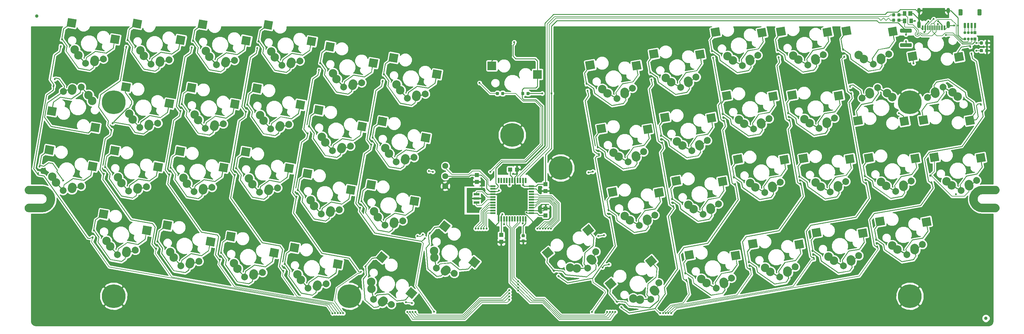
<source format=gbr>
G04 #@! TF.GenerationSoftware,KiCad,Pcbnew,(6.0.0-rc1-dev-1469-g932b9a334)*
G04 #@! TF.CreationDate,2019-10-20T15:35:15-07:00
G04 #@! TF.ProjectId,Laptreus-v2,4c617074-7265-4757-932d-76322e6b6963,rev?*
G04 #@! TF.SameCoordinates,Original*
G04 #@! TF.FileFunction,Copper,L1,Top*
G04 #@! TF.FilePolarity,Positive*
%FSLAX46Y46*%
G04 Gerber Fmt 4.6, Leading zero omitted, Abs format (unit mm)*
G04 Created by KiCad (PCBNEW (6.0.0-rc1-dev-1469-g932b9a334)) date Sunday, October 20, 2019 at 03:35:15 PM*
%MOMM*%
%LPD*%
G04 APERTURE LIST*
G04 #@! TA.AperFunction,ComponentPad*
%ADD10O,0.850000X0.850000*%
G04 #@! TD*
G04 #@! TA.AperFunction,ComponentPad*
%ADD11R,0.850000X0.850000*%
G04 #@! TD*
G04 #@! TA.AperFunction,SMDPad,CuDef*
%ADD12R,0.550000X1.500000*%
G04 #@! TD*
G04 #@! TA.AperFunction,SMDPad,CuDef*
%ADD13R,1.500000X0.550000*%
G04 #@! TD*
G04 #@! TA.AperFunction,Conductor*
%ADD14C,0.100000*%
G04 #@! TD*
G04 #@! TA.AperFunction,SMDPad,CuDef*
%ADD15C,1.125000*%
G04 #@! TD*
G04 #@! TA.AperFunction,ComponentPad*
%ADD16C,1.000000*%
G04 #@! TD*
G04 #@! TA.AperFunction,ComponentPad*
%ADD17C,7.000000*%
G04 #@! TD*
G04 #@! TA.AperFunction,SMDPad,CuDef*
%ADD18C,0.875000*%
G04 #@! TD*
G04 #@! TA.AperFunction,SMDPad,CuDef*
%ADD19C,0.450000*%
G04 #@! TD*
G04 #@! TA.AperFunction,SMDPad,CuDef*
%ADD20R,1.200000X1.400000*%
G04 #@! TD*
G04 #@! TA.AperFunction,SMDPad,CuDef*
%ADD21R,1.000000X1.400000*%
G04 #@! TD*
G04 #@! TA.AperFunction,ComponentPad*
%ADD22C,2.500000*%
G04 #@! TD*
G04 #@! TA.AperFunction,Conductor*
%ADD23C,2.500000*%
G04 #@! TD*
G04 #@! TA.AperFunction,ComponentPad*
%ADD24C,2.000000*%
G04 #@! TD*
G04 #@! TA.AperFunction,SMDPad,CuDef*
%ADD25C,2.500000*%
G04 #@! TD*
G04 #@! TA.AperFunction,Conductor*
%ADD26C,2.000000*%
G04 #@! TD*
G04 #@! TA.AperFunction,SMDPad,CuDef*
%ADD27R,2.550000X2.500000*%
G04 #@! TD*
G04 #@! TA.AperFunction,SMDPad,CuDef*
%ADD28C,1.200000*%
G04 #@! TD*
G04 #@! TA.AperFunction,SMDPad,CuDef*
%ADD29C,0.600000*%
G04 #@! TD*
G04 #@! TA.AperFunction,SMDPad,CuDef*
%ADD30R,1.300000X1.200000*%
G04 #@! TD*
G04 #@! TA.AperFunction,SMDPad,CuDef*
%ADD31R,0.600000X1.450000*%
G04 #@! TD*
G04 #@! TA.AperFunction,SMDPad,CuDef*
%ADD32R,0.300000X1.450000*%
G04 #@! TD*
G04 #@! TA.AperFunction,ComponentPad*
%ADD33O,1.000000X2.100000*%
G04 #@! TD*
G04 #@! TA.AperFunction,ComponentPad*
%ADD34O,1.000000X1.600000*%
G04 #@! TD*
G04 #@! TA.AperFunction,ConnectorPad*
%ADD35C,1.000000*%
G04 #@! TD*
G04 #@! TA.AperFunction,SMDPad,CuDef*
%ADD36R,1.200000X1.300000*%
G04 #@! TD*
G04 #@! TA.AperFunction,SMDPad,CuDef*
%ADD37R,1.700000X0.700000*%
G04 #@! TD*
G04 #@! TA.AperFunction,ComponentPad*
%ADD38C,1.778000*%
G04 #@! TD*
G04 #@! TA.AperFunction,ViaPad*
%ADD39C,0.600000*%
G04 #@! TD*
G04 #@! TA.AperFunction,Conductor*
%ADD40C,0.250000*%
G04 #@! TD*
G04 #@! TA.AperFunction,Conductor*
%ADD41C,0.200000*%
G04 #@! TD*
G04 #@! TA.AperFunction,Conductor*
%ADD42C,0.160000*%
G04 #@! TD*
G04 #@! TA.AperFunction,Conductor*
%ADD43C,0.254000*%
G04 #@! TD*
G04 APERTURE END LIST*
D10*
G04 #@! TO.P,J3,4*
G04 #@! TO.N,GND*
X366524170Y-80795103D03*
G04 #@! TO.P,J3,3*
G04 #@! TO.N,D+*
X367524170Y-80795103D03*
G04 #@! TO.P,J3,2*
G04 #@! TO.N,D-*
X368524170Y-80795103D03*
D11*
G04 #@! TO.P,J3,1*
G04 #@! TO.N,+5VRAW*
X369524170Y-80795103D03*
G04 #@! TD*
D10*
G04 #@! TO.P,J4,4*
G04 #@! TO.N,Net-(J2-Pad4)*
X366524170Y-78920103D03*
G04 #@! TO.P,J4,3*
G04 #@! TO.N,Net-(J2-Pad3)*
X367524170Y-78920103D03*
G04 #@! TO.P,J4,2*
G04 #@! TO.N,Net-(J2-Pad2)*
X368524170Y-78920103D03*
D11*
G04 #@! TO.P,J4,1*
G04 #@! TO.N,Net-(J2-Pad1)*
X369524170Y-78920103D03*
G04 #@! TD*
D12*
G04 #@! TO.P,IC1,1*
G04 #@! TO.N,N/C*
X236999646Y-122598532D03*
G04 #@! TO.P,IC1,2*
G04 #@! TO.N,+5V*
X236199646Y-122598532D03*
G04 #@! TO.P,IC1,3*
G04 #@! TO.N,/DR-*
X235399646Y-122598532D03*
G04 #@! TO.P,IC1,4*
G04 #@! TO.N,/DR+*
X234599646Y-122598532D03*
G04 #@! TO.P,IC1,5*
G04 #@! TO.N,GND*
X233799646Y-122598532D03*
G04 #@! TO.P,IC1,6*
G04 #@! TO.N,/UCAP*
X232999646Y-122598532D03*
G04 #@! TO.P,IC1,7*
G04 #@! TO.N,+5V*
X232199646Y-122598532D03*
G04 #@! TO.P,IC1,8*
G04 #@! TO.N,N/C*
X231399646Y-122598532D03*
G04 #@! TO.P,IC1,9*
X230599646Y-122598532D03*
G04 #@! TO.P,IC1,10*
X229799646Y-122598532D03*
G04 #@! TO.P,IC1,11*
X228999646Y-122598532D03*
D13*
G04 #@! TO.P,IC1,12*
G04 #@! TO.N,/B7-LED-STRIP*
X227299646Y-124298532D03*
G04 #@! TO.P,IC1,13*
G04 #@! TO.N,/RESET*
X227299646Y-125098532D03*
G04 #@! TO.P,IC1,14*
G04 #@! TO.N,+5V*
X227299646Y-125898532D03*
G04 #@! TO.P,IC1,15*
G04 #@! TO.N,GND*
X227299646Y-126698532D03*
G04 #@! TO.P,IC1,16*
G04 #@! TO.N,/XTAL2*
X227299646Y-127498532D03*
G04 #@! TO.P,IC1,17*
G04 #@! TO.N,/XTAL1*
X227299646Y-128298532D03*
G04 #@! TO.P,IC1,18*
G04 #@! TO.N,/COL4*
X227299646Y-129098532D03*
G04 #@! TO.P,IC1,19*
G04 #@! TO.N,/COL3*
X227299646Y-129898532D03*
G04 #@! TO.P,IC1,20*
G04 #@! TO.N,/COL2*
X227299646Y-130698532D03*
G04 #@! TO.P,IC1,21*
G04 #@! TO.N,/COL1*
X227299646Y-131498532D03*
G04 #@! TO.P,IC1,22*
G04 #@! TO.N,/COL0*
X227299646Y-132298532D03*
D12*
G04 #@! TO.P,IC1,23*
G04 #@! TO.N,GND*
X228999646Y-133998532D03*
G04 #@! TO.P,IC1,24*
G04 #@! TO.N,+5V*
X229799646Y-133998532D03*
G04 #@! TO.P,IC1,25*
G04 #@! TO.N,/COL5*
X230599646Y-133998532D03*
G04 #@! TO.P,IC1,26*
G04 #@! TO.N,/ROW0*
X231399646Y-133998532D03*
G04 #@! TO.P,IC1,27*
G04 #@! TO.N,/ROW1*
X232199646Y-133998532D03*
G04 #@! TO.P,IC1,28*
G04 #@! TO.N,N/C*
X232999646Y-133998532D03*
G04 #@! TO.P,IC1,29*
X233799646Y-133998532D03*
G04 #@! TO.P,IC1,30*
G04 #@! TO.N,/ROW2*
X234599646Y-133998532D03*
G04 #@! TO.P,IC1,31*
G04 #@! TO.N,/ROW3*
X235399646Y-133998532D03*
G04 #@! TO.P,IC1,32*
G04 #@! TO.N,/C7-13*
X236199646Y-133998532D03*
G04 #@! TO.P,IC1,33*
G04 #@! TO.N,/HWB*
X236999646Y-133998532D03*
D13*
G04 #@! TO.P,IC1,34*
G04 #@! TO.N,+5V*
X238699646Y-132298532D03*
G04 #@! TO.P,IC1,35*
G04 #@! TO.N,GND*
X238699646Y-131498532D03*
G04 #@! TO.P,IC1,36*
G04 #@! TO.N,/COL11*
X238699646Y-130698532D03*
G04 #@! TO.P,IC1,37*
G04 #@! TO.N,/COL10*
X238699646Y-129898532D03*
G04 #@! TO.P,IC1,38*
G04 #@! TO.N,/COL9*
X238699646Y-129098532D03*
G04 #@! TO.P,IC1,39*
G04 #@! TO.N,/COL8*
X238699646Y-128298532D03*
G04 #@! TO.P,IC1,40*
G04 #@! TO.N,/COL7*
X238699646Y-127498532D03*
G04 #@! TO.P,IC1,41*
G04 #@! TO.N,/COL6*
X238699646Y-126698532D03*
G04 #@! TO.P,IC1,42*
G04 #@! TO.N,N/C*
X238699646Y-125898532D03*
G04 #@! TO.P,IC1,43*
G04 #@! TO.N,GND*
X238699646Y-125098532D03*
G04 #@! TO.P,IC1,44*
G04 #@! TO.N,+5V*
X238699646Y-124298532D03*
G04 #@! TD*
D14*
G04 #@! TO.N,+5V*
G04 #@! TO.C,F1*
G36*
X350598675Y-77771307D02*
G01*
X350622943Y-77774907D01*
X350646742Y-77780868D01*
X350669841Y-77789133D01*
X350692020Y-77799623D01*
X350713063Y-77812235D01*
X350732769Y-77826850D01*
X350750947Y-77843326D01*
X350767423Y-77861504D01*
X350782038Y-77881210D01*
X350794650Y-77902253D01*
X350805140Y-77924432D01*
X350813405Y-77947531D01*
X350819366Y-77971330D01*
X350822966Y-77995598D01*
X350824170Y-78020102D01*
X350824170Y-78645104D01*
X350822966Y-78669608D01*
X350819366Y-78693876D01*
X350813405Y-78717675D01*
X350805140Y-78740774D01*
X350794650Y-78762953D01*
X350782038Y-78783996D01*
X350767423Y-78803702D01*
X350750947Y-78821880D01*
X350732769Y-78838356D01*
X350713063Y-78852971D01*
X350692020Y-78865583D01*
X350669841Y-78876073D01*
X350646742Y-78884338D01*
X350622943Y-78890299D01*
X350598675Y-78893899D01*
X350574171Y-78895103D01*
X347674169Y-78895103D01*
X347649665Y-78893899D01*
X347625397Y-78890299D01*
X347601598Y-78884338D01*
X347578499Y-78876073D01*
X347556320Y-78865583D01*
X347535277Y-78852971D01*
X347515571Y-78838356D01*
X347497393Y-78821880D01*
X347480917Y-78803702D01*
X347466302Y-78783996D01*
X347453690Y-78762953D01*
X347443200Y-78740774D01*
X347434935Y-78717675D01*
X347428974Y-78693876D01*
X347425374Y-78669608D01*
X347424170Y-78645104D01*
X347424170Y-78020102D01*
X347425374Y-77995598D01*
X347428974Y-77971330D01*
X347434935Y-77947531D01*
X347443200Y-77924432D01*
X347453690Y-77902253D01*
X347466302Y-77881210D01*
X347480917Y-77861504D01*
X347497393Y-77843326D01*
X347515571Y-77826850D01*
X347535277Y-77812235D01*
X347556320Y-77799623D01*
X347578499Y-77789133D01*
X347601598Y-77780868D01*
X347625397Y-77774907D01*
X347649665Y-77771307D01*
X347674169Y-77770103D01*
X350574171Y-77770103D01*
X350598675Y-77771307D01*
X350598675Y-77771307D01*
G37*
D15*
G04 #@! TD*
G04 #@! TO.P,F1,1*
G04 #@! TO.N,+5V*
X349124170Y-78332603D03*
D14*
G04 #@! TO.N,+5VRAW*
G04 #@! TO.C,F1*
G36*
X350598675Y-82046307D02*
G01*
X350622943Y-82049907D01*
X350646742Y-82055868D01*
X350669841Y-82064133D01*
X350692020Y-82074623D01*
X350713063Y-82087235D01*
X350732769Y-82101850D01*
X350750947Y-82118326D01*
X350767423Y-82136504D01*
X350782038Y-82156210D01*
X350794650Y-82177253D01*
X350805140Y-82199432D01*
X350813405Y-82222531D01*
X350819366Y-82246330D01*
X350822966Y-82270598D01*
X350824170Y-82295102D01*
X350824170Y-82920104D01*
X350822966Y-82944608D01*
X350819366Y-82968876D01*
X350813405Y-82992675D01*
X350805140Y-83015774D01*
X350794650Y-83037953D01*
X350782038Y-83058996D01*
X350767423Y-83078702D01*
X350750947Y-83096880D01*
X350732769Y-83113356D01*
X350713063Y-83127971D01*
X350692020Y-83140583D01*
X350669841Y-83151073D01*
X350646742Y-83159338D01*
X350622943Y-83165299D01*
X350598675Y-83168899D01*
X350574171Y-83170103D01*
X347674169Y-83170103D01*
X347649665Y-83168899D01*
X347625397Y-83165299D01*
X347601598Y-83159338D01*
X347578499Y-83151073D01*
X347556320Y-83140583D01*
X347535277Y-83127971D01*
X347515571Y-83113356D01*
X347497393Y-83096880D01*
X347480917Y-83078702D01*
X347466302Y-83058996D01*
X347453690Y-83037953D01*
X347443200Y-83015774D01*
X347434935Y-82992675D01*
X347428974Y-82968876D01*
X347425374Y-82944608D01*
X347424170Y-82920104D01*
X347424170Y-82295102D01*
X347425374Y-82270598D01*
X347428974Y-82246330D01*
X347434935Y-82222531D01*
X347443200Y-82199432D01*
X347453690Y-82177253D01*
X347466302Y-82156210D01*
X347480917Y-82136504D01*
X347497393Y-82118326D01*
X347515571Y-82101850D01*
X347535277Y-82087235D01*
X347556320Y-82074623D01*
X347578499Y-82064133D01*
X347601598Y-82055868D01*
X347625397Y-82049907D01*
X347649665Y-82046307D01*
X347674169Y-82045103D01*
X350574171Y-82045103D01*
X350598675Y-82046307D01*
X350598675Y-82046307D01*
G37*
D15*
G04 #@! TD*
G04 #@! TO.P,F1,2*
G04 #@! TO.N,+5VRAW*
X349124170Y-82607603D03*
D16*
G04 #@! TO.P,BOARD1,1*
G04 #@! TO.N,GND*
X369099645Y-128095053D03*
D14*
G04 #@! TD*
G04 #@! TO.N,GND*
G04 #@! TO.C,BOARD1*
G36*
X375517111Y-124193275D02*
G01*
X375639087Y-124200949D01*
X375759732Y-124220489D01*
X375877895Y-124251709D01*
X375992447Y-124294311D01*
X376102295Y-124347887D01*
X376206390Y-124411927D01*
X376303740Y-124485820D01*
X376393415Y-124568859D01*
X376474558Y-124660253D01*
X376546395Y-124759129D01*
X376608241Y-124864543D01*
X376659506Y-124975489D01*
X376699699Y-125090908D01*
X376728437Y-125209698D01*
X376745447Y-125330726D01*
X376750565Y-125452836D01*
X376743742Y-125574863D01*
X376725045Y-125695641D01*
X376694650Y-125814019D01*
X376652850Y-125928866D01*
X376600041Y-126039085D01*
X376536730Y-126143625D01*
X376463519Y-126241489D01*
X376381107Y-126331741D01*
X376290282Y-126413520D01*
X376191910Y-126486046D01*
X376086930Y-126548626D01*
X375976345Y-126600664D01*
X375861209Y-126641662D01*
X375742622Y-126671229D01*
X375621716Y-126689083D01*
X375499645Y-126695053D01*
X371717248Y-126695053D01*
X371553455Y-126704210D01*
X371418442Y-126725111D01*
X371286097Y-126759092D01*
X371157704Y-126805823D01*
X371034485Y-126864859D01*
X370917609Y-126935642D01*
X370808200Y-127017491D01*
X370707307Y-127109618D01*
X370615885Y-127211153D01*
X370534801Y-127321131D01*
X370464839Y-127438493D01*
X370406664Y-127562121D01*
X370360828Y-127690845D01*
X370327774Y-127823416D01*
X370307816Y-127958575D01*
X370300902Y-128099934D01*
X370308802Y-128241244D01*
X370329703Y-128376256D01*
X370363685Y-128508607D01*
X370410415Y-128636995D01*
X370469451Y-128760213D01*
X370540231Y-128877085D01*
X370622081Y-128986496D01*
X370714213Y-129087394D01*
X370815751Y-129178819D01*
X370925722Y-129259896D01*
X371043088Y-129329860D01*
X371166712Y-129388033D01*
X371295437Y-129433870D01*
X371428006Y-129466923D01*
X371563167Y-129486882D01*
X371730228Y-129495053D01*
X375499645Y-129495053D01*
X375517111Y-129495175D01*
X375639087Y-129502849D01*
X375759732Y-129522389D01*
X375877895Y-129553609D01*
X375992447Y-129596211D01*
X376102295Y-129649787D01*
X376206390Y-129713827D01*
X376303740Y-129787720D01*
X376393415Y-129870759D01*
X376474558Y-129962153D01*
X376546395Y-130061029D01*
X376608241Y-130166443D01*
X376659506Y-130277389D01*
X376699699Y-130392808D01*
X376728437Y-130511598D01*
X376745447Y-130632626D01*
X376750565Y-130754736D01*
X376743742Y-130876763D01*
X376725045Y-130997541D01*
X376694650Y-131115919D01*
X376652850Y-131230766D01*
X376600041Y-131340985D01*
X376536730Y-131445525D01*
X376463519Y-131543389D01*
X376381107Y-131633641D01*
X376290282Y-131715420D01*
X376191910Y-131787946D01*
X376086930Y-131850526D01*
X375976345Y-131902564D01*
X375861209Y-131943562D01*
X375742622Y-131973129D01*
X375621716Y-131990983D01*
X375499645Y-131996953D01*
X371699645Y-131996953D01*
X371682179Y-131996831D01*
X371660387Y-131995460D01*
X371638536Y-131995460D01*
X371379849Y-131982808D01*
X371362410Y-131981832D01*
X371310377Y-131975996D01*
X371258216Y-131970881D01*
X371002001Y-131933047D01*
X371001995Y-131933046D01*
X371001988Y-131933045D01*
X370984736Y-131930374D01*
X370933490Y-131919481D01*
X370882106Y-131909307D01*
X370630822Y-131846655D01*
X370630803Y-131846651D01*
X370630781Y-131846644D01*
X370613886Y-131842307D01*
X370563960Y-131826470D01*
X370513803Y-131811326D01*
X370269813Y-131724445D01*
X370253400Y-131718471D01*
X370205260Y-131697838D01*
X370156818Y-131677872D01*
X369922472Y-131567597D01*
X369906720Y-131560050D01*
X369860804Y-131534808D01*
X369814559Y-131510219D01*
X369592092Y-131377602D01*
X369577152Y-131368554D01*
X369533946Y-131338970D01*
X369490293Y-131309967D01*
X369281838Y-131156280D01*
X369281831Y-131156275D01*
X369281824Y-131156269D01*
X369267843Y-131145810D01*
X369227724Y-131112147D01*
X369187119Y-131079030D01*
X368994663Y-130905741D01*
X368994644Y-130905726D01*
X368994623Y-130905706D01*
X368981749Y-130893951D01*
X368945088Y-130856514D01*
X368907923Y-130819607D01*
X368733291Y-130628360D01*
X368733281Y-130628350D01*
X368733271Y-130628338D01*
X368721594Y-130615369D01*
X368688785Y-130574563D01*
X368655378Y-130534180D01*
X368500232Y-130326793D01*
X368489868Y-130312734D01*
X368461192Y-130268913D01*
X368431890Y-130225471D01*
X368297723Y-130003935D01*
X368288780Y-129988932D01*
X368264515Y-129942518D01*
X368239594Y-129896427D01*
X368127685Y-129662855D01*
X368127684Y-129662854D01*
X368127680Y-129662843D01*
X368120248Y-129647051D01*
X368100629Y-129598494D01*
X368080323Y-129550187D01*
X367991742Y-129306810D01*
X367985882Y-129290356D01*
X367971085Y-129240080D01*
X367955601Y-129190060D01*
X367891191Y-128939201D01*
X367886966Y-128922254D01*
X367877148Y-128870790D01*
X367866616Y-128819480D01*
X367826993Y-128563531D01*
X367826992Y-128563528D01*
X367826991Y-128563515D01*
X367824441Y-128546252D01*
X367819693Y-128494085D01*
X367814217Y-128441980D01*
X367799760Y-128183387D01*
X367798907Y-128165941D01*
X367799075Y-128141928D01*
X367797818Y-128117953D01*
X367797753Y-128099447D01*
X367797813Y-128081980D01*
X367799238Y-128057987D01*
X367799238Y-128033944D01*
X367811890Y-127775257D01*
X367812866Y-127757818D01*
X367818703Y-127705782D01*
X367823817Y-127653624D01*
X367861652Y-127397405D01*
X367864324Y-127380145D01*
X367875215Y-127328906D01*
X367885391Y-127277514D01*
X367948042Y-127026235D01*
X367948047Y-127026211D01*
X367948055Y-127026183D01*
X367952391Y-127009294D01*
X367968226Y-126959377D01*
X367983372Y-126909211D01*
X368070253Y-126665221D01*
X368076227Y-126648807D01*
X368096872Y-126600639D01*
X368116826Y-126552227D01*
X368227101Y-126317880D01*
X368234648Y-126302128D01*
X368259890Y-126256212D01*
X368284479Y-126209967D01*
X368417096Y-125987500D01*
X368426144Y-125972560D01*
X368455750Y-125929321D01*
X368484731Y-125885702D01*
X368638418Y-125677246D01*
X368638423Y-125677239D01*
X368638429Y-125677232D01*
X368648888Y-125663251D01*
X368682568Y-125623112D01*
X368715668Y-125582528D01*
X368888969Y-125390056D01*
X368888972Y-125390052D01*
X368888980Y-125390044D01*
X368900747Y-125377158D01*
X368938148Y-125340533D01*
X368975091Y-125303331D01*
X369166338Y-125128699D01*
X369166348Y-125128689D01*
X369166360Y-125128679D01*
X369179329Y-125117002D01*
X369220111Y-125084213D01*
X369260518Y-125050785D01*
X369467903Y-124895642D01*
X369467904Y-124895641D01*
X369467912Y-124895636D01*
X369481964Y-124885275D01*
X369525799Y-124856590D01*
X369569227Y-124827298D01*
X369790763Y-124693131D01*
X369805766Y-124684188D01*
X369852180Y-124659923D01*
X369898271Y-124635002D01*
X370131827Y-124523101D01*
X370131843Y-124523092D01*
X370131863Y-124523084D01*
X370147647Y-124515656D01*
X370196202Y-124496039D01*
X370244511Y-124475732D01*
X370487887Y-124387150D01*
X370504342Y-124381291D01*
X370554561Y-124366511D01*
X370604638Y-124351009D01*
X370855497Y-124286599D01*
X370872444Y-124282374D01*
X370923916Y-124272555D01*
X370975219Y-124262024D01*
X371231163Y-124222402D01*
X371231171Y-124222400D01*
X371231181Y-124222399D01*
X371248446Y-124219849D01*
X371300616Y-124215101D01*
X371352718Y-124209625D01*
X371611311Y-124195168D01*
X371628757Y-124194315D01*
X371652769Y-124194483D01*
X371676744Y-124193226D01*
X371695251Y-124193161D01*
X371699204Y-124193175D01*
X371699645Y-124193153D01*
X375499645Y-124193153D01*
X375517111Y-124193275D01*
X375517111Y-124193275D01*
G37*
D16*
G04 #@! TO.P,BOARD1,1*
G04 #@! TO.N,GND*
X96899645Y-128095053D03*
D14*
G04 #@! TD*
G04 #@! TO.N,GND*
G04 #@! TO.C,BOARD1*
G36*
X94317111Y-124193275D02*
G01*
X94338903Y-124194646D01*
X94360754Y-124194646D01*
X94619441Y-124207298D01*
X94636880Y-124208274D01*
X94688916Y-124214111D01*
X94741074Y-124219225D01*
X94997289Y-124257059D01*
X94997295Y-124257060D01*
X94997302Y-124257061D01*
X95014553Y-124259732D01*
X95065792Y-124270623D01*
X95117184Y-124280799D01*
X95368463Y-124343450D01*
X95368487Y-124343455D01*
X95368515Y-124343463D01*
X95385404Y-124347799D01*
X95435321Y-124363634D01*
X95485487Y-124378780D01*
X95729477Y-124465661D01*
X95745891Y-124471635D01*
X95794059Y-124492280D01*
X95842471Y-124512234D01*
X96076818Y-124622509D01*
X96092570Y-124630056D01*
X96138486Y-124655298D01*
X96184731Y-124679887D01*
X96407198Y-124812504D01*
X96422138Y-124821552D01*
X96465377Y-124851158D01*
X96508996Y-124880139D01*
X96717452Y-125033826D01*
X96717459Y-125033831D01*
X96717461Y-125033833D01*
X96731447Y-125044296D01*
X96771586Y-125077976D01*
X96812170Y-125111076D01*
X97004639Y-125284374D01*
X97004646Y-125284380D01*
X97004654Y-125284388D01*
X97017540Y-125296155D01*
X97054165Y-125333556D01*
X97091367Y-125370499D01*
X97265999Y-125561746D01*
X97266009Y-125561756D01*
X97266019Y-125561768D01*
X97277696Y-125574737D01*
X97310485Y-125615519D01*
X97343913Y-125655926D01*
X97499058Y-125863314D01*
X97509423Y-125877372D01*
X97538108Y-125921207D01*
X97567400Y-125964635D01*
X97701567Y-126186171D01*
X97710510Y-126201174D01*
X97734775Y-126247588D01*
X97759696Y-126293679D01*
X97871597Y-126527235D01*
X97871606Y-126527251D01*
X97871614Y-126527271D01*
X97879042Y-126543055D01*
X97898659Y-126591610D01*
X97918966Y-126639919D01*
X98007548Y-126883295D01*
X98013407Y-126899750D01*
X98028187Y-126949969D01*
X98043689Y-127000046D01*
X98108099Y-127250905D01*
X98112324Y-127267852D01*
X98122143Y-127319324D01*
X98132674Y-127370627D01*
X98172297Y-127626575D01*
X98174849Y-127643854D01*
X98179597Y-127696024D01*
X98185073Y-127748126D01*
X98199530Y-128006719D01*
X98200383Y-128024165D01*
X98200215Y-128048177D01*
X98201472Y-128072152D01*
X98201537Y-128090659D01*
X98201477Y-128108126D01*
X98200052Y-128132119D01*
X98200052Y-128156162D01*
X98187400Y-128414849D01*
X98186424Y-128432288D01*
X98180588Y-128484321D01*
X98175473Y-128536482D01*
X98137638Y-128792701D01*
X98134966Y-128809962D01*
X98124073Y-128861208D01*
X98113899Y-128912592D01*
X98051247Y-129163876D01*
X98051243Y-129163895D01*
X98051236Y-129163917D01*
X98046899Y-129180812D01*
X98031062Y-129230738D01*
X98015918Y-129280895D01*
X97929037Y-129524885D01*
X97923063Y-129541298D01*
X97902430Y-129589438D01*
X97882464Y-129637880D01*
X97772189Y-129872226D01*
X97764642Y-129887978D01*
X97739400Y-129933894D01*
X97714811Y-129980139D01*
X97582194Y-130202606D01*
X97573146Y-130217546D01*
X97543562Y-130260752D01*
X97514559Y-130304405D01*
X97360872Y-130512860D01*
X97360867Y-130512867D01*
X97360865Y-130512869D01*
X97350402Y-130526855D01*
X97316739Y-130566974D01*
X97283622Y-130607579D01*
X97110333Y-130800035D01*
X97110318Y-130800054D01*
X97110298Y-130800075D01*
X97098543Y-130812949D01*
X97061106Y-130849610D01*
X97024199Y-130886775D01*
X96832952Y-131061407D01*
X96832942Y-131061417D01*
X96832930Y-131061427D01*
X96819961Y-131073104D01*
X96779155Y-131105913D01*
X96738772Y-131139320D01*
X96531385Y-131294466D01*
X96517326Y-131304830D01*
X96473505Y-131333506D01*
X96430063Y-131362808D01*
X96208527Y-131496975D01*
X96193524Y-131505918D01*
X96147110Y-131530183D01*
X96101019Y-131555104D01*
X95867454Y-131667009D01*
X95867446Y-131667014D01*
X95867435Y-131667018D01*
X95851643Y-131674450D01*
X95803086Y-131694069D01*
X95754779Y-131714375D01*
X95511409Y-131802953D01*
X95511403Y-131802956D01*
X95511395Y-131802958D01*
X95494948Y-131808816D01*
X95444672Y-131823613D01*
X95394652Y-131839097D01*
X95143793Y-131903507D01*
X95126846Y-131907732D01*
X95075382Y-131917550D01*
X95024072Y-131928082D01*
X94768131Y-131967704D01*
X94768120Y-131967706D01*
X94768107Y-131967707D01*
X94750844Y-131970257D01*
X94698677Y-131975005D01*
X94646572Y-131980481D01*
X94387979Y-131994938D01*
X94370533Y-131995791D01*
X94346520Y-131995623D01*
X94322545Y-131996880D01*
X94304039Y-131996945D01*
X94300086Y-131996931D01*
X94299645Y-131996953D01*
X90449645Y-131996953D01*
X90432179Y-131996831D01*
X90310203Y-131989157D01*
X90189558Y-131969617D01*
X90071395Y-131938397D01*
X89956843Y-131895795D01*
X89846995Y-131842219D01*
X89742900Y-131778179D01*
X89645550Y-131704286D01*
X89555875Y-131621247D01*
X89474732Y-131529853D01*
X89402895Y-131430977D01*
X89341049Y-131325563D01*
X89289784Y-131214617D01*
X89249591Y-131099198D01*
X89220853Y-130980408D01*
X89203843Y-130859380D01*
X89198725Y-130737270D01*
X89205548Y-130615243D01*
X89224245Y-130494465D01*
X89254640Y-130376087D01*
X89296440Y-130261240D01*
X89349249Y-130151021D01*
X89412560Y-130046481D01*
X89485771Y-129948617D01*
X89568183Y-129858365D01*
X89659008Y-129776586D01*
X89757380Y-129704060D01*
X89862360Y-129641480D01*
X89972945Y-129589442D01*
X90088081Y-129548444D01*
X90206668Y-129518877D01*
X90327574Y-129501023D01*
X90449645Y-129495053D01*
X94282042Y-129495053D01*
X94445836Y-129485896D01*
X94580848Y-129464995D01*
X94713199Y-129431013D01*
X94841587Y-129384283D01*
X94964805Y-129325247D01*
X95081677Y-129254467D01*
X95191088Y-129172617D01*
X95291986Y-129080485D01*
X95383411Y-128978947D01*
X95464488Y-128868976D01*
X95534452Y-128751610D01*
X95592625Y-128627986D01*
X95638462Y-128499261D01*
X95671515Y-128366692D01*
X95691474Y-128231531D01*
X95698388Y-128090172D01*
X95690488Y-127948863D01*
X95669587Y-127813850D01*
X95635606Y-127681505D01*
X95588875Y-127553112D01*
X95529839Y-127429893D01*
X95459056Y-127313017D01*
X95377207Y-127203608D01*
X95285080Y-127102715D01*
X95183545Y-127011293D01*
X95073567Y-126930209D01*
X94956205Y-126860247D01*
X94832577Y-126802072D01*
X94703853Y-126756236D01*
X94571282Y-126723182D01*
X94436123Y-126703224D01*
X94269062Y-126695053D01*
X90499645Y-126695053D01*
X90482179Y-126694931D01*
X90360203Y-126687257D01*
X90239558Y-126667717D01*
X90121395Y-126636497D01*
X90006843Y-126593895D01*
X89896995Y-126540319D01*
X89792900Y-126476279D01*
X89695550Y-126402386D01*
X89605875Y-126319347D01*
X89524732Y-126227953D01*
X89452895Y-126129077D01*
X89391049Y-126023663D01*
X89339784Y-125912717D01*
X89299591Y-125797298D01*
X89270853Y-125678508D01*
X89253843Y-125557480D01*
X89248725Y-125435370D01*
X89255548Y-125313343D01*
X89274245Y-125192565D01*
X89304640Y-125074187D01*
X89346440Y-124959340D01*
X89399249Y-124849121D01*
X89462560Y-124744581D01*
X89535771Y-124646717D01*
X89618183Y-124556465D01*
X89709008Y-124474686D01*
X89807380Y-124402160D01*
X89912360Y-124339580D01*
X90022945Y-124287542D01*
X90138081Y-124246544D01*
X90256668Y-124216977D01*
X90377574Y-124199123D01*
X90499645Y-124193153D01*
X94299645Y-124193153D01*
X94317111Y-124193275D01*
X94317111Y-124193275D01*
G37*
D16*
G04 #@! TO.P,BOARD1,1*
G04 #@! TO.N,GND*
X96138123Y-129933531D03*
X94299645Y-130695053D03*
X92257610Y-130695053D03*
X92257610Y-125495053D03*
X94299645Y-125495053D03*
X96138123Y-126256575D03*
X373741680Y-130695053D03*
X373741680Y-125495053D03*
X369861167Y-129933531D03*
X369861167Y-126256575D03*
X371699645Y-130695053D03*
X371699645Y-125495053D03*
X246099645Y-121195053D03*
X248499645Y-121195053D03*
X247299645Y-121195053D03*
X248499645Y-116595053D03*
X246099645Y-116595053D03*
X247299645Y-116595053D03*
X183799645Y-159095053D03*
X186199645Y-159095053D03*
X186199645Y-154495053D03*
X183799645Y-154495053D03*
X184999645Y-159095053D03*
X184999645Y-154495053D03*
X114249645Y-97178053D03*
X116649645Y-97195053D03*
X116649645Y-101795053D03*
X114249644Y-101795053D03*
X115449645Y-101795053D03*
X115449645Y-97195053D03*
X348673299Y-101121400D03*
X351925991Y-101121399D03*
X348673299Y-97868707D03*
X351925991Y-97868707D03*
X350299645Y-101795053D03*
X347999645Y-99495053D03*
X352599645Y-99495054D03*
X350299645Y-97195053D03*
D17*
X115449645Y-99495053D03*
X184999645Y-156795053D03*
X247299645Y-118895053D03*
X350299645Y-99495053D03*
D16*
X115449645Y-154495053D03*
X115449645Y-159095053D03*
X116649645Y-159095053D03*
X114249645Y-159095053D03*
X114249645Y-154495053D03*
X116649645Y-154495053D03*
D17*
X115449645Y-156795053D03*
D16*
X350299645Y-154495053D03*
X350299645Y-159095053D03*
X351499644Y-159095053D03*
X349099645Y-159095053D03*
X349099645Y-154495053D03*
X351499645Y-154495053D03*
D17*
X350299645Y-156795053D03*
X232999645Y-109195053D03*
D16*
X232999645Y-106795053D03*
X231799645Y-106795053D03*
X234199645Y-106795053D03*
X232999645Y-111395053D03*
X234199645Y-111395053D03*
X231799645Y-111395053D03*
G04 #@! TD*
D14*
G04 #@! TO.N,/C7-13*
G04 #@! TO.C,R13*
G36*
X230451861Y-96421156D02*
G01*
X230473096Y-96424306D01*
X230493920Y-96429522D01*
X230514132Y-96436754D01*
X230533538Y-96445933D01*
X230551951Y-96456969D01*
X230569194Y-96469757D01*
X230585100Y-96484173D01*
X230599516Y-96500079D01*
X230612304Y-96517322D01*
X230623340Y-96535735D01*
X230632519Y-96555141D01*
X230639751Y-96575353D01*
X230644967Y-96596177D01*
X230648117Y-96617412D01*
X230649170Y-96638853D01*
X230649170Y-97151353D01*
X230648117Y-97172794D01*
X230644967Y-97194029D01*
X230639751Y-97214853D01*
X230632519Y-97235065D01*
X230623340Y-97254471D01*
X230612304Y-97272884D01*
X230599516Y-97290127D01*
X230585100Y-97306033D01*
X230569194Y-97320449D01*
X230551951Y-97333237D01*
X230533538Y-97344273D01*
X230514132Y-97353452D01*
X230493920Y-97360684D01*
X230473096Y-97365900D01*
X230451861Y-97369050D01*
X230430420Y-97370103D01*
X229992920Y-97370103D01*
X229971479Y-97369050D01*
X229950244Y-97365900D01*
X229929420Y-97360684D01*
X229909208Y-97353452D01*
X229889802Y-97344273D01*
X229871389Y-97333237D01*
X229854146Y-97320449D01*
X229838240Y-97306033D01*
X229823824Y-97290127D01*
X229811036Y-97272884D01*
X229800000Y-97254471D01*
X229790821Y-97235065D01*
X229783589Y-97214853D01*
X229778373Y-97194029D01*
X229775223Y-97172794D01*
X229774170Y-97151353D01*
X229774170Y-96638853D01*
X229775223Y-96617412D01*
X229778373Y-96596177D01*
X229783589Y-96575353D01*
X229790821Y-96555141D01*
X229800000Y-96535735D01*
X229811036Y-96517322D01*
X229823824Y-96500079D01*
X229838240Y-96484173D01*
X229854146Y-96469757D01*
X229871389Y-96456969D01*
X229889802Y-96445933D01*
X229909208Y-96436754D01*
X229929420Y-96429522D01*
X229950244Y-96424306D01*
X229971479Y-96421156D01*
X229992920Y-96420103D01*
X230430420Y-96420103D01*
X230451861Y-96421156D01*
X230451861Y-96421156D01*
G37*
D18*
G04 #@! TD*
G04 #@! TO.P,R13,2*
G04 #@! TO.N,/C7-13*
X230211670Y-96895103D03*
D14*
G04 #@! TO.N,Net-(L1-Pad2)*
G04 #@! TO.C,R13*
G36*
X228876861Y-96421156D02*
G01*
X228898096Y-96424306D01*
X228918920Y-96429522D01*
X228939132Y-96436754D01*
X228958538Y-96445933D01*
X228976951Y-96456969D01*
X228994194Y-96469757D01*
X229010100Y-96484173D01*
X229024516Y-96500079D01*
X229037304Y-96517322D01*
X229048340Y-96535735D01*
X229057519Y-96555141D01*
X229064751Y-96575353D01*
X229069967Y-96596177D01*
X229073117Y-96617412D01*
X229074170Y-96638853D01*
X229074170Y-97151353D01*
X229073117Y-97172794D01*
X229069967Y-97194029D01*
X229064751Y-97214853D01*
X229057519Y-97235065D01*
X229048340Y-97254471D01*
X229037304Y-97272884D01*
X229024516Y-97290127D01*
X229010100Y-97306033D01*
X228994194Y-97320449D01*
X228976951Y-97333237D01*
X228958538Y-97344273D01*
X228939132Y-97353452D01*
X228918920Y-97360684D01*
X228898096Y-97365900D01*
X228876861Y-97369050D01*
X228855420Y-97370103D01*
X228417920Y-97370103D01*
X228396479Y-97369050D01*
X228375244Y-97365900D01*
X228354420Y-97360684D01*
X228334208Y-97353452D01*
X228314802Y-97344273D01*
X228296389Y-97333237D01*
X228279146Y-97320449D01*
X228263240Y-97306033D01*
X228248824Y-97290127D01*
X228236036Y-97272884D01*
X228225000Y-97254471D01*
X228215821Y-97235065D01*
X228208589Y-97214853D01*
X228203373Y-97194029D01*
X228200223Y-97172794D01*
X228199170Y-97151353D01*
X228199170Y-96638853D01*
X228200223Y-96617412D01*
X228203373Y-96596177D01*
X228208589Y-96575353D01*
X228215821Y-96555141D01*
X228225000Y-96535735D01*
X228236036Y-96517322D01*
X228248824Y-96500079D01*
X228263240Y-96484173D01*
X228279146Y-96469757D01*
X228296389Y-96456969D01*
X228314802Y-96445933D01*
X228334208Y-96436754D01*
X228354420Y-96429522D01*
X228375244Y-96424306D01*
X228396479Y-96421156D01*
X228417920Y-96420103D01*
X228855420Y-96420103D01*
X228876861Y-96421156D01*
X228876861Y-96421156D01*
G37*
D18*
G04 #@! TD*
G04 #@! TO.P,R13,1*
G04 #@! TO.N,Net-(L1-Pad2)*
X228636670Y-96895103D03*
D14*
G04 #@! TO.N,Net-(J1-Pad4)*
G04 #@! TO.C,R12*
G36*
X371626861Y-83746156D02*
G01*
X371648096Y-83749306D01*
X371668920Y-83754522D01*
X371689132Y-83761754D01*
X371708538Y-83770933D01*
X371726951Y-83781969D01*
X371744194Y-83794757D01*
X371760100Y-83809173D01*
X371774516Y-83825079D01*
X371787304Y-83842322D01*
X371798340Y-83860735D01*
X371807519Y-83880141D01*
X371814751Y-83900353D01*
X371819967Y-83921177D01*
X371823117Y-83942412D01*
X371824170Y-83963853D01*
X371824170Y-84476353D01*
X371823117Y-84497794D01*
X371819967Y-84519029D01*
X371814751Y-84539853D01*
X371807519Y-84560065D01*
X371798340Y-84579471D01*
X371787304Y-84597884D01*
X371774516Y-84615127D01*
X371760100Y-84631033D01*
X371744194Y-84645449D01*
X371726951Y-84658237D01*
X371708538Y-84669273D01*
X371689132Y-84678452D01*
X371668920Y-84685684D01*
X371648096Y-84690900D01*
X371626861Y-84694050D01*
X371605420Y-84695103D01*
X371167920Y-84695103D01*
X371146479Y-84694050D01*
X371125244Y-84690900D01*
X371104420Y-84685684D01*
X371084208Y-84678452D01*
X371064802Y-84669273D01*
X371046389Y-84658237D01*
X371029146Y-84645449D01*
X371013240Y-84631033D01*
X370998824Y-84615127D01*
X370986036Y-84597884D01*
X370975000Y-84579471D01*
X370965821Y-84560065D01*
X370958589Y-84539853D01*
X370953373Y-84519029D01*
X370950223Y-84497794D01*
X370949170Y-84476353D01*
X370949170Y-83963853D01*
X370950223Y-83942412D01*
X370953373Y-83921177D01*
X370958589Y-83900353D01*
X370965821Y-83880141D01*
X370975000Y-83860735D01*
X370986036Y-83842322D01*
X370998824Y-83825079D01*
X371013240Y-83809173D01*
X371029146Y-83794757D01*
X371046389Y-83781969D01*
X371064802Y-83770933D01*
X371084208Y-83761754D01*
X371104420Y-83754522D01*
X371125244Y-83749306D01*
X371146479Y-83746156D01*
X371167920Y-83745103D01*
X371605420Y-83745103D01*
X371626861Y-83746156D01*
X371626861Y-83746156D01*
G37*
D18*
G04 #@! TD*
G04 #@! TO.P,R12,2*
G04 #@! TO.N,Net-(J1-Pad4)*
X371386670Y-84220103D03*
D14*
G04 #@! TO.N,GND*
G04 #@! TO.C,R12*
G36*
X373201861Y-83746156D02*
G01*
X373223096Y-83749306D01*
X373243920Y-83754522D01*
X373264132Y-83761754D01*
X373283538Y-83770933D01*
X373301951Y-83781969D01*
X373319194Y-83794757D01*
X373335100Y-83809173D01*
X373349516Y-83825079D01*
X373362304Y-83842322D01*
X373373340Y-83860735D01*
X373382519Y-83880141D01*
X373389751Y-83900353D01*
X373394967Y-83921177D01*
X373398117Y-83942412D01*
X373399170Y-83963853D01*
X373399170Y-84476353D01*
X373398117Y-84497794D01*
X373394967Y-84519029D01*
X373389751Y-84539853D01*
X373382519Y-84560065D01*
X373373340Y-84579471D01*
X373362304Y-84597884D01*
X373349516Y-84615127D01*
X373335100Y-84631033D01*
X373319194Y-84645449D01*
X373301951Y-84658237D01*
X373283538Y-84669273D01*
X373264132Y-84678452D01*
X373243920Y-84685684D01*
X373223096Y-84690900D01*
X373201861Y-84694050D01*
X373180420Y-84695103D01*
X372742920Y-84695103D01*
X372721479Y-84694050D01*
X372700244Y-84690900D01*
X372679420Y-84685684D01*
X372659208Y-84678452D01*
X372639802Y-84669273D01*
X372621389Y-84658237D01*
X372604146Y-84645449D01*
X372588240Y-84631033D01*
X372573824Y-84615127D01*
X372561036Y-84597884D01*
X372550000Y-84579471D01*
X372540821Y-84560065D01*
X372533589Y-84539853D01*
X372528373Y-84519029D01*
X372525223Y-84497794D01*
X372524170Y-84476353D01*
X372524170Y-83963853D01*
X372525223Y-83942412D01*
X372528373Y-83921177D01*
X372533589Y-83900353D01*
X372540821Y-83880141D01*
X372550000Y-83860735D01*
X372561036Y-83842322D01*
X372573824Y-83825079D01*
X372588240Y-83809173D01*
X372604146Y-83794757D01*
X372621389Y-83781969D01*
X372639802Y-83770933D01*
X372659208Y-83761754D01*
X372679420Y-83754522D01*
X372700244Y-83749306D01*
X372721479Y-83746156D01*
X372742920Y-83745103D01*
X373180420Y-83745103D01*
X373201861Y-83746156D01*
X373201861Y-83746156D01*
G37*
D18*
G04 #@! TD*
G04 #@! TO.P,R12,1*
G04 #@! TO.N,GND*
X372961670Y-84220103D03*
D14*
G04 #@! TO.N,GND*
G04 #@! TO.C,R11*
G36*
X373201861Y-81496156D02*
G01*
X373223096Y-81499306D01*
X373243920Y-81504522D01*
X373264132Y-81511754D01*
X373283538Y-81520933D01*
X373301951Y-81531969D01*
X373319194Y-81544757D01*
X373335100Y-81559173D01*
X373349516Y-81575079D01*
X373362304Y-81592322D01*
X373373340Y-81610735D01*
X373382519Y-81630141D01*
X373389751Y-81650353D01*
X373394967Y-81671177D01*
X373398117Y-81692412D01*
X373399170Y-81713853D01*
X373399170Y-82226353D01*
X373398117Y-82247794D01*
X373394967Y-82269029D01*
X373389751Y-82289853D01*
X373382519Y-82310065D01*
X373373340Y-82329471D01*
X373362304Y-82347884D01*
X373349516Y-82365127D01*
X373335100Y-82381033D01*
X373319194Y-82395449D01*
X373301951Y-82408237D01*
X373283538Y-82419273D01*
X373264132Y-82428452D01*
X373243920Y-82435684D01*
X373223096Y-82440900D01*
X373201861Y-82444050D01*
X373180420Y-82445103D01*
X372742920Y-82445103D01*
X372721479Y-82444050D01*
X372700244Y-82440900D01*
X372679420Y-82435684D01*
X372659208Y-82428452D01*
X372639802Y-82419273D01*
X372621389Y-82408237D01*
X372604146Y-82395449D01*
X372588240Y-82381033D01*
X372573824Y-82365127D01*
X372561036Y-82347884D01*
X372550000Y-82329471D01*
X372540821Y-82310065D01*
X372533589Y-82289853D01*
X372528373Y-82269029D01*
X372525223Y-82247794D01*
X372524170Y-82226353D01*
X372524170Y-81713853D01*
X372525223Y-81692412D01*
X372528373Y-81671177D01*
X372533589Y-81650353D01*
X372540821Y-81630141D01*
X372550000Y-81610735D01*
X372561036Y-81592322D01*
X372573824Y-81575079D01*
X372588240Y-81559173D01*
X372604146Y-81544757D01*
X372621389Y-81531969D01*
X372639802Y-81520933D01*
X372659208Y-81511754D01*
X372679420Y-81504522D01*
X372700244Y-81499306D01*
X372721479Y-81496156D01*
X372742920Y-81495103D01*
X373180420Y-81495103D01*
X373201861Y-81496156D01*
X373201861Y-81496156D01*
G37*
D18*
G04 #@! TD*
G04 #@! TO.P,R11,2*
G04 #@! TO.N,GND*
X372961670Y-81970103D03*
D14*
G04 #@! TO.N,Net-(J1-Pad10)*
G04 #@! TO.C,R11*
G36*
X371626861Y-81496156D02*
G01*
X371648096Y-81499306D01*
X371668920Y-81504522D01*
X371689132Y-81511754D01*
X371708538Y-81520933D01*
X371726951Y-81531969D01*
X371744194Y-81544757D01*
X371760100Y-81559173D01*
X371774516Y-81575079D01*
X371787304Y-81592322D01*
X371798340Y-81610735D01*
X371807519Y-81630141D01*
X371814751Y-81650353D01*
X371819967Y-81671177D01*
X371823117Y-81692412D01*
X371824170Y-81713853D01*
X371824170Y-82226353D01*
X371823117Y-82247794D01*
X371819967Y-82269029D01*
X371814751Y-82289853D01*
X371807519Y-82310065D01*
X371798340Y-82329471D01*
X371787304Y-82347884D01*
X371774516Y-82365127D01*
X371760100Y-82381033D01*
X371744194Y-82395449D01*
X371726951Y-82408237D01*
X371708538Y-82419273D01*
X371689132Y-82428452D01*
X371668920Y-82435684D01*
X371648096Y-82440900D01*
X371626861Y-82444050D01*
X371605420Y-82445103D01*
X371167920Y-82445103D01*
X371146479Y-82444050D01*
X371125244Y-82440900D01*
X371104420Y-82435684D01*
X371084208Y-82428452D01*
X371064802Y-82419273D01*
X371046389Y-82408237D01*
X371029146Y-82395449D01*
X371013240Y-82381033D01*
X370998824Y-82365127D01*
X370986036Y-82347884D01*
X370975000Y-82329471D01*
X370965821Y-82310065D01*
X370958589Y-82289853D01*
X370953373Y-82269029D01*
X370950223Y-82247794D01*
X370949170Y-82226353D01*
X370949170Y-81713853D01*
X370950223Y-81692412D01*
X370953373Y-81671177D01*
X370958589Y-81650353D01*
X370965821Y-81630141D01*
X370975000Y-81610735D01*
X370986036Y-81592322D01*
X370998824Y-81575079D01*
X371013240Y-81559173D01*
X371029146Y-81544757D01*
X371046389Y-81531969D01*
X371064802Y-81520933D01*
X371084208Y-81511754D01*
X371104420Y-81504522D01*
X371125244Y-81499306D01*
X371146479Y-81496156D01*
X371167920Y-81495103D01*
X371605420Y-81495103D01*
X371626861Y-81496156D01*
X371626861Y-81496156D01*
G37*
D18*
G04 #@! TD*
G04 #@! TO.P,R11,1*
G04 #@! TO.N,Net-(J1-Pad10)*
X371386670Y-81970103D03*
D14*
G04 #@! TO.N,/HWB*
G04 #@! TO.C,R10*
G36*
X236526861Y-138496156D02*
G01*
X236548096Y-138499306D01*
X236568920Y-138504522D01*
X236589132Y-138511754D01*
X236608538Y-138520933D01*
X236626951Y-138531969D01*
X236644194Y-138544757D01*
X236660100Y-138559173D01*
X236674516Y-138575079D01*
X236687304Y-138592322D01*
X236698340Y-138610735D01*
X236707519Y-138630141D01*
X236714751Y-138650353D01*
X236719967Y-138671177D01*
X236723117Y-138692412D01*
X236724170Y-138713853D01*
X236724170Y-139151353D01*
X236723117Y-139172794D01*
X236719967Y-139194029D01*
X236714751Y-139214853D01*
X236707519Y-139235065D01*
X236698340Y-139254471D01*
X236687304Y-139272884D01*
X236674516Y-139290127D01*
X236660100Y-139306033D01*
X236644194Y-139320449D01*
X236626951Y-139333237D01*
X236608538Y-139344273D01*
X236589132Y-139353452D01*
X236568920Y-139360684D01*
X236548096Y-139365900D01*
X236526861Y-139369050D01*
X236505420Y-139370103D01*
X235992920Y-139370103D01*
X235971479Y-139369050D01*
X235950244Y-139365900D01*
X235929420Y-139360684D01*
X235909208Y-139353452D01*
X235889802Y-139344273D01*
X235871389Y-139333237D01*
X235854146Y-139320449D01*
X235838240Y-139306033D01*
X235823824Y-139290127D01*
X235811036Y-139272884D01*
X235800000Y-139254471D01*
X235790821Y-139235065D01*
X235783589Y-139214853D01*
X235778373Y-139194029D01*
X235775223Y-139172794D01*
X235774170Y-139151353D01*
X235774170Y-138713853D01*
X235775223Y-138692412D01*
X235778373Y-138671177D01*
X235783589Y-138650353D01*
X235790821Y-138630141D01*
X235800000Y-138610735D01*
X235811036Y-138592322D01*
X235823824Y-138575079D01*
X235838240Y-138559173D01*
X235854146Y-138544757D01*
X235871389Y-138531969D01*
X235889802Y-138520933D01*
X235909208Y-138511754D01*
X235929420Y-138504522D01*
X235950244Y-138499306D01*
X235971479Y-138496156D01*
X235992920Y-138495103D01*
X236505420Y-138495103D01*
X236526861Y-138496156D01*
X236526861Y-138496156D01*
G37*
D18*
G04 #@! TD*
G04 #@! TO.P,R10,2*
G04 #@! TO.N,/HWB*
X236249170Y-138932603D03*
D14*
G04 #@! TO.N,GND*
G04 #@! TO.C,R10*
G36*
X236526861Y-140071156D02*
G01*
X236548096Y-140074306D01*
X236568920Y-140079522D01*
X236589132Y-140086754D01*
X236608538Y-140095933D01*
X236626951Y-140106969D01*
X236644194Y-140119757D01*
X236660100Y-140134173D01*
X236674516Y-140150079D01*
X236687304Y-140167322D01*
X236698340Y-140185735D01*
X236707519Y-140205141D01*
X236714751Y-140225353D01*
X236719967Y-140246177D01*
X236723117Y-140267412D01*
X236724170Y-140288853D01*
X236724170Y-140726353D01*
X236723117Y-140747794D01*
X236719967Y-140769029D01*
X236714751Y-140789853D01*
X236707519Y-140810065D01*
X236698340Y-140829471D01*
X236687304Y-140847884D01*
X236674516Y-140865127D01*
X236660100Y-140881033D01*
X236644194Y-140895449D01*
X236626951Y-140908237D01*
X236608538Y-140919273D01*
X236589132Y-140928452D01*
X236568920Y-140935684D01*
X236548096Y-140940900D01*
X236526861Y-140944050D01*
X236505420Y-140945103D01*
X235992920Y-140945103D01*
X235971479Y-140944050D01*
X235950244Y-140940900D01*
X235929420Y-140935684D01*
X235909208Y-140928452D01*
X235889802Y-140919273D01*
X235871389Y-140908237D01*
X235854146Y-140895449D01*
X235838240Y-140881033D01*
X235823824Y-140865127D01*
X235811036Y-140847884D01*
X235800000Y-140829471D01*
X235790821Y-140810065D01*
X235783589Y-140789853D01*
X235778373Y-140769029D01*
X235775223Y-140747794D01*
X235774170Y-140726353D01*
X235774170Y-140288853D01*
X235775223Y-140267412D01*
X235778373Y-140246177D01*
X235783589Y-140225353D01*
X235790821Y-140205141D01*
X235800000Y-140185735D01*
X235811036Y-140167322D01*
X235823824Y-140150079D01*
X235838240Y-140134173D01*
X235854146Y-140119757D01*
X235871389Y-140106969D01*
X235889802Y-140095933D01*
X235909208Y-140086754D01*
X235929420Y-140079522D01*
X235950244Y-140074306D01*
X235971479Y-140071156D01*
X235992920Y-140070103D01*
X236505420Y-140070103D01*
X236526861Y-140071156D01*
X236526861Y-140071156D01*
G37*
D18*
G04 #@! TD*
G04 #@! TO.P,R10,1*
G04 #@! TO.N,GND*
X236249170Y-140507603D03*
D14*
G04 #@! TO.N,/DR-*
G04 #@! TO.C,R9*
G36*
X345751861Y-74771156D02*
G01*
X345773096Y-74774306D01*
X345793920Y-74779522D01*
X345814132Y-74786754D01*
X345833538Y-74795933D01*
X345851951Y-74806969D01*
X345869194Y-74819757D01*
X345885100Y-74834173D01*
X345899516Y-74850079D01*
X345912304Y-74867322D01*
X345923340Y-74885735D01*
X345932519Y-74905141D01*
X345939751Y-74925353D01*
X345944967Y-74946177D01*
X345948117Y-74967412D01*
X345949170Y-74988853D01*
X345949170Y-75501353D01*
X345948117Y-75522794D01*
X345944967Y-75544029D01*
X345939751Y-75564853D01*
X345932519Y-75585065D01*
X345923340Y-75604471D01*
X345912304Y-75622884D01*
X345899516Y-75640127D01*
X345885100Y-75656033D01*
X345869194Y-75670449D01*
X345851951Y-75683237D01*
X345833538Y-75694273D01*
X345814132Y-75703452D01*
X345793920Y-75710684D01*
X345773096Y-75715900D01*
X345751861Y-75719050D01*
X345730420Y-75720103D01*
X345292920Y-75720103D01*
X345271479Y-75719050D01*
X345250244Y-75715900D01*
X345229420Y-75710684D01*
X345209208Y-75703452D01*
X345189802Y-75694273D01*
X345171389Y-75683237D01*
X345154146Y-75670449D01*
X345138240Y-75656033D01*
X345123824Y-75640127D01*
X345111036Y-75622884D01*
X345100000Y-75604471D01*
X345090821Y-75585065D01*
X345083589Y-75564853D01*
X345078373Y-75544029D01*
X345075223Y-75522794D01*
X345074170Y-75501353D01*
X345074170Y-74988853D01*
X345075223Y-74967412D01*
X345078373Y-74946177D01*
X345083589Y-74925353D01*
X345090821Y-74905141D01*
X345100000Y-74885735D01*
X345111036Y-74867322D01*
X345123824Y-74850079D01*
X345138240Y-74834173D01*
X345154146Y-74819757D01*
X345171389Y-74806969D01*
X345189802Y-74795933D01*
X345209208Y-74786754D01*
X345229420Y-74779522D01*
X345250244Y-74774306D01*
X345271479Y-74771156D01*
X345292920Y-74770103D01*
X345730420Y-74770103D01*
X345751861Y-74771156D01*
X345751861Y-74771156D01*
G37*
D18*
G04 #@! TD*
G04 #@! TO.P,R9,2*
G04 #@! TO.N,/DR-*
X345511670Y-75245103D03*
D14*
G04 #@! TO.N,D-*
G04 #@! TO.C,R9*
G36*
X347326861Y-74771156D02*
G01*
X347348096Y-74774306D01*
X347368920Y-74779522D01*
X347389132Y-74786754D01*
X347408538Y-74795933D01*
X347426951Y-74806969D01*
X347444194Y-74819757D01*
X347460100Y-74834173D01*
X347474516Y-74850079D01*
X347487304Y-74867322D01*
X347498340Y-74885735D01*
X347507519Y-74905141D01*
X347514751Y-74925353D01*
X347519967Y-74946177D01*
X347523117Y-74967412D01*
X347524170Y-74988853D01*
X347524170Y-75501353D01*
X347523117Y-75522794D01*
X347519967Y-75544029D01*
X347514751Y-75564853D01*
X347507519Y-75585065D01*
X347498340Y-75604471D01*
X347487304Y-75622884D01*
X347474516Y-75640127D01*
X347460100Y-75656033D01*
X347444194Y-75670449D01*
X347426951Y-75683237D01*
X347408538Y-75694273D01*
X347389132Y-75703452D01*
X347368920Y-75710684D01*
X347348096Y-75715900D01*
X347326861Y-75719050D01*
X347305420Y-75720103D01*
X346867920Y-75720103D01*
X346846479Y-75719050D01*
X346825244Y-75715900D01*
X346804420Y-75710684D01*
X346784208Y-75703452D01*
X346764802Y-75694273D01*
X346746389Y-75683237D01*
X346729146Y-75670449D01*
X346713240Y-75656033D01*
X346698824Y-75640127D01*
X346686036Y-75622884D01*
X346675000Y-75604471D01*
X346665821Y-75585065D01*
X346658589Y-75564853D01*
X346653373Y-75544029D01*
X346650223Y-75522794D01*
X346649170Y-75501353D01*
X346649170Y-74988853D01*
X346650223Y-74967412D01*
X346653373Y-74946177D01*
X346658589Y-74925353D01*
X346665821Y-74905141D01*
X346675000Y-74885735D01*
X346686036Y-74867322D01*
X346698824Y-74850079D01*
X346713240Y-74834173D01*
X346729146Y-74819757D01*
X346746389Y-74806969D01*
X346764802Y-74795933D01*
X346784208Y-74786754D01*
X346804420Y-74779522D01*
X346825244Y-74774306D01*
X346846479Y-74771156D01*
X346867920Y-74770103D01*
X347305420Y-74770103D01*
X347326861Y-74771156D01*
X347326861Y-74771156D01*
G37*
D18*
G04 #@! TD*
G04 #@! TO.P,R9,1*
G04 #@! TO.N,D-*
X347086670Y-75245103D03*
D14*
G04 #@! TO.N,D+*
G04 #@! TO.C,R8*
G36*
X347326861Y-73171156D02*
G01*
X347348096Y-73174306D01*
X347368920Y-73179522D01*
X347389132Y-73186754D01*
X347408538Y-73195933D01*
X347426951Y-73206969D01*
X347444194Y-73219757D01*
X347460100Y-73234173D01*
X347474516Y-73250079D01*
X347487304Y-73267322D01*
X347498340Y-73285735D01*
X347507519Y-73305141D01*
X347514751Y-73325353D01*
X347519967Y-73346177D01*
X347523117Y-73367412D01*
X347524170Y-73388853D01*
X347524170Y-73901353D01*
X347523117Y-73922794D01*
X347519967Y-73944029D01*
X347514751Y-73964853D01*
X347507519Y-73985065D01*
X347498340Y-74004471D01*
X347487304Y-74022884D01*
X347474516Y-74040127D01*
X347460100Y-74056033D01*
X347444194Y-74070449D01*
X347426951Y-74083237D01*
X347408538Y-74094273D01*
X347389132Y-74103452D01*
X347368920Y-74110684D01*
X347348096Y-74115900D01*
X347326861Y-74119050D01*
X347305420Y-74120103D01*
X346867920Y-74120103D01*
X346846479Y-74119050D01*
X346825244Y-74115900D01*
X346804420Y-74110684D01*
X346784208Y-74103452D01*
X346764802Y-74094273D01*
X346746389Y-74083237D01*
X346729146Y-74070449D01*
X346713240Y-74056033D01*
X346698824Y-74040127D01*
X346686036Y-74022884D01*
X346675000Y-74004471D01*
X346665821Y-73985065D01*
X346658589Y-73964853D01*
X346653373Y-73944029D01*
X346650223Y-73922794D01*
X346649170Y-73901353D01*
X346649170Y-73388853D01*
X346650223Y-73367412D01*
X346653373Y-73346177D01*
X346658589Y-73325353D01*
X346665821Y-73305141D01*
X346675000Y-73285735D01*
X346686036Y-73267322D01*
X346698824Y-73250079D01*
X346713240Y-73234173D01*
X346729146Y-73219757D01*
X346746389Y-73206969D01*
X346764802Y-73195933D01*
X346784208Y-73186754D01*
X346804420Y-73179522D01*
X346825244Y-73174306D01*
X346846479Y-73171156D01*
X346867920Y-73170103D01*
X347305420Y-73170103D01*
X347326861Y-73171156D01*
X347326861Y-73171156D01*
G37*
D18*
G04 #@! TD*
G04 #@! TO.P,R8,2*
G04 #@! TO.N,D+*
X347086670Y-73645103D03*
D14*
G04 #@! TO.N,/DR+*
G04 #@! TO.C,R8*
G36*
X345751861Y-73171156D02*
G01*
X345773096Y-73174306D01*
X345793920Y-73179522D01*
X345814132Y-73186754D01*
X345833538Y-73195933D01*
X345851951Y-73206969D01*
X345869194Y-73219757D01*
X345885100Y-73234173D01*
X345899516Y-73250079D01*
X345912304Y-73267322D01*
X345923340Y-73285735D01*
X345932519Y-73305141D01*
X345939751Y-73325353D01*
X345944967Y-73346177D01*
X345948117Y-73367412D01*
X345949170Y-73388853D01*
X345949170Y-73901353D01*
X345948117Y-73922794D01*
X345944967Y-73944029D01*
X345939751Y-73964853D01*
X345932519Y-73985065D01*
X345923340Y-74004471D01*
X345912304Y-74022884D01*
X345899516Y-74040127D01*
X345885100Y-74056033D01*
X345869194Y-74070449D01*
X345851951Y-74083237D01*
X345833538Y-74094273D01*
X345814132Y-74103452D01*
X345793920Y-74110684D01*
X345773096Y-74115900D01*
X345751861Y-74119050D01*
X345730420Y-74120103D01*
X345292920Y-74120103D01*
X345271479Y-74119050D01*
X345250244Y-74115900D01*
X345229420Y-74110684D01*
X345209208Y-74103452D01*
X345189802Y-74094273D01*
X345171389Y-74083237D01*
X345154146Y-74070449D01*
X345138240Y-74056033D01*
X345123824Y-74040127D01*
X345111036Y-74022884D01*
X345100000Y-74004471D01*
X345090821Y-73985065D01*
X345083589Y-73964853D01*
X345078373Y-73944029D01*
X345075223Y-73922794D01*
X345074170Y-73901353D01*
X345074170Y-73388853D01*
X345075223Y-73367412D01*
X345078373Y-73346177D01*
X345083589Y-73325353D01*
X345090821Y-73305141D01*
X345100000Y-73285735D01*
X345111036Y-73267322D01*
X345123824Y-73250079D01*
X345138240Y-73234173D01*
X345154146Y-73219757D01*
X345171389Y-73206969D01*
X345189802Y-73195933D01*
X345209208Y-73186754D01*
X345229420Y-73179522D01*
X345250244Y-73174306D01*
X345271479Y-73171156D01*
X345292920Y-73170103D01*
X345730420Y-73170103D01*
X345751861Y-73171156D01*
X345751861Y-73171156D01*
G37*
D18*
G04 #@! TD*
G04 #@! TO.P,R8,1*
G04 #@! TO.N,/DR+*
X345511670Y-73645103D03*
D14*
G04 #@! TO.N,+5V*
G04 #@! TO.C,R1*
G36*
X237927351Y-96420834D02*
G01*
X237948586Y-96423984D01*
X237969410Y-96429200D01*
X237989622Y-96436432D01*
X238009028Y-96445611D01*
X238027441Y-96456647D01*
X238044684Y-96469435D01*
X238060590Y-96483851D01*
X238075006Y-96499757D01*
X238087794Y-96517000D01*
X238098830Y-96535413D01*
X238108009Y-96554819D01*
X238115241Y-96575031D01*
X238120457Y-96595855D01*
X238123607Y-96617090D01*
X238124660Y-96638531D01*
X238124660Y-97151031D01*
X238123607Y-97172472D01*
X238120457Y-97193707D01*
X238115241Y-97214531D01*
X238108009Y-97234743D01*
X238098830Y-97254149D01*
X238087794Y-97272562D01*
X238075006Y-97289805D01*
X238060590Y-97305711D01*
X238044684Y-97320127D01*
X238027441Y-97332915D01*
X238009028Y-97343951D01*
X237989622Y-97353130D01*
X237969410Y-97360362D01*
X237948586Y-97365578D01*
X237927351Y-97368728D01*
X237905910Y-97369781D01*
X237468410Y-97369781D01*
X237446969Y-97368728D01*
X237425734Y-97365578D01*
X237404910Y-97360362D01*
X237384698Y-97353130D01*
X237365292Y-97343951D01*
X237346879Y-97332915D01*
X237329636Y-97320127D01*
X237313730Y-97305711D01*
X237299314Y-97289805D01*
X237286526Y-97272562D01*
X237275490Y-97254149D01*
X237266311Y-97234743D01*
X237259079Y-97214531D01*
X237253863Y-97193707D01*
X237250713Y-97172472D01*
X237249660Y-97151031D01*
X237249660Y-96638531D01*
X237250713Y-96617090D01*
X237253863Y-96595855D01*
X237259079Y-96575031D01*
X237266311Y-96554819D01*
X237275490Y-96535413D01*
X237286526Y-96517000D01*
X237299314Y-96499757D01*
X237313730Y-96483851D01*
X237329636Y-96469435D01*
X237346879Y-96456647D01*
X237365292Y-96445611D01*
X237384698Y-96436432D01*
X237404910Y-96429200D01*
X237425734Y-96423984D01*
X237446969Y-96420834D01*
X237468410Y-96419781D01*
X237905910Y-96419781D01*
X237927351Y-96420834D01*
X237927351Y-96420834D01*
G37*
D18*
G04 #@! TD*
G04 #@! TO.P,R1,2*
G04 #@! TO.N,+5V*
X237687160Y-96894781D03*
D14*
G04 #@! TO.N,/RESET*
G04 #@! TO.C,R1*
G36*
X236352351Y-96420834D02*
G01*
X236373586Y-96423984D01*
X236394410Y-96429200D01*
X236414622Y-96436432D01*
X236434028Y-96445611D01*
X236452441Y-96456647D01*
X236469684Y-96469435D01*
X236485590Y-96483851D01*
X236500006Y-96499757D01*
X236512794Y-96517000D01*
X236523830Y-96535413D01*
X236533009Y-96554819D01*
X236540241Y-96575031D01*
X236545457Y-96595855D01*
X236548607Y-96617090D01*
X236549660Y-96638531D01*
X236549660Y-97151031D01*
X236548607Y-97172472D01*
X236545457Y-97193707D01*
X236540241Y-97214531D01*
X236533009Y-97234743D01*
X236523830Y-97254149D01*
X236512794Y-97272562D01*
X236500006Y-97289805D01*
X236485590Y-97305711D01*
X236469684Y-97320127D01*
X236452441Y-97332915D01*
X236434028Y-97343951D01*
X236414622Y-97353130D01*
X236394410Y-97360362D01*
X236373586Y-97365578D01*
X236352351Y-97368728D01*
X236330910Y-97369781D01*
X235893410Y-97369781D01*
X235871969Y-97368728D01*
X235850734Y-97365578D01*
X235829910Y-97360362D01*
X235809698Y-97353130D01*
X235790292Y-97343951D01*
X235771879Y-97332915D01*
X235754636Y-97320127D01*
X235738730Y-97305711D01*
X235724314Y-97289805D01*
X235711526Y-97272562D01*
X235700490Y-97254149D01*
X235691311Y-97234743D01*
X235684079Y-97214531D01*
X235678863Y-97193707D01*
X235675713Y-97172472D01*
X235674660Y-97151031D01*
X235674660Y-96638531D01*
X235675713Y-96617090D01*
X235678863Y-96595855D01*
X235684079Y-96575031D01*
X235691311Y-96554819D01*
X235700490Y-96535413D01*
X235711526Y-96517000D01*
X235724314Y-96499757D01*
X235738730Y-96483851D01*
X235754636Y-96469435D01*
X235771879Y-96456647D01*
X235790292Y-96445611D01*
X235809698Y-96436432D01*
X235829910Y-96429200D01*
X235850734Y-96423984D01*
X235871969Y-96420834D01*
X235893410Y-96419781D01*
X236330910Y-96419781D01*
X236352351Y-96420834D01*
X236352351Y-96420834D01*
G37*
D18*
G04 #@! TD*
G04 #@! TO.P,R1,1*
G04 #@! TO.N,/RESET*
X236112160Y-96894781D03*
D19*
G04 #@! TO.P,D1,2*
G04 #@! TO.N,/COL11*
X368489895Y-85116195D03*
D14*
G04 #@! TD*
G04 #@! TO.N,/COL11*
G04 #@! TO.C,D1*
G36*
X368216219Y-84859824D02*
G01*
X368659382Y-84781682D01*
X368763571Y-85372566D01*
X368320408Y-85450708D01*
X368216219Y-84859824D01*
X368216219Y-84859824D01*
G37*
D19*
G04 #@! TO.P,D1,1*
G04 #@! TO.N,Net-(D1-Pad1)*
X368125233Y-83048099D03*
D14*
G04 #@! TD*
G04 #@! TO.N,Net-(D1-Pad1)*
G04 #@! TO.C,D1*
G36*
X367851557Y-82791728D02*
G01*
X368294720Y-82713586D01*
X368398909Y-83304470D01*
X367955746Y-83382612D01*
X367851557Y-82791728D01*
X367851557Y-82791728D01*
G37*
D19*
G04 #@! TO.P,D48,2*
G04 #@! TO.N,/COL0*
X109267330Y-139428829D03*
D14*
G04 #@! TD*
G04 #@! TO.N,/COL0*
G04 #@! TO.C,D48*
G36*
X109097843Y-139094316D02*
G01*
X109541006Y-139172458D01*
X109436817Y-139763342D01*
X108993654Y-139685200D01*
X109097843Y-139094316D01*
X109097843Y-139094316D01*
G37*
D19*
G04 #@! TO.P,D48,1*
G04 #@! TO.N,Net-(D48-Pad1)*
X109631992Y-137360733D03*
D14*
G04 #@! TD*
G04 #@! TO.N,Net-(D48-Pad1)*
G04 #@! TO.C,D48*
G36*
X109462505Y-137026220D02*
G01*
X109905668Y-137104362D01*
X109801479Y-137695246D01*
X109358316Y-137617104D01*
X109462505Y-137026220D01*
X109462505Y-137026220D01*
G37*
D19*
G04 #@! TO.P,D47,2*
G04 #@! TO.N,/COL1*
X128017329Y-142753829D03*
D14*
G04 #@! TD*
G04 #@! TO.N,/COL1*
G04 #@! TO.C,D47*
G36*
X127847842Y-142419316D02*
G01*
X128291005Y-142497458D01*
X128186816Y-143088342D01*
X127743653Y-143010200D01*
X127847842Y-142419316D01*
X127847842Y-142419316D01*
G37*
D19*
G04 #@! TO.P,D47,1*
G04 #@! TO.N,Net-(D47-Pad1)*
X128381991Y-140685733D03*
D14*
G04 #@! TD*
G04 #@! TO.N,Net-(D47-Pad1)*
G04 #@! TO.C,D47*
G36*
X128212504Y-140351220D02*
G01*
X128655667Y-140429362D01*
X128551478Y-141020246D01*
X128108315Y-140942104D01*
X128212504Y-140351220D01*
X128212504Y-140351220D01*
G37*
D19*
G04 #@! TO.P,D46,2*
G04 #@! TO.N,/COL2*
X146792330Y-146053829D03*
D14*
G04 #@! TD*
G04 #@! TO.N,/COL2*
G04 #@! TO.C,D46*
G36*
X146622843Y-145719316D02*
G01*
X147066006Y-145797458D01*
X146961817Y-146388342D01*
X146518654Y-146310200D01*
X146622843Y-145719316D01*
X146622843Y-145719316D01*
G37*
D19*
G04 #@! TO.P,D46,1*
G04 #@! TO.N,Net-(D46-Pad1)*
X147156992Y-143985733D03*
D14*
G04 #@! TD*
G04 #@! TO.N,Net-(D46-Pad1)*
G04 #@! TO.C,D46*
G36*
X146987505Y-143651220D02*
G01*
X147430668Y-143729362D01*
X147326479Y-144320246D01*
X146883316Y-144242104D01*
X146987505Y-143651220D01*
X146987505Y-143651220D01*
G37*
D19*
G04 #@! TO.P,D45,2*
G04 #@! TO.N,/COL3*
X165542329Y-149353829D03*
D14*
G04 #@! TD*
G04 #@! TO.N,/COL3*
G04 #@! TO.C,D45*
G36*
X165372842Y-149019316D02*
G01*
X165816005Y-149097458D01*
X165711816Y-149688342D01*
X165268653Y-149610200D01*
X165372842Y-149019316D01*
X165372842Y-149019316D01*
G37*
D19*
G04 #@! TO.P,D45,1*
G04 #@! TO.N,Net-(D45-Pad1)*
X165906991Y-147285733D03*
D14*
G04 #@! TD*
G04 #@! TO.N,Net-(D45-Pad1)*
G04 #@! TO.C,D45*
G36*
X165737504Y-146951220D02*
G01*
X166180667Y-147029362D01*
X166076478Y-147620246D01*
X165633315Y-147542104D01*
X165737504Y-146951220D01*
X165737504Y-146951220D01*
G37*
D19*
G04 #@! TO.P,D44,2*
G04 #@! TO.N,/COL4*
X188374243Y-149624450D03*
D14*
G04 #@! TD*
G04 #@! TO.N,/COL4*
G04 #@! TO.C,D44*
G36*
X188394719Y-149250009D02*
G01*
X188739439Y-149539264D01*
X188353767Y-149998891D01*
X188009047Y-149709636D01*
X188394719Y-149250009D01*
X188394719Y-149250009D01*
G37*
D19*
G04 #@! TO.P,D44,1*
G04 #@! TO.N,Net-(D44-Pad1)*
X189724097Y-148015756D03*
D14*
G04 #@! TD*
G04 #@! TO.N,Net-(D44-Pad1)*
G04 #@! TO.C,D44*
G36*
X189744573Y-147641315D02*
G01*
X190089293Y-147930570D01*
X189703621Y-148390197D01*
X189358901Y-148100942D01*
X189744573Y-147641315D01*
X189744573Y-147641315D01*
G37*
D19*
G04 #@! TO.P,D43,2*
G04 #@! TO.N,/COL5*
X207240289Y-139743922D03*
D14*
G04 #@! TD*
G04 #@! TO.N,/COL5*
G04 #@! TO.C,D43*
G36*
X207277079Y-139370731D02*
G01*
X207608853Y-139674747D01*
X207203499Y-140117113D01*
X206871725Y-139813097D01*
X207277079Y-139370731D01*
X207277079Y-139370731D01*
G37*
D19*
G04 #@! TO.P,D43,1*
G04 #@! TO.N,Net-(D43-Pad1)*
X208659029Y-138195640D03*
D14*
G04 #@! TD*
G04 #@! TO.N,Net-(D43-Pad1)*
G04 #@! TO.C,D43*
G36*
X208695819Y-137822449D02*
G01*
X209027593Y-138126465D01*
X208622239Y-138568831D01*
X208290465Y-138264815D01*
X208695819Y-137822449D01*
X208695819Y-137822449D01*
G37*
D19*
G04 #@! TO.P,D42,2*
G04 #@! TO.N,/COL6*
X246683540Y-150844244D03*
D14*
G04 #@! TD*
G04 #@! TO.N,/COL6*
G04 #@! TO.C,D42*
G36*
X246314976Y-150775069D02*
G01*
X246646750Y-150471053D01*
X247052104Y-150913419D01*
X246720330Y-151217435D01*
X246314976Y-150775069D01*
X246314976Y-150775069D01*
G37*
D19*
G04 #@! TO.P,D42,1*
G04 #@! TO.N,Net-(D42-Pad1)*
X245264800Y-149295962D03*
D14*
G04 #@! TD*
G04 #@! TO.N,Net-(D42-Pad1)*
G04 #@! TO.C,D42*
G36*
X244896236Y-149226787D02*
G01*
X245228010Y-148922771D01*
X245633364Y-149365137D01*
X245301590Y-149669153D01*
X244896236Y-149226787D01*
X244896236Y-149226787D01*
G37*
D19*
G04 #@! TO.P,D41,2*
G04 #@! TO.N,/COL7*
X265224097Y-160074450D03*
D14*
G04 #@! TD*
G04 #@! TO.N,/COL7*
G04 #@! TO.C,D41*
G36*
X264858901Y-159989264D02*
G01*
X265203621Y-159700009D01*
X265589293Y-160159636D01*
X265244573Y-160448891D01*
X264858901Y-159989264D01*
X264858901Y-159989264D01*
G37*
D19*
G04 #@! TO.P,D41,1*
G04 #@! TO.N,Net-(D41-Pad1)*
X263874243Y-158465756D03*
D14*
G04 #@! TD*
G04 #@! TO.N,Net-(D41-Pad1)*
G04 #@! TO.C,D41*
G36*
X263509047Y-158380570D02*
G01*
X263853767Y-158091315D01*
X264239439Y-158550942D01*
X263894719Y-158840197D01*
X263509047Y-158380570D01*
X263509047Y-158380570D01*
G37*
D19*
G04 #@! TO.P,D40,2*
G04 #@! TO.N,/COL8*
X284406992Y-152078829D03*
D14*
G04 #@! TD*
G04 #@! TO.N,/COL8*
G04 #@! TO.C,D40*
G36*
X284133316Y-151822458D02*
G01*
X284576479Y-151744316D01*
X284680668Y-152335200D01*
X284237505Y-152413342D01*
X284133316Y-151822458D01*
X284133316Y-151822458D01*
G37*
D19*
G04 #@! TO.P,D40,1*
G04 #@! TO.N,Net-(D40-Pad1)*
X284042330Y-150010733D03*
D14*
G04 #@! TD*
G04 #@! TO.N,Net-(D40-Pad1)*
G04 #@! TO.C,D40*
G36*
X283768654Y-149754362D02*
G01*
X284211817Y-149676220D01*
X284316006Y-150267104D01*
X283872843Y-150345246D01*
X283768654Y-149754362D01*
X283768654Y-149754362D01*
G37*
D19*
G04 #@! TO.P,D39,2*
G04 #@! TO.N,/COL9*
X303156991Y-148778829D03*
D14*
G04 #@! TD*
G04 #@! TO.N,/COL9*
G04 #@! TO.C,D39*
G36*
X302883315Y-148522458D02*
G01*
X303326478Y-148444316D01*
X303430667Y-149035200D01*
X302987504Y-149113342D01*
X302883315Y-148522458D01*
X302883315Y-148522458D01*
G37*
D19*
G04 #@! TO.P,D39,1*
G04 #@! TO.N,Net-(D39-Pad1)*
X302792329Y-146710733D03*
D14*
G04 #@! TD*
G04 #@! TO.N,Net-(D39-Pad1)*
G04 #@! TO.C,D39*
G36*
X302518653Y-146454362D02*
G01*
X302961816Y-146376220D01*
X303066005Y-146967104D01*
X302622842Y-147045246D01*
X302518653Y-146454362D01*
X302518653Y-146454362D01*
G37*
D19*
G04 #@! TO.P,D38,2*
G04 #@! TO.N,/COL10*
X321938884Y-145475099D03*
D14*
G04 #@! TD*
G04 #@! TO.N,/COL10*
G04 #@! TO.C,D38*
G36*
X321665208Y-145218728D02*
G01*
X322108371Y-145140586D01*
X322212560Y-145731470D01*
X321769397Y-145809612D01*
X321665208Y-145218728D01*
X321665208Y-145218728D01*
G37*
D19*
G04 #@! TO.P,D38,1*
G04 #@! TO.N,Net-(D38-Pad1)*
X321574222Y-143407003D03*
D14*
G04 #@! TD*
G04 #@! TO.N,Net-(D38-Pad1)*
G04 #@! TO.C,D38*
G36*
X321300546Y-143150632D02*
G01*
X321743709Y-143072490D01*
X321847898Y-143663374D01*
X321404735Y-143741516D01*
X321300546Y-143150632D01*
X321300546Y-143150632D01*
G37*
D19*
G04 #@! TO.P,D37,2*
G04 #@! TO.N,/COL11*
X340681991Y-142178829D03*
D14*
G04 #@! TD*
G04 #@! TO.N,/COL11*
G04 #@! TO.C,D37*
G36*
X340408315Y-141922458D02*
G01*
X340851478Y-141844316D01*
X340955667Y-142435200D01*
X340512504Y-142513342D01*
X340408315Y-141922458D01*
X340408315Y-141922458D01*
G37*
D19*
G04 #@! TO.P,D37,1*
G04 #@! TO.N,Net-(D37-Pad1)*
X340317329Y-140110733D03*
D14*
G04 #@! TD*
G04 #@! TO.N,Net-(D37-Pad1)*
G04 #@! TO.C,D37*
G36*
X340043653Y-139854362D02*
G01*
X340486816Y-139776220D01*
X340591005Y-140367104D01*
X340147842Y-140445246D01*
X340043653Y-139854362D01*
X340043653Y-139854362D01*
G37*
D19*
G04 #@! TO.P,D36,2*
G04 #@! TO.N,/COL0*
X93235776Y-120498267D03*
D14*
G04 #@! TD*
G04 #@! TO.N,/COL0*
G04 #@! TO.C,D36*
G36*
X93066289Y-120163754D02*
G01*
X93509452Y-120241896D01*
X93405263Y-120832780D01*
X92962100Y-120754638D01*
X93066289Y-120163754D01*
X93066289Y-120163754D01*
G37*
D19*
G04 #@! TO.P,D36,1*
G04 #@! TO.N,Net-(D36-Pad1)*
X93600438Y-118430171D03*
D14*
G04 #@! TD*
G04 #@! TO.N,Net-(D36-Pad1)*
G04 #@! TO.C,D36*
G36*
X93430951Y-118095658D02*
G01*
X93874114Y-118173800D01*
X93769925Y-118764684D01*
X93326762Y-118686542D01*
X93430951Y-118095658D01*
X93430951Y-118095658D01*
G37*
D19*
G04 #@! TO.P,D35,2*
G04 #@! TO.N,/COL1*
X112567328Y-120678829D03*
D14*
G04 #@! TD*
G04 #@! TO.N,/COL1*
G04 #@! TO.C,D35*
G36*
X112397841Y-120344316D02*
G01*
X112841004Y-120422458D01*
X112736815Y-121013342D01*
X112293652Y-120935200D01*
X112397841Y-120344316D01*
X112397841Y-120344316D01*
G37*
D19*
G04 #@! TO.P,D35,1*
G04 #@! TO.N,Net-(D35-Pad1)*
X112931990Y-118610733D03*
D14*
G04 #@! TD*
G04 #@! TO.N,Net-(D35-Pad1)*
G04 #@! TO.C,D35*
G36*
X112762503Y-118276220D02*
G01*
X113205666Y-118354362D01*
X113101477Y-118945246D01*
X112658314Y-118867104D01*
X112762503Y-118276220D01*
X112762503Y-118276220D01*
G37*
D19*
G04 #@! TO.P,D34,2*
G04 #@! TO.N,/COL2*
X131892329Y-120853829D03*
D14*
G04 #@! TD*
G04 #@! TO.N,/COL2*
G04 #@! TO.C,D34*
G36*
X131722842Y-120519316D02*
G01*
X132166005Y-120597458D01*
X132061816Y-121188342D01*
X131618653Y-121110200D01*
X131722842Y-120519316D01*
X131722842Y-120519316D01*
G37*
D19*
G04 #@! TO.P,D34,1*
G04 #@! TO.N,Net-(D34-Pad1)*
X132256991Y-118785733D03*
D14*
G04 #@! TD*
G04 #@! TO.N,Net-(D34-Pad1)*
G04 #@! TO.C,D34*
G36*
X132087504Y-118451220D02*
G01*
X132530667Y-118529362D01*
X132426478Y-119120246D01*
X131983315Y-119042104D01*
X132087504Y-118451220D01*
X132087504Y-118451220D01*
G37*
D19*
G04 #@! TO.P,D33,2*
G04 #@! TO.N,/COL3*
X151192329Y-121028829D03*
D14*
G04 #@! TD*
G04 #@! TO.N,/COL3*
G04 #@! TO.C,D33*
G36*
X151022842Y-120694316D02*
G01*
X151466005Y-120772458D01*
X151361816Y-121363342D01*
X150918653Y-121285200D01*
X151022842Y-120694316D01*
X151022842Y-120694316D01*
G37*
D19*
G04 #@! TO.P,D33,1*
G04 #@! TO.N,Net-(D33-Pad1)*
X151556991Y-118960733D03*
D14*
G04 #@! TD*
G04 #@! TO.N,Net-(D33-Pad1)*
G04 #@! TO.C,D33*
G36*
X151387504Y-118626220D02*
G01*
X151830667Y-118704362D01*
X151726478Y-119295246D01*
X151283315Y-119217104D01*
X151387504Y-118626220D01*
X151387504Y-118626220D01*
G37*
D19*
G04 #@! TO.P,D32,2*
G04 #@! TO.N,/COL4*
X169392328Y-127478830D03*
D14*
G04 #@! TD*
G04 #@! TO.N,/COL4*
G04 #@! TO.C,D32*
G36*
X169222841Y-127144317D02*
G01*
X169666004Y-127222459D01*
X169561815Y-127813343D01*
X169118652Y-127735201D01*
X169222841Y-127144317D01*
X169222841Y-127144317D01*
G37*
D19*
G04 #@! TO.P,D32,1*
G04 #@! TO.N,Net-(D32-Pad1)*
X169756990Y-125410734D03*
D14*
G04 #@! TD*
G04 #@! TO.N,Net-(D32-Pad1)*
G04 #@! TO.C,D32*
G36*
X169587503Y-125076221D02*
G01*
X170030666Y-125154363D01*
X169926477Y-125745247D01*
X169483314Y-125667105D01*
X169587503Y-125076221D01*
X169587503Y-125076221D01*
G37*
D19*
G04 #@! TO.P,D31,2*
G04 #@! TO.N,/COL5*
X188167330Y-130778829D03*
D14*
G04 #@! TD*
G04 #@! TO.N,/COL5*
G04 #@! TO.C,D31*
G36*
X187997843Y-130444316D02*
G01*
X188441006Y-130522458D01*
X188336817Y-131113342D01*
X187893654Y-131035200D01*
X187997843Y-130444316D01*
X187997843Y-130444316D01*
G37*
D19*
G04 #@! TO.P,D31,1*
G04 #@! TO.N,Net-(D31-Pad1)*
X188531992Y-128710733D03*
D14*
G04 #@! TD*
G04 #@! TO.N,Net-(D31-Pad1)*
G04 #@! TO.C,D31*
G36*
X188362505Y-128376220D02*
G01*
X188805668Y-128454362D01*
X188701479Y-129045246D01*
X188258316Y-128967104D01*
X188362505Y-128376220D01*
X188362505Y-128376220D01*
G37*
D19*
G04 #@! TO.P,D30,2*
G04 #@! TO.N,/COL6*
X261781991Y-133503830D03*
D14*
G04 #@! TD*
G04 #@! TO.N,/COL6*
G04 #@! TO.C,D30*
G36*
X261508315Y-133247459D02*
G01*
X261951478Y-133169317D01*
X262055667Y-133760201D01*
X261612504Y-133838343D01*
X261508315Y-133247459D01*
X261508315Y-133247459D01*
G37*
D19*
G04 #@! TO.P,D30,1*
G04 #@! TO.N,Net-(D30-Pad1)*
X261417329Y-131435734D03*
D14*
G04 #@! TD*
G04 #@! TO.N,Net-(D30-Pad1)*
G04 #@! TO.C,D30*
G36*
X261143653Y-131179363D02*
G01*
X261586816Y-131101221D01*
X261691005Y-131692105D01*
X261247842Y-131770247D01*
X261143653Y-131179363D01*
X261143653Y-131179363D01*
G37*
D19*
G04 #@! TO.P,D29,2*
G04 #@! TO.N,/COL7*
X280531991Y-130203830D03*
D14*
G04 #@! TD*
G04 #@! TO.N,/COL7*
G04 #@! TO.C,D29*
G36*
X280258315Y-129947459D02*
G01*
X280701478Y-129869317D01*
X280805667Y-130460201D01*
X280362504Y-130538343D01*
X280258315Y-129947459D01*
X280258315Y-129947459D01*
G37*
D19*
G04 #@! TO.P,D29,1*
G04 #@! TO.N,Net-(D29-Pad1)*
X280167329Y-128135734D03*
D14*
G04 #@! TD*
G04 #@! TO.N,Net-(D29-Pad1)*
G04 #@! TO.C,D29*
G36*
X279893653Y-127879363D02*
G01*
X280336816Y-127801221D01*
X280441005Y-128392105D01*
X279997842Y-128470247D01*
X279893653Y-127879363D01*
X279893653Y-127879363D01*
G37*
D19*
G04 #@! TO.P,D28,2*
G04 #@! TO.N,/COL8*
X298756991Y-123753829D03*
D14*
G04 #@! TD*
G04 #@! TO.N,/COL8*
G04 #@! TO.C,D28*
G36*
X298483315Y-123497458D02*
G01*
X298926478Y-123419316D01*
X299030667Y-124010200D01*
X298587504Y-124088342D01*
X298483315Y-123497458D01*
X298483315Y-123497458D01*
G37*
D19*
G04 #@! TO.P,D28,1*
G04 #@! TO.N,Net-(D28-Pad1)*
X298392329Y-121685733D03*
D14*
G04 #@! TD*
G04 #@! TO.N,Net-(D28-Pad1)*
G04 #@! TO.C,D28*
G36*
X298118653Y-121429362D02*
G01*
X298561816Y-121351220D01*
X298666005Y-121942104D01*
X298222842Y-122020246D01*
X298118653Y-121429362D01*
X298118653Y-121429362D01*
G37*
D19*
G04 #@! TO.P,D27,2*
G04 #@! TO.N,/COL9*
X318056991Y-123578829D03*
D14*
G04 #@! TD*
G04 #@! TO.N,/COL9*
G04 #@! TO.C,D27*
G36*
X317783315Y-123322458D02*
G01*
X318226478Y-123244316D01*
X318330667Y-123835200D01*
X317887504Y-123913342D01*
X317783315Y-123322458D01*
X317783315Y-123322458D01*
G37*
D19*
G04 #@! TO.P,D27,1*
G04 #@! TO.N,Net-(D27-Pad1)*
X317692329Y-121510733D03*
D14*
G04 #@! TD*
G04 #@! TO.N,Net-(D27-Pad1)*
G04 #@! TO.C,D27*
G36*
X317418653Y-121254362D02*
G01*
X317861816Y-121176220D01*
X317966005Y-121767104D01*
X317522842Y-121845246D01*
X317418653Y-121254362D01*
X317418653Y-121254362D01*
G37*
D19*
G04 #@! TO.P,D26,2*
G04 #@! TO.N,/COL10*
X337381991Y-123403830D03*
D14*
G04 #@! TD*
G04 #@! TO.N,/COL10*
G04 #@! TO.C,D26*
G36*
X337108315Y-123147459D02*
G01*
X337551478Y-123069317D01*
X337655667Y-123660201D01*
X337212504Y-123738343D01*
X337108315Y-123147459D01*
X337108315Y-123147459D01*
G37*
D19*
G04 #@! TO.P,D26,1*
G04 #@! TO.N,Net-(D26-Pad1)*
X337017329Y-121335734D03*
D14*
G04 #@! TD*
G04 #@! TO.N,Net-(D26-Pad1)*
G04 #@! TO.C,D26*
G36*
X336743653Y-121079363D02*
G01*
X337186816Y-121001221D01*
X337291005Y-121592105D01*
X336847842Y-121670247D01*
X336743653Y-121079363D01*
X336743653Y-121079363D01*
G37*
D19*
G04 #@! TO.P,D25,2*
G04 #@! TO.N,/COL11*
X356681991Y-123228829D03*
D14*
G04 #@! TD*
G04 #@! TO.N,/COL11*
G04 #@! TO.C,D25*
G36*
X356408315Y-122972458D02*
G01*
X356851478Y-122894316D01*
X356955667Y-123485200D01*
X356512504Y-123563342D01*
X356408315Y-122972458D01*
X356408315Y-122972458D01*
G37*
D19*
G04 #@! TO.P,D25,1*
G04 #@! TO.N,Net-(D25-Pad1)*
X356317329Y-121160733D03*
D14*
G04 #@! TD*
G04 #@! TO.N,Net-(D25-Pad1)*
G04 #@! TO.C,D25*
G36*
X356043653Y-120904362D02*
G01*
X356486816Y-120826220D01*
X356591005Y-121417104D01*
X356147842Y-121495246D01*
X356043653Y-120904362D01*
X356043653Y-120904362D01*
G37*
D19*
G04 #@! TO.P,D24,2*
G04 #@! TO.N,/COL0*
X97747362Y-94703227D03*
D14*
G04 #@! TD*
G04 #@! TO.N,/COL0*
G04 #@! TO.C,D24*
G36*
X97577875Y-94368714D02*
G01*
X98021038Y-94446856D01*
X97916849Y-95037740D01*
X97473686Y-94959598D01*
X97577875Y-94368714D01*
X97577875Y-94368714D01*
G37*
D19*
G04 #@! TO.P,D24,1*
G04 #@! TO.N,Net-(D24-Pad1)*
X98112024Y-92635131D03*
D14*
G04 #@! TD*
G04 #@! TO.N,Net-(D24-Pad1)*
G04 #@! TO.C,D24*
G36*
X97942537Y-92300618D02*
G01*
X98385700Y-92378760D01*
X98281511Y-92969644D01*
X97838348Y-92891502D01*
X97942537Y-92300618D01*
X97942537Y-92300618D01*
G37*
D19*
G04 #@! TO.P,D23,2*
G04 #@! TO.N,/COL1*
X114793174Y-107736200D03*
D14*
G04 #@! TD*
G04 #@! TO.N,/COL1*
G04 #@! TO.C,D23*
G36*
X114623687Y-107401687D02*
G01*
X115066850Y-107479829D01*
X114962661Y-108070713D01*
X114519498Y-107992571D01*
X114623687Y-107401687D01*
X114623687Y-107401687D01*
G37*
D19*
G04 #@! TO.P,D23,1*
G04 #@! TO.N,Net-(D23-Pad1)*
X115157836Y-105668104D03*
D14*
G04 #@! TD*
G04 #@! TO.N,Net-(D23-Pad1)*
G04 #@! TO.C,D23*
G36*
X114988349Y-105333591D02*
G01*
X115431512Y-105411733D01*
X115327323Y-106002617D01*
X114884160Y-105924475D01*
X114988349Y-105333591D01*
X114988349Y-105333591D01*
G37*
D19*
G04 #@! TO.P,D22,2*
G04 #@! TO.N,/COL2*
X135192329Y-102103829D03*
D14*
G04 #@! TD*
G04 #@! TO.N,/COL2*
G04 #@! TO.C,D22*
G36*
X135022842Y-101769316D02*
G01*
X135466005Y-101847458D01*
X135361816Y-102438342D01*
X134918653Y-102360200D01*
X135022842Y-101769316D01*
X135022842Y-101769316D01*
G37*
D19*
G04 #@! TO.P,D22,1*
G04 #@! TO.N,Net-(D22-Pad1)*
X135556991Y-100035733D03*
D14*
G04 #@! TD*
G04 #@! TO.N,Net-(D22-Pad1)*
G04 #@! TO.C,D22*
G36*
X135387504Y-99701220D02*
G01*
X135830667Y-99779362D01*
X135726478Y-100370246D01*
X135283315Y-100292104D01*
X135387504Y-99701220D01*
X135387504Y-99701220D01*
G37*
D19*
G04 #@! TO.P,D21,2*
G04 #@! TO.N,/COL3*
X154492329Y-102278830D03*
D14*
G04 #@! TD*
G04 #@! TO.N,/COL3*
G04 #@! TO.C,D21*
G36*
X154322842Y-101944317D02*
G01*
X154766005Y-102022459D01*
X154661816Y-102613343D01*
X154218653Y-102535201D01*
X154322842Y-101944317D01*
X154322842Y-101944317D01*
G37*
D19*
G04 #@! TO.P,D21,1*
G04 #@! TO.N,Net-(D21-Pad1)*
X154856991Y-100210734D03*
D14*
G04 #@! TD*
G04 #@! TO.N,Net-(D21-Pad1)*
G04 #@! TO.C,D21*
G36*
X154687504Y-99876221D02*
G01*
X155130667Y-99954363D01*
X155026478Y-100545247D01*
X154583315Y-100467105D01*
X154687504Y-99876221D01*
X154687504Y-99876221D01*
G37*
D19*
G04 #@! TO.P,D20,2*
G04 #@! TO.N,/COL4*
X172717329Y-108703829D03*
D14*
G04 #@! TD*
G04 #@! TO.N,/COL4*
G04 #@! TO.C,D20*
G36*
X172547842Y-108369316D02*
G01*
X172991005Y-108447458D01*
X172886816Y-109038342D01*
X172443653Y-108960200D01*
X172547842Y-108369316D01*
X172547842Y-108369316D01*
G37*
D19*
G04 #@! TO.P,D20,1*
G04 #@! TO.N,Net-(D20-Pad1)*
X173081991Y-106635733D03*
D14*
G04 #@! TD*
G04 #@! TO.N,Net-(D20-Pad1)*
G04 #@! TO.C,D20*
G36*
X172912504Y-106301220D02*
G01*
X173355667Y-106379362D01*
X173251478Y-106970246D01*
X172808315Y-106892104D01*
X172912504Y-106301220D01*
X172912504Y-106301220D01*
G37*
D19*
G04 #@! TO.P,D19,2*
G04 #@! TO.N,/COL5*
X191467330Y-112003829D03*
D14*
G04 #@! TD*
G04 #@! TO.N,/COL5*
G04 #@! TO.C,D19*
G36*
X191297843Y-111669316D02*
G01*
X191741006Y-111747458D01*
X191636817Y-112338342D01*
X191193654Y-112260200D01*
X191297843Y-111669316D01*
X191297843Y-111669316D01*
G37*
D19*
G04 #@! TO.P,D19,1*
G04 #@! TO.N,Net-(D19-Pad1)*
X191831992Y-109935733D03*
D14*
G04 #@! TD*
G04 #@! TO.N,Net-(D19-Pad1)*
G04 #@! TO.C,D19*
G36*
X191662505Y-109601220D02*
G01*
X192105668Y-109679362D01*
X192001479Y-110270246D01*
X191558316Y-110192104D01*
X191662505Y-109601220D01*
X191662505Y-109601220D01*
G37*
D19*
G04 #@! TO.P,D18,2*
G04 #@! TO.N,/COL6*
X258606501Y-114854151D03*
D14*
G04 #@! TD*
G04 #@! TO.N,/COL6*
G04 #@! TO.C,D18*
G36*
X258332825Y-114597780D02*
G01*
X258775988Y-114519638D01*
X258880177Y-115110522D01*
X258437014Y-115188664D01*
X258332825Y-114597780D01*
X258332825Y-114597780D01*
G37*
D19*
G04 #@! TO.P,D18,1*
G04 #@! TO.N,Net-(D18-Pad1)*
X258241839Y-112786055D03*
D14*
G04 #@! TD*
G04 #@! TO.N,Net-(D18-Pad1)*
G04 #@! TO.C,D18*
G36*
X257968163Y-112529684D02*
G01*
X258411326Y-112451542D01*
X258515515Y-113042426D01*
X258072352Y-113120568D01*
X257968163Y-112529684D01*
X257968163Y-112529684D01*
G37*
D19*
G04 #@! TO.P,D17,2*
G04 #@! TO.N,/COL7*
X277231991Y-111453830D03*
D14*
G04 #@! TD*
G04 #@! TO.N,/COL7*
G04 #@! TO.C,D17*
G36*
X276958315Y-111197459D02*
G01*
X277401478Y-111119317D01*
X277505667Y-111710201D01*
X277062504Y-111788343D01*
X276958315Y-111197459D01*
X276958315Y-111197459D01*
G37*
D19*
G04 #@! TO.P,D17,1*
G04 #@! TO.N,Net-(D17-Pad1)*
X276867329Y-109385734D03*
D14*
G04 #@! TD*
G04 #@! TO.N,Net-(D17-Pad1)*
G04 #@! TO.C,D17*
G36*
X276593653Y-109129363D02*
G01*
X277036816Y-109051221D01*
X277141005Y-109642105D01*
X276697842Y-109720247D01*
X276593653Y-109129363D01*
X276593653Y-109129363D01*
G37*
D19*
G04 #@! TO.P,D16,2*
G04 #@! TO.N,/COL8*
X295456991Y-105003830D03*
D14*
G04 #@! TD*
G04 #@! TO.N,/COL8*
G04 #@! TO.C,D16*
G36*
X295183315Y-104747459D02*
G01*
X295626478Y-104669317D01*
X295730667Y-105260201D01*
X295287504Y-105338343D01*
X295183315Y-104747459D01*
X295183315Y-104747459D01*
G37*
D19*
G04 #@! TO.P,D16,1*
G04 #@! TO.N,Net-(D16-Pad1)*
X295092329Y-102935734D03*
D14*
G04 #@! TD*
G04 #@! TO.N,Net-(D16-Pad1)*
G04 #@! TO.C,D16*
G36*
X294818653Y-102679363D02*
G01*
X295261816Y-102601221D01*
X295366005Y-103192105D01*
X294922842Y-103270247D01*
X294818653Y-102679363D01*
X294818653Y-102679363D01*
G37*
D19*
G04 #@! TO.P,D15,2*
G04 #@! TO.N,/COL9*
X314756992Y-104825098D03*
D14*
G04 #@! TD*
G04 #@! TO.N,/COL9*
G04 #@! TO.C,D15*
G36*
X314483316Y-104568727D02*
G01*
X314926479Y-104490585D01*
X315030668Y-105081469D01*
X314587505Y-105159611D01*
X314483316Y-104568727D01*
X314483316Y-104568727D01*
G37*
D19*
G04 #@! TO.P,D15,1*
G04 #@! TO.N,Net-(D15-Pad1)*
X314392330Y-102757002D03*
D14*
G04 #@! TD*
G04 #@! TO.N,Net-(D15-Pad1)*
G04 #@! TO.C,D15*
G36*
X314118654Y-102500631D02*
G01*
X314561817Y-102422489D01*
X314666006Y-103013373D01*
X314222843Y-103091515D01*
X314118654Y-102500631D01*
X314118654Y-102500631D01*
G37*
D19*
G04 #@! TO.P,D14,2*
G04 #@! TO.N,/COL10*
X332998390Y-96908380D03*
D14*
G04 #@! TD*
G04 #@! TO.N,/COL10*
G04 #@! TO.C,D14*
G36*
X332724714Y-96652009D02*
G01*
X333167877Y-96573867D01*
X333272066Y-97164751D01*
X332828903Y-97242893D01*
X332724714Y-96652009D01*
X332724714Y-96652009D01*
G37*
D19*
G04 #@! TO.P,D14,1*
G04 #@! TO.N,Net-(D14-Pad1)*
X332633728Y-94840284D03*
D14*
G04 #@! TD*
G04 #@! TO.N,Net-(D14-Pad1)*
G04 #@! TO.C,D14*
G36*
X332360052Y-94583913D02*
G01*
X332803215Y-94505771D01*
X332907404Y-95096655D01*
X332464241Y-95174797D01*
X332360052Y-94583913D01*
X332360052Y-94583913D01*
G37*
D19*
G04 #@! TO.P,D13,2*
G04 #@! TO.N,/COL11*
X371600098Y-102232560D03*
D14*
G04 #@! TD*
G04 #@! TO.N,/COL11*
G04 #@! TO.C,D13*
G36*
X371326422Y-101976189D02*
G01*
X371769585Y-101898047D01*
X371873774Y-102488931D01*
X371430611Y-102567073D01*
X371326422Y-101976189D01*
X371326422Y-101976189D01*
G37*
D19*
G04 #@! TO.P,D13,1*
G04 #@! TO.N,Net-(D13-Pad1)*
X371235436Y-100164464D03*
D14*
G04 #@! TD*
G04 #@! TO.N,Net-(D13-Pad1)*
G04 #@! TO.C,D13*
G36*
X370961760Y-99908093D02*
G01*
X371404923Y-99829951D01*
X371509112Y-100420835D01*
X371065949Y-100498977D01*
X370961760Y-99908093D01*
X370961760Y-99908093D01*
G37*
D19*
G04 #@! TO.P,D12,2*
G04 #@! TO.N,/COL0*
X99866839Y-82954151D03*
D14*
G04 #@! TD*
G04 #@! TO.N,/COL0*
G04 #@! TO.C,D12*
G36*
X99697352Y-82619638D02*
G01*
X100140515Y-82697780D01*
X100036326Y-83288664D01*
X99593163Y-83210522D01*
X99697352Y-82619638D01*
X99697352Y-82619638D01*
G37*
D19*
G04 #@! TO.P,D12,1*
G04 #@! TO.N,Net-(D12-Pad1)*
X100231501Y-80886055D03*
D14*
G04 #@! TD*
G04 #@! TO.N,Net-(D12-Pad1)*
G04 #@! TO.C,D12*
G36*
X100062014Y-80551542D02*
G01*
X100505177Y-80629684D01*
X100400988Y-81220568D01*
X99957825Y-81142426D01*
X100062014Y-80551542D01*
X100062014Y-80551542D01*
G37*
D19*
G04 #@! TO.P,D11,2*
G04 #@! TO.N,/COL1*
X119192329Y-83153830D03*
D14*
G04 #@! TD*
G04 #@! TO.N,/COL1*
G04 #@! TO.C,D11*
G36*
X119022842Y-82819317D02*
G01*
X119466005Y-82897459D01*
X119361816Y-83488343D01*
X118918653Y-83410201D01*
X119022842Y-82819317D01*
X119022842Y-82819317D01*
G37*
D19*
G04 #@! TO.P,D11,1*
G04 #@! TO.N,Net-(D11-Pad1)*
X119556991Y-81085734D03*
D14*
G04 #@! TD*
G04 #@! TO.N,Net-(D11-Pad1)*
G04 #@! TO.C,D11*
G36*
X119387504Y-80751221D02*
G01*
X119830667Y-80829363D01*
X119726478Y-81420247D01*
X119283315Y-81342105D01*
X119387504Y-80751221D01*
X119387504Y-80751221D01*
G37*
D19*
G04 #@! TO.P,D10,2*
G04 #@! TO.N,/COL2*
X138492329Y-83328829D03*
D14*
G04 #@! TD*
G04 #@! TO.N,/COL2*
G04 #@! TO.C,D10*
G36*
X138322842Y-82994316D02*
G01*
X138766005Y-83072458D01*
X138661816Y-83663342D01*
X138218653Y-83585200D01*
X138322842Y-82994316D01*
X138322842Y-82994316D01*
G37*
D19*
G04 #@! TO.P,D10,1*
G04 #@! TO.N,Net-(D10-Pad1)*
X138856991Y-81260733D03*
D14*
G04 #@! TD*
G04 #@! TO.N,Net-(D10-Pad1)*
G04 #@! TO.C,D10*
G36*
X138687504Y-80926220D02*
G01*
X139130667Y-81004362D01*
X139026478Y-81595246D01*
X138583315Y-81517104D01*
X138687504Y-80926220D01*
X138687504Y-80926220D01*
G37*
D19*
G04 #@! TO.P,D9,2*
G04 #@! TO.N,/COL3*
X157817330Y-83503829D03*
D14*
G04 #@! TD*
G04 #@! TO.N,/COL3*
G04 #@! TO.C,D9*
G36*
X157647843Y-83169316D02*
G01*
X158091006Y-83247458D01*
X157986817Y-83838342D01*
X157543654Y-83760200D01*
X157647843Y-83169316D01*
X157647843Y-83169316D01*
G37*
D19*
G04 #@! TO.P,D9,1*
G04 #@! TO.N,Net-(D9-Pad1)*
X158181992Y-81435733D03*
D14*
G04 #@! TD*
G04 #@! TO.N,Net-(D9-Pad1)*
G04 #@! TO.C,D9*
G36*
X158012505Y-81101220D02*
G01*
X158455668Y-81179362D01*
X158351479Y-81770246D01*
X157908316Y-81692104D01*
X158012505Y-81101220D01*
X158012505Y-81101220D01*
G37*
D19*
G04 #@! TO.P,D8,2*
G04 #@! TO.N,/COL4*
X176017330Y-89953829D03*
D14*
G04 #@! TD*
G04 #@! TO.N,/COL4*
G04 #@! TO.C,D8*
G36*
X175847843Y-89619316D02*
G01*
X176291006Y-89697458D01*
X176186817Y-90288342D01*
X175743654Y-90210200D01*
X175847843Y-89619316D01*
X175847843Y-89619316D01*
G37*
D19*
G04 #@! TO.P,D8,1*
G04 #@! TO.N,Net-(D8-Pad1)*
X176381992Y-87885733D03*
D14*
G04 #@! TD*
G04 #@! TO.N,Net-(D8-Pad1)*
G04 #@! TO.C,D8*
G36*
X176212505Y-87551220D02*
G01*
X176655668Y-87629362D01*
X176551479Y-88220246D01*
X176108316Y-88142104D01*
X176212505Y-87551220D01*
X176212505Y-87551220D01*
G37*
D19*
G04 #@! TO.P,D7,2*
G04 #@! TO.N,/COL5*
X194792329Y-93253829D03*
D14*
G04 #@! TD*
G04 #@! TO.N,/COL5*
G04 #@! TO.C,D7*
G36*
X194622842Y-92919316D02*
G01*
X195066005Y-92997458D01*
X194961816Y-93588342D01*
X194518653Y-93510200D01*
X194622842Y-92919316D01*
X194622842Y-92919316D01*
G37*
D19*
G04 #@! TO.P,D7,1*
G04 #@! TO.N,Net-(D7-Pad1)*
X195156991Y-91185733D03*
D14*
G04 #@! TD*
G04 #@! TO.N,Net-(D7-Pad1)*
G04 #@! TO.C,D7*
G36*
X194987504Y-90851220D02*
G01*
X195430667Y-90929362D01*
X195326478Y-91520246D01*
X194883315Y-91442104D01*
X194987504Y-90851220D01*
X194987504Y-90851220D01*
G37*
D19*
G04 #@! TO.P,D6,2*
G04 #@! TO.N,/COL6*
X255281501Y-96104151D03*
D14*
G04 #@! TD*
G04 #@! TO.N,/COL6*
G04 #@! TO.C,D6*
G36*
X255007825Y-95847780D02*
G01*
X255450988Y-95769638D01*
X255555177Y-96360522D01*
X255112014Y-96438664D01*
X255007825Y-95847780D01*
X255007825Y-95847780D01*
G37*
D19*
G04 #@! TO.P,D6,1*
G04 #@! TO.N,Net-(D6-Pad1)*
X254916839Y-94036055D03*
D14*
G04 #@! TD*
G04 #@! TO.N,Net-(D6-Pad1)*
G04 #@! TO.C,D6*
G36*
X254643163Y-93779684D02*
G01*
X255086326Y-93701542D01*
X255190515Y-94292426D01*
X254747352Y-94370568D01*
X254643163Y-93779684D01*
X254643163Y-93779684D01*
G37*
D19*
G04 #@! TO.P,D5,2*
G04 #@! TO.N,/COL7*
X274081501Y-92804151D03*
D14*
G04 #@! TD*
G04 #@! TO.N,/COL7*
G04 #@! TO.C,D5*
G36*
X273807825Y-92547780D02*
G01*
X274250988Y-92469638D01*
X274355177Y-93060522D01*
X273912014Y-93138664D01*
X273807825Y-92547780D01*
X273807825Y-92547780D01*
G37*
D19*
G04 #@! TO.P,D5,1*
G04 #@! TO.N,Net-(D5-Pad1)*
X273716839Y-90736055D03*
D14*
G04 #@! TD*
G04 #@! TO.N,Net-(D5-Pad1)*
G04 #@! TO.C,D5*
G36*
X273443163Y-90479684D02*
G01*
X273886326Y-90401542D01*
X273990515Y-90992426D01*
X273547352Y-91070568D01*
X273443163Y-90479684D01*
X273443163Y-90479684D01*
G37*
D19*
G04 #@! TO.P,D4,2*
G04 #@! TO.N,/COL8*
X292281501Y-86379151D03*
D14*
G04 #@! TD*
G04 #@! TO.N,/COL8*
G04 #@! TO.C,D4*
G36*
X292007825Y-86122780D02*
G01*
X292450988Y-86044638D01*
X292555177Y-86635522D01*
X292112014Y-86713664D01*
X292007825Y-86122780D01*
X292007825Y-86122780D01*
G37*
D19*
G04 #@! TO.P,D4,1*
G04 #@! TO.N,Net-(D4-Pad1)*
X291916839Y-84311055D03*
D14*
G04 #@! TD*
G04 #@! TO.N,Net-(D4-Pad1)*
G04 #@! TO.C,D4*
G36*
X291643163Y-84054684D02*
G01*
X292086326Y-83976542D01*
X292190515Y-84567426D01*
X291747352Y-84645568D01*
X291643163Y-84054684D01*
X291643163Y-84054684D01*
G37*
D19*
G04 #@! TO.P,D3,2*
G04 #@! TO.N,/COL9*
X311606501Y-86204151D03*
D14*
G04 #@! TD*
G04 #@! TO.N,/COL9*
G04 #@! TO.C,D3*
G36*
X311332825Y-85947780D02*
G01*
X311775988Y-85869638D01*
X311880177Y-86460522D01*
X311437014Y-86538664D01*
X311332825Y-85947780D01*
X311332825Y-85947780D01*
G37*
D19*
G04 #@! TO.P,D3,1*
G04 #@! TO.N,Net-(D3-Pad1)*
X311241839Y-84136055D03*
D14*
G04 #@! TD*
G04 #@! TO.N,Net-(D3-Pad1)*
G04 #@! TO.C,D3*
G36*
X310968163Y-83879684D02*
G01*
X311411326Y-83801542D01*
X311515515Y-84392426D01*
X311072352Y-84470568D01*
X310968163Y-83879684D01*
X310968163Y-83879684D01*
G37*
D19*
G04 #@! TO.P,D2,2*
G04 #@! TO.N,/COL10*
X330956501Y-86029151D03*
D14*
G04 #@! TD*
G04 #@! TO.N,/COL10*
G04 #@! TO.C,D2*
G36*
X330682825Y-85772780D02*
G01*
X331125988Y-85694638D01*
X331230177Y-86285522D01*
X330787014Y-86363664D01*
X330682825Y-85772780D01*
X330682825Y-85772780D01*
G37*
D19*
G04 #@! TO.P,D2,1*
G04 #@! TO.N,Net-(D2-Pad1)*
X330591839Y-83961055D03*
D14*
G04 #@! TD*
G04 #@! TO.N,Net-(D2-Pad1)*
G04 #@! TO.C,D2*
G36*
X330318163Y-83704684D02*
G01*
X330761326Y-83626542D01*
X330865515Y-84217426D01*
X330422352Y-84295568D01*
X330318163Y-83704684D01*
X330318163Y-83704684D01*
G37*
D20*
G04 #@! TO.P,U6,1*
G04 #@! TO.N,GND*
X350469170Y-73295103D03*
D21*
G04 #@! TO.P,U6,2*
G04 #@! TO.N,D+*
X348749170Y-73295103D03*
G04 #@! TO.P,U6,3*
G04 #@! TO.N,D-*
X348749170Y-75495103D03*
G04 #@! TO.P,U6,4*
G04 #@! TO.N,+5V*
X350649170Y-75495103D03*
G04 #@! TD*
D22*
G04 #@! TO.P,SW2,1*
G04 #@! TO.N,/ROW0*
X336709932Y-86738309D03*
X335166308Y-85527970D03*
G04 #@! TO.P,SW2,2*
G04 #@! TO.N,Net-(D2-Pad1)*
X341790849Y-86644595D03*
D23*
G04 #@! TD*
G04 #@! TO.N,Net-(D2-Pad1)*
G04 #@! TO.C,SW2*
X341760032Y-86356237D02*
X341821666Y-86932953D01*
D24*
G04 #@! TO.P,SW2,1*
G04 #@! TO.N,/ROW0*
X339519248Y-88273806D03*
D25*
X345274630Y-78587233D03*
D14*
G04 #@! TD*
G04 #@! TO.N,/ROW0*
G04 #@! TO.C,SW2*
G36*
X344236060Y-80039644D02*
G01*
X343801940Y-77577625D01*
X346313200Y-77134822D01*
X346747320Y-79596841D01*
X344236060Y-80039644D01*
X344236060Y-80039644D01*
G37*
D24*
G04 #@! TO.P,SW2,2*
G04 #@! TO.N,Net-(D2-Pad1)*
X344061261Y-85238989D03*
D25*
X331597747Y-78419653D03*
D14*
G04 #@! TD*
G04 #@! TO.N,Net-(D2-Pad1)*
G04 #@! TO.C,SW2*
G36*
X330559177Y-79872064D02*
G01*
X330125057Y-77410045D01*
X332636317Y-76967242D01*
X333070437Y-79429261D01*
X330559177Y-79872064D01*
X330559177Y-79872064D01*
G37*
D26*
G04 #@! TO.N,/ROW0*
G04 #@! TO.C,SW2*
X345274630Y-78587233D03*
D14*
G36*
X346044586Y-77426864D02*
G01*
X346054317Y-77428037D01*
X346063633Y-77431087D01*
X346065794Y-77432303D01*
X346085790Y-77428777D01*
X346433086Y-79398393D01*
X345522139Y-79559017D01*
X345824287Y-81272583D01*
X345824353Y-81272976D01*
X345824361Y-81273013D01*
X345824367Y-81273057D01*
X345824578Y-81274303D01*
X345825188Y-81279746D01*
X345825850Y-81285134D01*
X345825866Y-81285787D01*
X345825939Y-81286440D01*
X345826014Y-81291877D01*
X345826148Y-81297342D01*
X345826100Y-81298001D01*
X345826109Y-81298651D01*
X345825654Y-81304075D01*
X345825254Y-81309522D01*
X345825143Y-81310164D01*
X345825088Y-81310820D01*
X345824098Y-81316217D01*
X345823175Y-81321557D01*
X345823002Y-81322184D01*
X345822883Y-81322833D01*
X345821382Y-81328069D01*
X345819932Y-81333331D01*
X345819696Y-81333947D01*
X345819516Y-81334572D01*
X345817504Y-81339656D01*
X345815555Y-81344732D01*
X345815266Y-81345310D01*
X345815021Y-81345927D01*
X345812495Y-81350842D01*
X345810087Y-81355651D01*
X345809742Y-81356199D01*
X345809439Y-81356788D01*
X345806473Y-81361391D01*
X345803579Y-81365986D01*
X344343492Y-83451206D01*
X344343264Y-83451529D01*
X344343241Y-83451563D01*
X344343213Y-83451600D01*
X344342482Y-83452629D01*
X344339063Y-83456912D01*
X344335723Y-83461187D01*
X344335270Y-83461663D01*
X344334862Y-83462173D01*
X344331056Y-83466087D01*
X344327301Y-83470031D01*
X344326807Y-83470457D01*
X344326348Y-83470929D01*
X344322154Y-83474473D01*
X344318056Y-83478010D01*
X344317525Y-83478385D01*
X344317020Y-83478811D01*
X344312500Y-83481930D01*
X344308077Y-83485050D01*
X344307511Y-83485371D01*
X344306968Y-83485746D01*
X344302207Y-83488385D01*
X344297458Y-83491083D01*
X344296853Y-83491352D01*
X344296287Y-83491666D01*
X344291291Y-83493828D01*
X344286301Y-83496049D01*
X344285685Y-83496255D01*
X344285079Y-83496517D01*
X344279855Y-83498193D01*
X344274713Y-83499904D01*
X344274076Y-83500049D01*
X344273451Y-83500250D01*
X344268126Y-83501401D01*
X344262804Y-83502610D01*
X341162409Y-84049294D01*
X339356138Y-86628916D01*
X339514039Y-87524417D01*
X339572382Y-87525690D01*
X339645454Y-87534500D01*
X339717311Y-87550430D01*
X339787260Y-87573328D01*
X339854628Y-87602970D01*
X339918767Y-87639074D01*
X339979058Y-87681290D01*
X340034921Y-87729212D01*
X340085817Y-87782379D01*
X340131257Y-87840279D01*
X340170803Y-87902354D01*
X340204074Y-87968006D01*
X340230750Y-88036603D01*
X340250575Y-88107484D01*
X340263355Y-88179968D01*
X340268969Y-88253355D01*
X340267364Y-88326939D01*
X340258553Y-88400011D01*
X340242623Y-88471868D01*
X340219726Y-88541817D01*
X340190084Y-88609185D01*
X340153980Y-88673324D01*
X340111764Y-88733615D01*
X340063842Y-88789478D01*
X340010675Y-88840373D01*
X339952775Y-88885814D01*
X339890700Y-88925360D01*
X339825048Y-88958631D01*
X339756451Y-88985307D01*
X339685570Y-89005131D01*
X339613086Y-89017912D01*
X339539699Y-89023526D01*
X339466115Y-89021920D01*
X339393043Y-89013110D01*
X339321186Y-88997180D01*
X339251236Y-88974283D01*
X339183869Y-88944641D01*
X339119730Y-88908537D01*
X339059439Y-88866321D01*
X339003576Y-88818399D01*
X338952680Y-88765232D01*
X338907240Y-88707332D01*
X338867694Y-88645257D01*
X338834423Y-88579605D01*
X338807747Y-88511008D01*
X338787922Y-88440127D01*
X338775141Y-88367643D01*
X338769528Y-88294256D01*
X338771133Y-88220672D01*
X338779943Y-88147600D01*
X338795874Y-88075743D01*
X338803195Y-88053374D01*
X337394002Y-87283147D01*
X337345292Y-87339928D01*
X337283264Y-87399307D01*
X337215714Y-87452321D01*
X337143294Y-87498457D01*
X337066699Y-87537273D01*
X336986669Y-87568395D01*
X336903974Y-87591524D01*
X336819410Y-87606434D01*
X336733792Y-87612984D01*
X336647943Y-87611111D01*
X336562692Y-87600833D01*
X336478859Y-87582248D01*
X336397252Y-87555535D01*
X336318656Y-87520952D01*
X336243828Y-87478831D01*
X336173488Y-87429579D01*
X336108315Y-87373670D01*
X336048936Y-87311641D01*
X335995922Y-87244092D01*
X335949786Y-87171671D01*
X335910970Y-87095077D01*
X335879848Y-87015046D01*
X335856719Y-86932351D01*
X335841809Y-86847788D01*
X335835259Y-86762169D01*
X335837132Y-86676321D01*
X335847410Y-86591070D01*
X335865995Y-86507237D01*
X335892708Y-86425630D01*
X335927291Y-86347033D01*
X335952106Y-86302949D01*
X335817491Y-86197399D01*
X335778953Y-86234292D01*
X335706772Y-86290941D01*
X335629385Y-86340242D01*
X335547538Y-86381720D01*
X335462021Y-86414976D01*
X335373655Y-86439690D01*
X335283293Y-86455623D01*
X335191803Y-86462622D01*
X335100069Y-86460620D01*
X335008972Y-86449637D01*
X334919390Y-86429777D01*
X334832187Y-86401232D01*
X334748201Y-86364278D01*
X334668241Y-86319269D01*
X334593079Y-86266640D01*
X334523437Y-86206897D01*
X334459986Y-86140615D01*
X334403337Y-86068433D01*
X334354036Y-85991047D01*
X334312559Y-85909200D01*
X334279303Y-85823683D01*
X334254588Y-85735317D01*
X334238655Y-85644955D01*
X334231656Y-85553465D01*
X334233658Y-85461731D01*
X334244641Y-85370634D01*
X334264501Y-85281052D01*
X334293046Y-85193848D01*
X334330000Y-85109862D01*
X334375009Y-85029903D01*
X334427638Y-84954741D01*
X334487381Y-84885099D01*
X334553663Y-84821648D01*
X334625845Y-84764999D01*
X334703232Y-84715698D01*
X334785078Y-84674221D01*
X334870596Y-84640964D01*
X334958962Y-84616250D01*
X335049324Y-84600317D01*
X335140813Y-84593318D01*
X335232548Y-84595320D01*
X335323645Y-84606303D01*
X335413226Y-84626163D01*
X335500430Y-84654708D01*
X335584416Y-84691662D01*
X335664375Y-84736671D01*
X335739537Y-84789300D01*
X335809179Y-84849043D01*
X335872630Y-84915325D01*
X335929279Y-84987507D01*
X335978580Y-85064893D01*
X336020058Y-85146740D01*
X336053314Y-85232258D01*
X336078028Y-85320624D01*
X336093961Y-85410986D01*
X336100961Y-85502475D01*
X336098959Y-85594209D01*
X336087976Y-85685306D01*
X336068116Y-85774888D01*
X336039571Y-85862092D01*
X336002616Y-85946078D01*
X335971846Y-86000741D01*
X336106390Y-86106235D01*
X336136602Y-86077313D01*
X336204151Y-86024300D01*
X336276572Y-85978163D01*
X336353166Y-85939347D01*
X336433197Y-85908225D01*
X336515892Y-85885097D01*
X336600455Y-85870186D01*
X336686074Y-85863636D01*
X336771922Y-85865509D01*
X336857173Y-85875788D01*
X336941006Y-85894372D01*
X337022613Y-85921085D01*
X337101210Y-85955669D01*
X337176038Y-85997790D01*
X337246377Y-86047042D01*
X337311551Y-86102951D01*
X337370930Y-86164979D01*
X337423943Y-86232529D01*
X337470080Y-86304949D01*
X337508896Y-86381544D01*
X337540018Y-86461574D01*
X337563146Y-86544269D01*
X337578057Y-86628833D01*
X337584607Y-86714451D01*
X337582734Y-86800300D01*
X337572455Y-86885551D01*
X337553870Y-86969384D01*
X337537418Y-87019647D01*
X338947165Y-87790177D01*
X338974655Y-87758133D01*
X339027822Y-87707237D01*
X339085722Y-87661797D01*
X339147797Y-87622251D01*
X339213449Y-87588980D01*
X339267837Y-87567829D01*
X339100946Y-86621338D01*
X339100879Y-86620946D01*
X339100871Y-86620909D01*
X339100865Y-86620865D01*
X339100654Y-86619618D01*
X339100044Y-86614173D01*
X339099382Y-86608787D01*
X339099367Y-86608134D01*
X339099293Y-86607481D01*
X339099218Y-86602044D01*
X339099084Y-86596578D01*
X339099132Y-86595920D01*
X339099123Y-86595270D01*
X339099578Y-86589846D01*
X339099978Y-86584399D01*
X339100090Y-86583757D01*
X339100144Y-86583100D01*
X339101134Y-86577703D01*
X339102057Y-86572364D01*
X339102230Y-86571737D01*
X339102349Y-86571088D01*
X339103851Y-86565852D01*
X339105300Y-86560590D01*
X339105536Y-86559974D01*
X339105716Y-86559349D01*
X339107712Y-86554307D01*
X339109677Y-86549189D01*
X339109970Y-86548603D01*
X339110211Y-86547994D01*
X339112722Y-86543109D01*
X339115146Y-86538269D01*
X339115490Y-86537723D01*
X339115793Y-86537133D01*
X339118778Y-86532500D01*
X339121653Y-86527935D01*
X340987320Y-83863487D01*
X340988330Y-83862064D01*
X340995950Y-83852520D01*
X341004464Y-83843765D01*
X341013792Y-83835882D01*
X341023844Y-83828947D01*
X341034525Y-83823027D01*
X341045733Y-83818176D01*
X341057361Y-83814443D01*
X341069298Y-83811862D01*
X341080286Y-83810592D01*
X341080719Y-83810447D01*
X341092628Y-83807741D01*
X344168403Y-83265399D01*
X345569094Y-81265004D01*
X345275937Y-79602429D01*
X344463470Y-79745689D01*
X344116174Y-77776073D01*
X344136170Y-77772548D01*
X344137784Y-77770666D01*
X344145496Y-77764614D01*
X344154238Y-77760183D01*
X344163678Y-77757543D01*
X346034813Y-77427611D01*
X346044586Y-77426864D01*
X346044586Y-77426864D01*
G37*
D26*
G04 #@! TO.N,Net-(D2-Pad1)*
X344061261Y-85238989D03*
D14*
G36*
X331593507Y-78375450D02*
G01*
X331605718Y-78375236D01*
X331617890Y-78376216D01*
X331629909Y-78378378D01*
X331641660Y-78381703D01*
X331653031Y-78386160D01*
X331663913Y-78391703D01*
X331674201Y-78398284D01*
X331683798Y-78405836D01*
X331692613Y-78414289D01*
X331700561Y-78423561D01*
X331707564Y-78433565D01*
X331713560Y-78444205D01*
X331718488Y-78455379D01*
X331722303Y-78466981D01*
X331724966Y-78478898D01*
X331726455Y-78491020D01*
X331726754Y-78503228D01*
X331725859Y-78515408D01*
X331723780Y-78527443D01*
X331720537Y-78539217D01*
X331716160Y-78550618D01*
X331710692Y-78561537D01*
X331704184Y-78571871D01*
X330111563Y-80846370D01*
X330614526Y-83698814D01*
X332773180Y-85210319D01*
X332773511Y-85210554D01*
X332773536Y-85210570D01*
X332773563Y-85210592D01*
X332774602Y-85211330D01*
X332778911Y-85214769D01*
X332783160Y-85218088D01*
X332783630Y-85218535D01*
X332784147Y-85218949D01*
X332788073Y-85222767D01*
X332792004Y-85226510D01*
X332792434Y-85227008D01*
X332792902Y-85227464D01*
X332796428Y-85231637D01*
X332799983Y-85235755D01*
X332800358Y-85236287D01*
X332800784Y-85236791D01*
X332803903Y-85241311D01*
X332807023Y-85245734D01*
X332807344Y-85246300D01*
X332807719Y-85246843D01*
X332810358Y-85251604D01*
X332813056Y-85256353D01*
X332813325Y-85256959D01*
X332813639Y-85257525D01*
X332815801Y-85262520D01*
X332818023Y-85267510D01*
X332818228Y-85268126D01*
X332818490Y-85268733D01*
X332820166Y-85273956D01*
X332821877Y-85279098D01*
X332822022Y-85279735D01*
X332822223Y-85280360D01*
X332823374Y-85285685D01*
X332824583Y-85291007D01*
X333076065Y-86717229D01*
X338088445Y-90226935D01*
X341334812Y-89654513D01*
X342005459Y-88696729D01*
X341863420Y-87891186D01*
X341824933Y-87894131D01*
X341702293Y-87891454D01*
X341580506Y-87876770D01*
X341460744Y-87850221D01*
X341344162Y-87812059D01*
X341231881Y-87762654D01*
X341124983Y-87702482D01*
X341024499Y-87632122D01*
X340931395Y-87552251D01*
X340846567Y-87463639D01*
X340770834Y-87367140D01*
X340704924Y-87263681D01*
X340649472Y-87154261D01*
X340605011Y-87039933D01*
X340571972Y-86921797D01*
X340550671Y-86800991D01*
X340541313Y-86678680D01*
X340543989Y-86556040D01*
X340558673Y-86434253D01*
X340585223Y-86314491D01*
X340623385Y-86197909D01*
X340672790Y-86085628D01*
X340732961Y-85978730D01*
X340803321Y-85878246D01*
X340883192Y-85785142D01*
X340971804Y-85700314D01*
X341068304Y-85624581D01*
X341171762Y-85558671D01*
X341281182Y-85503219D01*
X341395511Y-85458758D01*
X341513646Y-85425719D01*
X341634453Y-85404418D01*
X341756764Y-85395060D01*
X341879404Y-85397736D01*
X342001191Y-85412420D01*
X342120953Y-85438970D01*
X342237535Y-85477132D01*
X342349815Y-85526537D01*
X342456713Y-85586708D01*
X342557198Y-85657068D01*
X342650302Y-85736940D01*
X342735130Y-85825552D01*
X342810863Y-85922051D01*
X342876773Y-86025509D01*
X342895883Y-86063219D01*
X343217544Y-85773538D01*
X343192520Y-85734257D01*
X343148159Y-85646721D01*
X343112590Y-85555258D01*
X343086159Y-85460750D01*
X343069118Y-85364105D01*
X343061631Y-85266256D01*
X343063773Y-85168144D01*
X343075520Y-85070714D01*
X343096760Y-84974905D01*
X343127289Y-84881639D01*
X343166812Y-84791815D01*
X343214951Y-84706296D01*
X343271239Y-84625909D01*
X343335135Y-84551425D01*
X343406024Y-84483563D01*
X343483224Y-84422977D01*
X343565991Y-84370249D01*
X343653527Y-84325887D01*
X343744990Y-84290318D01*
X343839498Y-84263888D01*
X343936143Y-84246847D01*
X344033992Y-84239360D01*
X344132104Y-84241501D01*
X344229534Y-84253248D01*
X344325343Y-84274489D01*
X344418609Y-84305017D01*
X344418611Y-84305018D01*
X344508434Y-84344541D01*
X344593953Y-84392680D01*
X344674340Y-84448968D01*
X344748824Y-84512864D01*
X344816686Y-84583753D01*
X344877272Y-84660953D01*
X344930000Y-84743720D01*
X344974362Y-84831256D01*
X345009931Y-84922719D01*
X345036361Y-85017228D01*
X345053403Y-85113873D01*
X345060890Y-85211721D01*
X345058748Y-85309833D01*
X345047001Y-85407263D01*
X345025761Y-85503072D01*
X344995232Y-85596339D01*
X344955709Y-85686162D01*
X344907570Y-85771681D01*
X344851282Y-85852068D01*
X344787386Y-85926552D01*
X344716497Y-85994414D01*
X344639297Y-86055000D01*
X344556530Y-86107728D01*
X344468994Y-86152090D01*
X344377531Y-86187659D01*
X344283022Y-86214089D01*
X344186377Y-86231131D01*
X344088529Y-86238618D01*
X343990417Y-86236476D01*
X343892987Y-86224729D01*
X343797178Y-86203489D01*
X343703911Y-86172960D01*
X343614088Y-86133437D01*
X343528569Y-86085298D01*
X343448182Y-86029010D01*
X343376106Y-85967180D01*
X342994028Y-86311268D01*
X343009724Y-86367393D01*
X343031026Y-86488200D01*
X343040384Y-86610511D01*
X343037707Y-86733151D01*
X343023023Y-86854938D01*
X342996473Y-86974700D01*
X342958312Y-87091282D01*
X342908907Y-87203563D01*
X342848735Y-87310460D01*
X342778375Y-87410945D01*
X342698504Y-87504049D01*
X342609892Y-87588877D01*
X342513393Y-87664610D01*
X342409934Y-87730520D01*
X342300514Y-87785972D01*
X342186186Y-87830432D01*
X342110306Y-87851654D01*
X342260652Y-88704306D01*
X342260718Y-88704699D01*
X342260726Y-88704736D01*
X342260732Y-88704780D01*
X342260943Y-88706027D01*
X342261554Y-88711472D01*
X342262215Y-88716858D01*
X342262231Y-88717511D01*
X342262304Y-88718164D01*
X342262379Y-88723601D01*
X342262514Y-88729066D01*
X342262465Y-88729725D01*
X342262474Y-88730375D01*
X342262019Y-88735798D01*
X342261619Y-88741246D01*
X342261508Y-88741888D01*
X342261453Y-88742544D01*
X342260463Y-88747941D01*
X342259540Y-88753281D01*
X342259367Y-88753908D01*
X342259248Y-88754557D01*
X342257747Y-88759793D01*
X342256297Y-88765054D01*
X342256061Y-88765671D01*
X342255882Y-88766296D01*
X342253869Y-88771380D01*
X342251920Y-88776456D01*
X342251631Y-88777034D01*
X342251386Y-88777651D01*
X342248860Y-88782566D01*
X342246452Y-88787375D01*
X342246107Y-88787921D01*
X342245804Y-88788512D01*
X342242819Y-88793145D01*
X342239944Y-88797709D01*
X341509901Y-89840320D01*
X341509672Y-89840642D01*
X341509650Y-89840677D01*
X341509622Y-89840713D01*
X341508891Y-89841743D01*
X341505471Y-89846025D01*
X341502132Y-89850300D01*
X341501679Y-89850776D01*
X341501271Y-89851287D01*
X341497465Y-89855200D01*
X341493710Y-89859144D01*
X341493216Y-89859570D01*
X341492757Y-89860042D01*
X341488563Y-89863586D01*
X341484465Y-89867124D01*
X341483934Y-89867499D01*
X341483429Y-89867925D01*
X341478909Y-89871043D01*
X341474486Y-89874164D01*
X341473920Y-89874485D01*
X341473377Y-89874860D01*
X341468616Y-89877499D01*
X341463867Y-89880196D01*
X341463261Y-89880465D01*
X341462695Y-89880779D01*
X341457700Y-89882942D01*
X341452710Y-89885163D01*
X341452094Y-89885368D01*
X341451487Y-89885630D01*
X341446264Y-89887307D01*
X341441122Y-89889018D01*
X341440485Y-89889163D01*
X341439860Y-89889363D01*
X341434535Y-89890514D01*
X341429213Y-89891724D01*
X338080867Y-90482128D01*
X338080474Y-90482194D01*
X338080437Y-90482202D01*
X338080394Y-90482208D01*
X338079146Y-90482419D01*
X338073753Y-90483023D01*
X338068316Y-90483692D01*
X338067652Y-90483708D01*
X338067009Y-90483780D01*
X338061615Y-90483855D01*
X338056107Y-90483989D01*
X338055449Y-90483941D01*
X338054798Y-90483950D01*
X338049375Y-90483495D01*
X338043928Y-90483095D01*
X338043286Y-90482984D01*
X338042629Y-90482929D01*
X338037215Y-90481935D01*
X338031894Y-90481016D01*
X338031269Y-90480844D01*
X338030617Y-90480724D01*
X338025362Y-90479218D01*
X338020119Y-90477773D01*
X338019502Y-90477537D01*
X338018878Y-90477357D01*
X338013836Y-90475362D01*
X338008718Y-90473397D01*
X338008131Y-90473103D01*
X338007523Y-90472862D01*
X338002675Y-90470371D01*
X337997798Y-90467929D01*
X337997244Y-90467580D01*
X337996661Y-90467280D01*
X337992088Y-90464333D01*
X337987464Y-90461421D01*
X332890258Y-86892318D01*
X332889935Y-86892090D01*
X332889901Y-86892067D01*
X332889865Y-86892039D01*
X332888835Y-86891308D01*
X332884552Y-86887889D01*
X332880277Y-86884549D01*
X332879801Y-86884096D01*
X332879291Y-86883688D01*
X332875377Y-86879882D01*
X332871433Y-86876127D01*
X332871007Y-86875633D01*
X332870535Y-86875174D01*
X332866991Y-86870980D01*
X332863454Y-86866882D01*
X332863079Y-86866351D01*
X332862653Y-86865847D01*
X332859535Y-86861326D01*
X332856414Y-86856903D01*
X332856093Y-86856337D01*
X332855718Y-86855794D01*
X332853079Y-86851033D01*
X332850381Y-86846284D01*
X332850112Y-86845679D01*
X332849798Y-86845113D01*
X332847636Y-86840117D01*
X332845415Y-86835127D01*
X332845210Y-86834511D01*
X332844947Y-86833905D01*
X332843271Y-86828682D01*
X332841560Y-86823540D01*
X332841415Y-86822902D01*
X332841214Y-86822277D01*
X332840063Y-86816952D01*
X332838854Y-86811631D01*
X332587372Y-85385409D01*
X330428719Y-83873903D01*
X330428397Y-83873675D01*
X330428362Y-83873652D01*
X330428326Y-83873624D01*
X330427296Y-83872893D01*
X330423014Y-83869474D01*
X330418739Y-83866134D01*
X330418263Y-83865681D01*
X330417752Y-83865274D01*
X330413839Y-83861467D01*
X330409895Y-83857712D01*
X330409469Y-83857219D01*
X330408997Y-83856760D01*
X330405453Y-83852565D01*
X330401915Y-83848467D01*
X330401540Y-83847936D01*
X330401114Y-83847432D01*
X330397996Y-83842912D01*
X330394875Y-83838488D01*
X330394554Y-83837922D01*
X330394179Y-83837379D01*
X330391540Y-83832618D01*
X330388843Y-83827869D01*
X330388574Y-83827264D01*
X330388260Y-83826698D01*
X330386097Y-83821702D01*
X330383876Y-83816712D01*
X330383671Y-83816097D01*
X330383409Y-83815490D01*
X330381732Y-83810267D01*
X330380021Y-83805125D01*
X330379876Y-83804487D01*
X330379676Y-83803863D01*
X330378525Y-83798538D01*
X330377315Y-83793216D01*
X329856371Y-80838792D01*
X329856305Y-80838400D01*
X329856296Y-80838363D01*
X329856290Y-80838319D01*
X329856079Y-80837072D01*
X329855469Y-80831627D01*
X329854807Y-80826241D01*
X329854792Y-80825588D01*
X329854718Y-80824935D01*
X329854643Y-80819498D01*
X329854509Y-80814033D01*
X329854557Y-80813374D01*
X329854548Y-80812724D01*
X329855003Y-80807300D01*
X329855404Y-80801853D01*
X329855515Y-80801211D01*
X329855570Y-80800555D01*
X329856559Y-80795158D01*
X329857482Y-80789818D01*
X329857655Y-80789191D01*
X329857774Y-80788542D01*
X329859276Y-80783306D01*
X329860725Y-80778044D01*
X329860962Y-80777428D01*
X329861141Y-80776803D01*
X329863137Y-80771761D01*
X329865102Y-80766643D01*
X329865395Y-80766057D01*
X329865636Y-80765448D01*
X329868147Y-80760563D01*
X329870571Y-80755724D01*
X329870915Y-80755178D01*
X329871218Y-80754587D01*
X329874203Y-80749954D01*
X329877078Y-80745390D01*
X331499397Y-78428478D01*
X331500407Y-78427055D01*
X331508027Y-78417511D01*
X331516541Y-78408756D01*
X331525869Y-78400873D01*
X331535921Y-78393938D01*
X331546603Y-78388018D01*
X331557811Y-78383167D01*
X331569438Y-78379434D01*
X331581375Y-78376853D01*
X331593507Y-78375450D01*
X331593507Y-78375450D01*
G37*
G04 #@! TD*
D22*
G04 #@! TO.P,SW8,1*
G04 #@! TO.N,/ROW0*
X181198774Y-92624723D03*
X180162202Y-90959425D03*
G04 #@! TO.P,SW8,2*
G04 #@! TO.N,Net-(D8-Pad1)*
X186005327Y-94274436D03*
D23*
G04 #@! TD*
G04 #@! TO.N,Net-(D8-Pad1)*
G04 #@! TO.C,SW8*
X186074993Y-93992928D02*
X185935661Y-94555944D01*
D24*
G04 #@! TO.P,SW8,1*
G04 #@! TO.N,/ROW0*
X183313497Y-95028460D03*
D25*
X192034789Y-87894515D03*
D14*
G04 #@! TD*
G04 #@! TO.N,/ROW0*
G04 #@! TO.C,SW8*
G36*
X190562099Y-88904123D02*
G01*
X190996219Y-86442104D01*
X193507479Y-86884907D01*
X193073359Y-89346926D01*
X190562099Y-88904123D01*
X190562099Y-88904123D01*
G37*
D24*
G04 #@! TO.P,SW8,2*
G04 #@! TO.N,Net-(D8-Pad1)*
X188619562Y-93730124D03*
D25*
X179240040Y-83059272D03*
D14*
G04 #@! TD*
G04 #@! TO.N,Net-(D8-Pad1)*
G04 #@! TO.C,SW8*
G36*
X177767350Y-84068880D02*
G01*
X178201470Y-81606861D01*
X180712730Y-82049664D01*
X180278610Y-84511683D01*
X177767350Y-84068880D01*
X177767350Y-84068880D01*
G37*
D26*
G04 #@! TO.N,/ROW0*
G04 #@! TO.C,SW8*
X192034789Y-87894515D03*
D14*
G36*
X193155181Y-87067465D02*
G01*
X193163923Y-87071896D01*
X193171635Y-87077948D01*
X193173249Y-87079830D01*
X193193245Y-87083355D01*
X192845949Y-89052971D01*
X191935001Y-88892346D01*
X191632854Y-90605912D01*
X191632781Y-90606304D01*
X191632777Y-90606342D01*
X191632767Y-90606385D01*
X191632539Y-90607628D01*
X191631251Y-90612951D01*
X191630030Y-90618241D01*
X191629821Y-90618860D01*
X191629667Y-90619499D01*
X191627878Y-90624633D01*
X191626135Y-90629815D01*
X191625864Y-90630417D01*
X191625650Y-90631032D01*
X191623368Y-90635972D01*
X191621128Y-90640954D01*
X191620804Y-90641519D01*
X191620528Y-90642118D01*
X191617752Y-90646850D01*
X191615059Y-90651552D01*
X191614682Y-90652083D01*
X191614348Y-90652652D01*
X191611146Y-90657058D01*
X191607985Y-90661507D01*
X191607552Y-90662005D01*
X191607170Y-90662531D01*
X191603539Y-90666621D01*
X191599972Y-90670724D01*
X191599502Y-90671168D01*
X191599061Y-90671664D01*
X191595007Y-90675419D01*
X191591099Y-90679114D01*
X191590588Y-90679511D01*
X191590102Y-90679961D01*
X191585740Y-90683272D01*
X191581449Y-90686600D01*
X189496229Y-92146687D01*
X189495904Y-92146912D01*
X189495871Y-92146936D01*
X189495832Y-92146961D01*
X189494793Y-92147678D01*
X189490115Y-92150533D01*
X189485515Y-92153408D01*
X189484926Y-92153701D01*
X189484368Y-92154041D01*
X189479453Y-92156416D01*
X189474576Y-92158838D01*
X189473966Y-92159070D01*
X189473373Y-92159356D01*
X189468220Y-92161252D01*
X189463159Y-92163175D01*
X189462532Y-92163345D01*
X189461912Y-92163573D01*
X189456598Y-92164957D01*
X189451374Y-92166377D01*
X189450733Y-92166485D01*
X189450094Y-92166652D01*
X189444717Y-92167503D01*
X189439332Y-92168414D01*
X189438671Y-92168460D01*
X189438032Y-92168561D01*
X189432598Y-92168885D01*
X189427150Y-92169265D01*
X189426501Y-92169247D01*
X189425841Y-92169286D01*
X189420359Y-92169075D01*
X189414942Y-92168924D01*
X189414294Y-92168842D01*
X189413638Y-92168817D01*
X189408240Y-92168078D01*
X189402826Y-92167394D01*
X186302431Y-91620711D01*
X183722809Y-93426981D01*
X183564908Y-94322483D01*
X183619296Y-94343634D01*
X183684948Y-94376904D01*
X183747023Y-94416450D01*
X183804923Y-94461891D01*
X183858090Y-94512786D01*
X183906012Y-94568650D01*
X183948228Y-94628941D01*
X183984332Y-94693079D01*
X184013974Y-94760447D01*
X184036871Y-94830397D01*
X184052802Y-94902254D01*
X184061612Y-94975326D01*
X184063217Y-95048909D01*
X184057604Y-95122297D01*
X184044823Y-95194780D01*
X184024998Y-95265662D01*
X183998322Y-95334259D01*
X183965051Y-95399911D01*
X183925505Y-95461986D01*
X183880065Y-95519886D01*
X183829169Y-95573052D01*
X183773306Y-95620975D01*
X183713015Y-95663191D01*
X183648876Y-95699295D01*
X183581509Y-95728937D01*
X183511559Y-95751834D01*
X183439702Y-95767764D01*
X183366630Y-95776574D01*
X183293046Y-95778180D01*
X183219659Y-95772566D01*
X183147175Y-95759785D01*
X183076294Y-95739961D01*
X183007697Y-95713285D01*
X182942045Y-95680014D01*
X182879970Y-95640468D01*
X182822070Y-95595027D01*
X182768903Y-95544132D01*
X182720981Y-95488268D01*
X182678765Y-95427978D01*
X182642661Y-95363839D01*
X182613019Y-95296471D01*
X182590122Y-95226521D01*
X182574192Y-95154664D01*
X182565382Y-95081593D01*
X182563776Y-95008009D01*
X182569390Y-94934622D01*
X182582170Y-94862138D01*
X182601995Y-94791257D01*
X182628671Y-94722660D01*
X182661942Y-94657008D01*
X182701488Y-94594933D01*
X182716019Y-94576417D01*
X181655243Y-93370668D01*
X181590051Y-93407365D01*
X181511454Y-93441948D01*
X181429847Y-93468661D01*
X181346014Y-93487246D01*
X181260763Y-93497524D01*
X181174914Y-93499397D01*
X181089296Y-93492847D01*
X181004733Y-93477937D01*
X180922038Y-93454808D01*
X180842007Y-93423686D01*
X180765413Y-93384870D01*
X180692992Y-93338734D01*
X180625442Y-93285720D01*
X180563414Y-93226341D01*
X180507505Y-93161167D01*
X180458253Y-93090828D01*
X180416132Y-93016000D01*
X180381549Y-92937404D01*
X180354836Y-92855796D01*
X180336251Y-92771964D01*
X180325972Y-92686713D01*
X180324099Y-92600864D01*
X180330649Y-92515246D01*
X180345560Y-92430682D01*
X180368688Y-92347987D01*
X180399810Y-92267957D01*
X180438627Y-92191362D01*
X180484763Y-92118942D01*
X180537776Y-92051392D01*
X180597156Y-91989364D01*
X180635552Y-91956426D01*
X180545155Y-91811200D01*
X180496323Y-91832687D01*
X180409120Y-91861232D01*
X180319538Y-91881092D01*
X180228441Y-91892075D01*
X180136707Y-91894077D01*
X180045217Y-91887078D01*
X179954855Y-91871144D01*
X179866489Y-91846430D01*
X179780972Y-91813174D01*
X179699125Y-91771697D01*
X179621738Y-91722395D01*
X179549557Y-91665747D01*
X179483275Y-91602296D01*
X179423532Y-91532654D01*
X179370903Y-91457492D01*
X179325894Y-91377532D01*
X179288939Y-91293546D01*
X179260394Y-91206343D01*
X179240534Y-91116761D01*
X179229551Y-91025664D01*
X179227549Y-90933930D01*
X179234549Y-90842440D01*
X179250482Y-90752078D01*
X179275196Y-90663712D01*
X179308452Y-90578195D01*
X179349930Y-90496348D01*
X179399231Y-90418961D01*
X179455880Y-90346780D01*
X179519330Y-90280498D01*
X179588973Y-90220755D01*
X179664135Y-90168126D01*
X179744094Y-90123117D01*
X179828080Y-90086162D01*
X179915284Y-90057617D01*
X180004865Y-90037757D01*
X180095962Y-90026774D01*
X180187697Y-90024772D01*
X180279186Y-90031772D01*
X180369548Y-90047705D01*
X180457914Y-90072419D01*
X180543432Y-90105675D01*
X180625278Y-90147153D01*
X180702665Y-90196454D01*
X180774847Y-90253103D01*
X180841129Y-90316553D01*
X180900872Y-90386196D01*
X180953501Y-90461358D01*
X180998510Y-90541317D01*
X181035464Y-90625303D01*
X181064009Y-90712507D01*
X181083869Y-90802088D01*
X181094852Y-90893185D01*
X181096854Y-90984920D01*
X181089855Y-91076409D01*
X181073921Y-91166771D01*
X181049207Y-91255137D01*
X181015951Y-91340655D01*
X180974474Y-91422501D01*
X180925173Y-91499888D01*
X180868524Y-91572070D01*
X180805073Y-91638352D01*
X180757462Y-91679195D01*
X180847811Y-91824343D01*
X180886093Y-91807498D01*
X180967700Y-91780785D01*
X181051533Y-91762200D01*
X181136784Y-91751922D01*
X181222633Y-91750049D01*
X181308251Y-91756599D01*
X181392814Y-91771510D01*
X181475510Y-91794638D01*
X181555540Y-91825760D01*
X181632134Y-91864576D01*
X181704555Y-91910713D01*
X181772105Y-91963726D01*
X181834133Y-92023105D01*
X181890042Y-92088279D01*
X181939294Y-92158618D01*
X181981415Y-92233446D01*
X182015998Y-92312042D01*
X182042711Y-92393650D01*
X182061296Y-92477483D01*
X182071575Y-92562734D01*
X182073448Y-92648582D01*
X182066898Y-92734201D01*
X182051987Y-92818764D01*
X182028859Y-92901459D01*
X181997737Y-92981490D01*
X181958921Y-93058084D01*
X181912784Y-93130505D01*
X181880132Y-93172110D01*
X182941325Y-94378333D01*
X182978117Y-94357624D01*
X183045485Y-94327981D01*
X183115434Y-94305084D01*
X183187291Y-94289154D01*
X183260363Y-94280344D01*
X183318706Y-94279071D01*
X183485598Y-93332580D01*
X183485670Y-93332188D01*
X183485674Y-93332151D01*
X183485684Y-93332108D01*
X183485912Y-93330863D01*
X183487201Y-93325538D01*
X183488421Y-93320251D01*
X183488630Y-93319632D01*
X183488784Y-93318993D01*
X183490573Y-93313858D01*
X183492316Y-93308676D01*
X183492587Y-93308074D01*
X183492801Y-93307460D01*
X183495084Y-93302519D01*
X183497323Y-93297538D01*
X183497647Y-93296972D01*
X183497923Y-93296374D01*
X183500699Y-93291641D01*
X183503392Y-93286940D01*
X183503769Y-93286409D01*
X183504103Y-93285840D01*
X183507305Y-93281433D01*
X183510466Y-93276985D01*
X183510899Y-93276486D01*
X183511282Y-93275961D01*
X183514881Y-93271905D01*
X183518479Y-93267768D01*
X183518955Y-93267318D01*
X183519390Y-93266828D01*
X183523420Y-93263096D01*
X183527352Y-93259377D01*
X183527863Y-93258982D01*
X183528350Y-93258531D01*
X183532739Y-93255198D01*
X183537002Y-93251892D01*
X186201450Y-91386225D01*
X186202886Y-91385234D01*
X186213311Y-91378871D01*
X186224305Y-91373557D01*
X186235767Y-91369339D01*
X186247585Y-91366260D01*
X186259647Y-91364351D01*
X186271838Y-91363626D01*
X186284041Y-91364095D01*
X186296141Y-91365752D01*
X186306901Y-91368317D01*
X186307357Y-91368329D01*
X186319473Y-91369859D01*
X189395249Y-91912201D01*
X191395643Y-90511509D01*
X191688799Y-88848934D01*
X190876333Y-88705675D01*
X191223629Y-86736059D01*
X191243625Y-86739585D01*
X191245786Y-86738369D01*
X191255102Y-86735319D01*
X191264833Y-86734146D01*
X191274606Y-86734893D01*
X193145741Y-87064825D01*
X193155181Y-87067465D01*
X193155181Y-87067465D01*
G37*
D26*
G04 #@! TO.N,Net-(D8-Pad1)*
X188619562Y-93730124D03*
D14*
G36*
X179251174Y-83016284D02*
G01*
X179262722Y-83020260D01*
X179273825Y-83025343D01*
X179284380Y-83031486D01*
X179294285Y-83038630D01*
X179303445Y-83046706D01*
X179311775Y-83055637D01*
X179319192Y-83065340D01*
X179325627Y-83075719D01*
X179331019Y-83086677D01*
X179335317Y-83098108D01*
X179338476Y-83109904D01*
X179340471Y-83121953D01*
X179341281Y-83134139D01*
X179340897Y-83146345D01*
X179339324Y-83158455D01*
X179336577Y-83170355D01*
X179332682Y-83181929D01*
X179327676Y-83193068D01*
X179321606Y-83203666D01*
X179314532Y-83213621D01*
X179306519Y-83222838D01*
X179297646Y-83231228D01*
X179287997Y-83238714D01*
X177013498Y-84831335D01*
X176510535Y-87683779D01*
X178022041Y-89842432D01*
X178022272Y-89842766D01*
X178022290Y-89842790D01*
X178022308Y-89842819D01*
X178023032Y-89843868D01*
X178025905Y-89848573D01*
X178028762Y-89853146D01*
X178029051Y-89853727D01*
X178029396Y-89854292D01*
X178031779Y-89859223D01*
X178034192Y-89864085D01*
X178034426Y-89864700D01*
X178034710Y-89865288D01*
X178036596Y-89870416D01*
X178038529Y-89875501D01*
X178038699Y-89876130D01*
X178038927Y-89876749D01*
X178040311Y-89882063D01*
X178041731Y-89887287D01*
X178041839Y-89887928D01*
X178042006Y-89888567D01*
X178042857Y-89893943D01*
X178043768Y-89899328D01*
X178043814Y-89899989D01*
X178043915Y-89900629D01*
X178044238Y-89906062D01*
X178044619Y-89911511D01*
X178044601Y-89912160D01*
X178044640Y-89912820D01*
X178044429Y-89918301D01*
X178044278Y-89923718D01*
X178044196Y-89924367D01*
X178044171Y-89925023D01*
X178043431Y-89930420D01*
X178042748Y-89935835D01*
X177791266Y-91362057D01*
X181300973Y-96374436D01*
X184547340Y-96946858D01*
X185505123Y-96276211D01*
X185647162Y-95470668D01*
X185609989Y-95460272D01*
X185495660Y-95415812D01*
X185386240Y-95360359D01*
X185282781Y-95294450D01*
X185186282Y-95218716D01*
X185097670Y-95133888D01*
X185017799Y-95040784D01*
X184947439Y-94940300D01*
X184887268Y-94833402D01*
X184837863Y-94721121D01*
X184799701Y-94604539D01*
X184773151Y-94484778D01*
X184758467Y-94362991D01*
X184755791Y-94240351D01*
X184765149Y-94118040D01*
X184786450Y-93997233D01*
X184819489Y-93879098D01*
X184863950Y-93764769D01*
X184919402Y-93655349D01*
X184985312Y-93551890D01*
X185061045Y-93455391D01*
X185145873Y-93366779D01*
X185238977Y-93286908D01*
X185339461Y-93216548D01*
X185446359Y-93156377D01*
X185558640Y-93106971D01*
X185675222Y-93068810D01*
X185794984Y-93042260D01*
X185916771Y-93027576D01*
X186039411Y-93024899D01*
X186161722Y-93034258D01*
X186282528Y-93055559D01*
X186400664Y-93088598D01*
X186514992Y-93133059D01*
X186624412Y-93188511D01*
X186727871Y-93254420D01*
X186824370Y-93330154D01*
X186912982Y-93414982D01*
X186992853Y-93508086D01*
X187063213Y-93608570D01*
X187123385Y-93715468D01*
X187172790Y-93827749D01*
X187210951Y-93944331D01*
X187237501Y-94064092D01*
X187242562Y-94106064D01*
X187643901Y-93943868D01*
X187633821Y-93898397D01*
X187622074Y-93800967D01*
X187619933Y-93702855D01*
X187627420Y-93605006D01*
X187644461Y-93508361D01*
X187670891Y-93413853D01*
X187706460Y-93322390D01*
X187750822Y-93234854D01*
X187803550Y-93152087D01*
X187864136Y-93074887D01*
X187931998Y-93003998D01*
X188006482Y-92940102D01*
X188086869Y-92883814D01*
X188172388Y-92835675D01*
X188262212Y-92796152D01*
X188355478Y-92765623D01*
X188451287Y-92744383D01*
X188548717Y-92732636D01*
X188646829Y-92730494D01*
X188744678Y-92737981D01*
X188841323Y-92755022D01*
X188935831Y-92781453D01*
X189027294Y-92817022D01*
X189114830Y-92861383D01*
X189197597Y-92914112D01*
X189274797Y-92974698D01*
X189274798Y-92974699D01*
X189345687Y-93042561D01*
X189409583Y-93117045D01*
X189465871Y-93197432D01*
X189514010Y-93282951D01*
X189553533Y-93372774D01*
X189584062Y-93466041D01*
X189605302Y-93561850D01*
X189617049Y-93659280D01*
X189619191Y-93757392D01*
X189611704Y-93855240D01*
X189594662Y-93951885D01*
X189568232Y-94046394D01*
X189532663Y-94137857D01*
X189488301Y-94225393D01*
X189435573Y-94308160D01*
X189374987Y-94385360D01*
X189307125Y-94456249D01*
X189232641Y-94520145D01*
X189152254Y-94576433D01*
X189066735Y-94624572D01*
X188976912Y-94664095D01*
X188883645Y-94694624D01*
X188787836Y-94715864D01*
X188690406Y-94727611D01*
X188592294Y-94729753D01*
X188494446Y-94722266D01*
X188397801Y-94705224D01*
X188303292Y-94678794D01*
X188211829Y-94643225D01*
X188124293Y-94598863D01*
X188041526Y-94546135D01*
X187964326Y-94485549D01*
X187893437Y-94417687D01*
X187829541Y-94343203D01*
X187773253Y-94262816D01*
X187726671Y-94180063D01*
X187249950Y-94372722D01*
X187245504Y-94430831D01*
X187224202Y-94551637D01*
X187191163Y-94669773D01*
X187146703Y-94784101D01*
X187091251Y-94893521D01*
X187025341Y-94996980D01*
X186949608Y-95093479D01*
X186864780Y-95182091D01*
X186771676Y-95261962D01*
X186671191Y-95332322D01*
X186564293Y-95392493D01*
X186452012Y-95441899D01*
X186335431Y-95480060D01*
X186215669Y-95506610D01*
X186093882Y-95521294D01*
X185971242Y-95523971D01*
X185892680Y-95517960D01*
X185742334Y-96370613D01*
X185742262Y-96371004D01*
X185742258Y-96371042D01*
X185742248Y-96371085D01*
X185742020Y-96372329D01*
X185740731Y-96377654D01*
X185739511Y-96382942D01*
X185739302Y-96383561D01*
X185739148Y-96384200D01*
X185737359Y-96389334D01*
X185735616Y-96394516D01*
X185735345Y-96395118D01*
X185735131Y-96395732D01*
X185732848Y-96400673D01*
X185730609Y-96405655D01*
X185730285Y-96406220D01*
X185730009Y-96406818D01*
X185727233Y-96411551D01*
X185724540Y-96416253D01*
X185724163Y-96416784D01*
X185723829Y-96417352D01*
X185720627Y-96421759D01*
X185717466Y-96426208D01*
X185717032Y-96426706D01*
X185716650Y-96427232D01*
X185713020Y-96431322D01*
X185709452Y-96435424D01*
X185708983Y-96435869D01*
X185708542Y-96436365D01*
X185704488Y-96440120D01*
X185700580Y-96443815D01*
X185700069Y-96444210D01*
X185699582Y-96444662D01*
X185695193Y-96447994D01*
X185690930Y-96451300D01*
X184648320Y-97181344D01*
X184647995Y-97181569D01*
X184647962Y-97181593D01*
X184647923Y-97181618D01*
X184646884Y-97182336D01*
X184642206Y-97185191D01*
X184637606Y-97188065D01*
X184637017Y-97188358D01*
X184636460Y-97188698D01*
X184631544Y-97191074D01*
X184626667Y-97193495D01*
X184626057Y-97193727D01*
X184625465Y-97194014D01*
X184620311Y-97195909D01*
X184615250Y-97197832D01*
X184614623Y-97198003D01*
X184614003Y-97198230D01*
X184608689Y-97199615D01*
X184603465Y-97201034D01*
X184602824Y-97201142D01*
X184602185Y-97201309D01*
X184596809Y-97202160D01*
X184591424Y-97203071D01*
X184590763Y-97203117D01*
X184590123Y-97203218D01*
X184584690Y-97203542D01*
X184579241Y-97203922D01*
X184578592Y-97203904D01*
X184577932Y-97203943D01*
X184572451Y-97203732D01*
X184567033Y-97203581D01*
X184566385Y-97203500D01*
X184565729Y-97203474D01*
X184560332Y-97202735D01*
X184554917Y-97202051D01*
X181206571Y-96611647D01*
X181206179Y-96611575D01*
X181206142Y-96611571D01*
X181206099Y-96611561D01*
X181204854Y-96611333D01*
X181199580Y-96610056D01*
X181194242Y-96608825D01*
X181193612Y-96608613D01*
X181192984Y-96608461D01*
X181187889Y-96606686D01*
X181182667Y-96604929D01*
X181182065Y-96604658D01*
X181181451Y-96604444D01*
X181176510Y-96602161D01*
X181171528Y-96599922D01*
X181170963Y-96599598D01*
X181170365Y-96599322D01*
X181165618Y-96596536D01*
X181160931Y-96593853D01*
X181160404Y-96593477D01*
X181159831Y-96593142D01*
X181155409Y-96589929D01*
X181150976Y-96586779D01*
X181150477Y-96586345D01*
X181149952Y-96585963D01*
X181145896Y-96582363D01*
X181141759Y-96578766D01*
X181141308Y-96578290D01*
X181140819Y-96577855D01*
X181137116Y-96573857D01*
X181133368Y-96569894D01*
X181132967Y-96569376D01*
X181132522Y-96568895D01*
X181129232Y-96564561D01*
X181125883Y-96560244D01*
X177556781Y-91463037D01*
X177556556Y-91462712D01*
X177556531Y-91462679D01*
X177556507Y-91462640D01*
X177555789Y-91461601D01*
X177552934Y-91456923D01*
X177550059Y-91452323D01*
X177549767Y-91451734D01*
X177549427Y-91451177D01*
X177547051Y-91446262D01*
X177544629Y-91441384D01*
X177544398Y-91440775D01*
X177544111Y-91440182D01*
X177542215Y-91435028D01*
X177540293Y-91429968D01*
X177540122Y-91429340D01*
X177539894Y-91428720D01*
X177538510Y-91423406D01*
X177537091Y-91418182D01*
X177536983Y-91417541D01*
X177536816Y-91416902D01*
X177535965Y-91411526D01*
X177535054Y-91406141D01*
X177535008Y-91405480D01*
X177534906Y-91404840D01*
X177534583Y-91399407D01*
X177534202Y-91393958D01*
X177534220Y-91393309D01*
X177534181Y-91392649D01*
X177534392Y-91387168D01*
X177534543Y-91381751D01*
X177534625Y-91381102D01*
X177534651Y-91380446D01*
X177535390Y-91375049D01*
X177536074Y-91369634D01*
X177787555Y-89943413D01*
X176276050Y-87784759D01*
X176275825Y-87784434D01*
X176275800Y-87784401D01*
X176275776Y-87784363D01*
X176275058Y-87783323D01*
X176272203Y-87778645D01*
X176269328Y-87774045D01*
X176269036Y-87773457D01*
X176268696Y-87772899D01*
X176266320Y-87767984D01*
X176263898Y-87763106D01*
X176263667Y-87762497D01*
X176263380Y-87761904D01*
X176261484Y-87756750D01*
X176259562Y-87751690D01*
X176259391Y-87751063D01*
X176259164Y-87750443D01*
X176257779Y-87745128D01*
X176256360Y-87739905D01*
X176256252Y-87739263D01*
X176256085Y-87738624D01*
X176255234Y-87733248D01*
X176254323Y-87727863D01*
X176254277Y-87727202D01*
X176254175Y-87726563D01*
X176253852Y-87721129D01*
X176253472Y-87715680D01*
X176253489Y-87715031D01*
X176253450Y-87714371D01*
X176253662Y-87708890D01*
X176253812Y-87703473D01*
X176253894Y-87702824D01*
X176253920Y-87702169D01*
X176254659Y-87696771D01*
X176255343Y-87691356D01*
X176776287Y-84736933D01*
X176776359Y-84736542D01*
X176776364Y-84736504D01*
X176776374Y-84736461D01*
X176776602Y-84735217D01*
X176777890Y-84729892D01*
X176779111Y-84724604D01*
X176779320Y-84723985D01*
X176779474Y-84723346D01*
X176781263Y-84718212D01*
X176783006Y-84713030D01*
X176783277Y-84712428D01*
X176783491Y-84711813D01*
X176785773Y-84706873D01*
X176788012Y-84701891D01*
X176788337Y-84701326D01*
X176788613Y-84700727D01*
X176791389Y-84695995D01*
X176794082Y-84691293D01*
X176794459Y-84690762D01*
X176794793Y-84690193D01*
X176797995Y-84685787D01*
X176801156Y-84681338D01*
X176801589Y-84680840D01*
X176801971Y-84680314D01*
X176805571Y-84676258D01*
X176809168Y-84672121D01*
X176809645Y-84671671D01*
X176810079Y-84671181D01*
X176814110Y-84667449D01*
X176818042Y-84663731D01*
X176818552Y-84663335D01*
X176819039Y-84662884D01*
X176823429Y-84659552D01*
X176827691Y-84656246D01*
X179144603Y-83033926D01*
X179146039Y-83032935D01*
X179156464Y-83026572D01*
X179167458Y-83021258D01*
X179178920Y-83017040D01*
X179190738Y-83013961D01*
X179202800Y-83012052D01*
X179214991Y-83011327D01*
X179227194Y-83011796D01*
X179239294Y-83013453D01*
X179251174Y-83016284D01*
X179251174Y-83016284D01*
G37*
G04 #@! TD*
D22*
G04 #@! TO.P,SW3,1*
G04 #@! TO.N,/ROW0*
X317398011Y-86919544D03*
X315854387Y-85709205D03*
G04 #@! TO.P,SW3,2*
G04 #@! TO.N,Net-(D3-Pad1)*
X322478928Y-86825830D03*
D23*
G04 #@! TD*
G04 #@! TO.N,Net-(D3-Pad1)*
G04 #@! TO.C,SW3*
X322448111Y-86537472D02*
X322509745Y-87114188D01*
D24*
G04 #@! TO.P,SW3,1*
G04 #@! TO.N,/ROW0*
X320207327Y-88455041D03*
D25*
X325962709Y-78768468D03*
D14*
G04 #@! TD*
G04 #@! TO.N,/ROW0*
G04 #@! TO.C,SW3*
G36*
X324924139Y-80220879D02*
G01*
X324490019Y-77758860D01*
X327001279Y-77316057D01*
X327435399Y-79778076D01*
X324924139Y-80220879D01*
X324924139Y-80220879D01*
G37*
D24*
G04 #@! TO.P,SW3,2*
G04 #@! TO.N,Net-(D3-Pad1)*
X324749340Y-85420224D03*
D25*
X312285826Y-78600888D03*
D14*
G04 #@! TD*
G04 #@! TO.N,Net-(D3-Pad1)*
G04 #@! TO.C,SW3*
G36*
X311247256Y-80053299D02*
G01*
X310813136Y-77591280D01*
X313324396Y-77148477D01*
X313758516Y-79610496D01*
X311247256Y-80053299D01*
X311247256Y-80053299D01*
G37*
D26*
G04 #@! TO.N,/ROW0*
G04 #@! TO.C,SW3*
X325962709Y-78768468D03*
D14*
G36*
X326732665Y-77608099D02*
G01*
X326742396Y-77609272D01*
X326751712Y-77612322D01*
X326753873Y-77613538D01*
X326773869Y-77610012D01*
X327121165Y-79579628D01*
X326210218Y-79740252D01*
X326512366Y-81453818D01*
X326512432Y-81454211D01*
X326512440Y-81454248D01*
X326512446Y-81454292D01*
X326512657Y-81455538D01*
X326513267Y-81460981D01*
X326513929Y-81466369D01*
X326513945Y-81467022D01*
X326514018Y-81467675D01*
X326514093Y-81473112D01*
X326514227Y-81478577D01*
X326514179Y-81479236D01*
X326514188Y-81479886D01*
X326513733Y-81485310D01*
X326513333Y-81490757D01*
X326513222Y-81491399D01*
X326513167Y-81492055D01*
X326512177Y-81497452D01*
X326511254Y-81502792D01*
X326511081Y-81503419D01*
X326510962Y-81504068D01*
X326509461Y-81509304D01*
X326508011Y-81514566D01*
X326507775Y-81515182D01*
X326507595Y-81515807D01*
X326505583Y-81520891D01*
X326503634Y-81525967D01*
X326503345Y-81526545D01*
X326503100Y-81527162D01*
X326500574Y-81532077D01*
X326498166Y-81536886D01*
X326497821Y-81537434D01*
X326497518Y-81538023D01*
X326494552Y-81542626D01*
X326491658Y-81547221D01*
X325031571Y-83632441D01*
X325031343Y-83632764D01*
X325031320Y-83632798D01*
X325031292Y-83632835D01*
X325030561Y-83633864D01*
X325027142Y-83638147D01*
X325023802Y-83642422D01*
X325023349Y-83642898D01*
X325022941Y-83643408D01*
X325019135Y-83647322D01*
X325015380Y-83651266D01*
X325014886Y-83651692D01*
X325014427Y-83652164D01*
X325010233Y-83655708D01*
X325006135Y-83659245D01*
X325005604Y-83659620D01*
X325005099Y-83660046D01*
X325000579Y-83663165D01*
X324996156Y-83666285D01*
X324995590Y-83666606D01*
X324995047Y-83666981D01*
X324990286Y-83669620D01*
X324985537Y-83672318D01*
X324984932Y-83672587D01*
X324984366Y-83672901D01*
X324979370Y-83675063D01*
X324974380Y-83677284D01*
X324973764Y-83677490D01*
X324973158Y-83677752D01*
X324967934Y-83679428D01*
X324962792Y-83681139D01*
X324962155Y-83681284D01*
X324961530Y-83681485D01*
X324956205Y-83682636D01*
X324950883Y-83683845D01*
X321850488Y-84230529D01*
X320044217Y-86810151D01*
X320202118Y-87705652D01*
X320260461Y-87706925D01*
X320333533Y-87715735D01*
X320405390Y-87731665D01*
X320475339Y-87754563D01*
X320542707Y-87784205D01*
X320606846Y-87820309D01*
X320667137Y-87862525D01*
X320723000Y-87910447D01*
X320773896Y-87963614D01*
X320819336Y-88021514D01*
X320858882Y-88083589D01*
X320892153Y-88149241D01*
X320918829Y-88217838D01*
X320938654Y-88288719D01*
X320951434Y-88361203D01*
X320957048Y-88434590D01*
X320955443Y-88508174D01*
X320946632Y-88581246D01*
X320930702Y-88653103D01*
X320907805Y-88723052D01*
X320878163Y-88790420D01*
X320842059Y-88854559D01*
X320799843Y-88914850D01*
X320751921Y-88970713D01*
X320698754Y-89021608D01*
X320640854Y-89067049D01*
X320578779Y-89106595D01*
X320513127Y-89139866D01*
X320444530Y-89166542D01*
X320373649Y-89186366D01*
X320301165Y-89199147D01*
X320227778Y-89204761D01*
X320154194Y-89203155D01*
X320081122Y-89194345D01*
X320009265Y-89178415D01*
X319939315Y-89155518D01*
X319871948Y-89125876D01*
X319807809Y-89089772D01*
X319747518Y-89047556D01*
X319691655Y-88999634D01*
X319640759Y-88946467D01*
X319595319Y-88888567D01*
X319555773Y-88826492D01*
X319522502Y-88760840D01*
X319495826Y-88692243D01*
X319476001Y-88621362D01*
X319463220Y-88548878D01*
X319457607Y-88475491D01*
X319459212Y-88401907D01*
X319468022Y-88328835D01*
X319483953Y-88256978D01*
X319491274Y-88234609D01*
X318082081Y-87464382D01*
X318033371Y-87521163D01*
X317971343Y-87580542D01*
X317903793Y-87633556D01*
X317831373Y-87679692D01*
X317754778Y-87718508D01*
X317674748Y-87749630D01*
X317592053Y-87772759D01*
X317507489Y-87787669D01*
X317421871Y-87794219D01*
X317336022Y-87792346D01*
X317250771Y-87782068D01*
X317166938Y-87763483D01*
X317085331Y-87736770D01*
X317006735Y-87702187D01*
X316931907Y-87660066D01*
X316861567Y-87610814D01*
X316796394Y-87554905D01*
X316737015Y-87492876D01*
X316684001Y-87425327D01*
X316637865Y-87352906D01*
X316599049Y-87276312D01*
X316567927Y-87196281D01*
X316544798Y-87113586D01*
X316529888Y-87029023D01*
X316523338Y-86943404D01*
X316525211Y-86857556D01*
X316535489Y-86772305D01*
X316554074Y-86688472D01*
X316580787Y-86606865D01*
X316615370Y-86528268D01*
X316640185Y-86484184D01*
X316505570Y-86378634D01*
X316467032Y-86415527D01*
X316394851Y-86472176D01*
X316317464Y-86521477D01*
X316235617Y-86562955D01*
X316150100Y-86596211D01*
X316061734Y-86620925D01*
X315971372Y-86636858D01*
X315879882Y-86643857D01*
X315788148Y-86641855D01*
X315697051Y-86630872D01*
X315607469Y-86611012D01*
X315520266Y-86582467D01*
X315436280Y-86545513D01*
X315356320Y-86500504D01*
X315281158Y-86447875D01*
X315211516Y-86388132D01*
X315148065Y-86321850D01*
X315091416Y-86249668D01*
X315042115Y-86172282D01*
X315000638Y-86090435D01*
X314967382Y-86004918D01*
X314942667Y-85916552D01*
X314926734Y-85826190D01*
X314919735Y-85734700D01*
X314921737Y-85642966D01*
X314932720Y-85551869D01*
X314952580Y-85462287D01*
X314981125Y-85375083D01*
X315018079Y-85291097D01*
X315063088Y-85211138D01*
X315115717Y-85135976D01*
X315175460Y-85066334D01*
X315241742Y-85002883D01*
X315313924Y-84946234D01*
X315391311Y-84896933D01*
X315473157Y-84855456D01*
X315558675Y-84822199D01*
X315647041Y-84797485D01*
X315737403Y-84781552D01*
X315828892Y-84774553D01*
X315920627Y-84776555D01*
X316011724Y-84787538D01*
X316101305Y-84807398D01*
X316188509Y-84835943D01*
X316272495Y-84872897D01*
X316352454Y-84917906D01*
X316427616Y-84970535D01*
X316497258Y-85030278D01*
X316560709Y-85096560D01*
X316617358Y-85168742D01*
X316666659Y-85246128D01*
X316708137Y-85327975D01*
X316741393Y-85413493D01*
X316766107Y-85501859D01*
X316782040Y-85592221D01*
X316789040Y-85683710D01*
X316787038Y-85775444D01*
X316776055Y-85866541D01*
X316756195Y-85956123D01*
X316727650Y-86043327D01*
X316690695Y-86127313D01*
X316659925Y-86181976D01*
X316794469Y-86287470D01*
X316824681Y-86258548D01*
X316892230Y-86205535D01*
X316964651Y-86159398D01*
X317041245Y-86120582D01*
X317121276Y-86089460D01*
X317203971Y-86066332D01*
X317288534Y-86051421D01*
X317374153Y-86044871D01*
X317460001Y-86046744D01*
X317545252Y-86057023D01*
X317629085Y-86075607D01*
X317710692Y-86102320D01*
X317789289Y-86136904D01*
X317864117Y-86179025D01*
X317934456Y-86228277D01*
X317999630Y-86284186D01*
X318059009Y-86346214D01*
X318112022Y-86413764D01*
X318158159Y-86486184D01*
X318196975Y-86562779D01*
X318228097Y-86642809D01*
X318251225Y-86725504D01*
X318266136Y-86810068D01*
X318272686Y-86895686D01*
X318270813Y-86981535D01*
X318260534Y-87066786D01*
X318241949Y-87150619D01*
X318225497Y-87200882D01*
X319635244Y-87971412D01*
X319662734Y-87939368D01*
X319715901Y-87888472D01*
X319773801Y-87843032D01*
X319835876Y-87803486D01*
X319901528Y-87770215D01*
X319955916Y-87749064D01*
X319789025Y-86802573D01*
X319788958Y-86802181D01*
X319788950Y-86802144D01*
X319788944Y-86802100D01*
X319788733Y-86800853D01*
X319788123Y-86795408D01*
X319787461Y-86790022D01*
X319787446Y-86789369D01*
X319787372Y-86788716D01*
X319787297Y-86783279D01*
X319787163Y-86777813D01*
X319787211Y-86777155D01*
X319787202Y-86776505D01*
X319787657Y-86771081D01*
X319788057Y-86765634D01*
X319788169Y-86764992D01*
X319788223Y-86764335D01*
X319789213Y-86758938D01*
X319790136Y-86753599D01*
X319790309Y-86752972D01*
X319790428Y-86752323D01*
X319791930Y-86747087D01*
X319793379Y-86741825D01*
X319793615Y-86741209D01*
X319793795Y-86740584D01*
X319795791Y-86735542D01*
X319797756Y-86730424D01*
X319798049Y-86729838D01*
X319798290Y-86729229D01*
X319800801Y-86724344D01*
X319803225Y-86719504D01*
X319803569Y-86718958D01*
X319803872Y-86718368D01*
X319806857Y-86713735D01*
X319809732Y-86709170D01*
X321675399Y-84044722D01*
X321676409Y-84043299D01*
X321684029Y-84033755D01*
X321692543Y-84025000D01*
X321701871Y-84017117D01*
X321711923Y-84010182D01*
X321722604Y-84004262D01*
X321733812Y-83999411D01*
X321745440Y-83995678D01*
X321757377Y-83993097D01*
X321768365Y-83991827D01*
X321768798Y-83991682D01*
X321780707Y-83988976D01*
X324856482Y-83446634D01*
X326257173Y-81446239D01*
X325964016Y-79783664D01*
X325151549Y-79926924D01*
X324804253Y-77957308D01*
X324824249Y-77953783D01*
X324825863Y-77951901D01*
X324833575Y-77945849D01*
X324842317Y-77941418D01*
X324851757Y-77938778D01*
X326722892Y-77608846D01*
X326732665Y-77608099D01*
X326732665Y-77608099D01*
G37*
D26*
G04 #@! TO.N,Net-(D3-Pad1)*
X324749340Y-85420224D03*
D14*
G36*
X312281586Y-78556685D02*
G01*
X312293797Y-78556471D01*
X312305969Y-78557451D01*
X312317988Y-78559613D01*
X312329739Y-78562938D01*
X312341110Y-78567395D01*
X312351992Y-78572938D01*
X312362280Y-78579519D01*
X312371877Y-78587071D01*
X312380692Y-78595524D01*
X312388640Y-78604796D01*
X312395643Y-78614800D01*
X312401639Y-78625440D01*
X312406567Y-78636614D01*
X312410382Y-78648216D01*
X312413045Y-78660133D01*
X312414534Y-78672255D01*
X312414833Y-78684463D01*
X312413938Y-78696643D01*
X312411859Y-78708678D01*
X312408616Y-78720452D01*
X312404239Y-78731853D01*
X312398771Y-78742772D01*
X312392263Y-78753106D01*
X310799642Y-81027605D01*
X311302605Y-83880049D01*
X313461259Y-85391554D01*
X313461590Y-85391789D01*
X313461615Y-85391805D01*
X313461642Y-85391827D01*
X313462681Y-85392565D01*
X313466990Y-85396004D01*
X313471239Y-85399323D01*
X313471709Y-85399770D01*
X313472226Y-85400184D01*
X313476152Y-85404002D01*
X313480083Y-85407745D01*
X313480513Y-85408243D01*
X313480981Y-85408699D01*
X313484507Y-85412872D01*
X313488062Y-85416990D01*
X313488437Y-85417522D01*
X313488863Y-85418026D01*
X313491982Y-85422546D01*
X313495102Y-85426969D01*
X313495423Y-85427535D01*
X313495798Y-85428078D01*
X313498437Y-85432839D01*
X313501135Y-85437588D01*
X313501404Y-85438194D01*
X313501718Y-85438760D01*
X313503880Y-85443755D01*
X313506102Y-85448745D01*
X313506307Y-85449361D01*
X313506569Y-85449968D01*
X313508245Y-85455191D01*
X313509956Y-85460333D01*
X313510101Y-85460970D01*
X313510302Y-85461595D01*
X313511453Y-85466920D01*
X313512662Y-85472242D01*
X313764144Y-86898464D01*
X318776524Y-90408170D01*
X322022891Y-89835748D01*
X322693538Y-88877964D01*
X322551499Y-88072421D01*
X322513012Y-88075366D01*
X322390372Y-88072689D01*
X322268585Y-88058005D01*
X322148823Y-88031456D01*
X322032241Y-87993294D01*
X321919960Y-87943889D01*
X321813062Y-87883717D01*
X321712578Y-87813357D01*
X321619474Y-87733486D01*
X321534646Y-87644874D01*
X321458913Y-87548375D01*
X321393003Y-87444916D01*
X321337551Y-87335496D01*
X321293090Y-87221168D01*
X321260051Y-87103032D01*
X321238750Y-86982226D01*
X321229392Y-86859915D01*
X321232068Y-86737275D01*
X321246752Y-86615488D01*
X321273302Y-86495726D01*
X321311464Y-86379144D01*
X321360869Y-86266863D01*
X321421040Y-86159965D01*
X321491400Y-86059481D01*
X321571271Y-85966377D01*
X321659883Y-85881549D01*
X321756383Y-85805816D01*
X321859841Y-85739906D01*
X321969261Y-85684454D01*
X322083590Y-85639993D01*
X322201725Y-85606954D01*
X322322532Y-85585653D01*
X322444843Y-85576295D01*
X322567483Y-85578971D01*
X322689270Y-85593655D01*
X322809032Y-85620205D01*
X322925614Y-85658367D01*
X323037894Y-85707772D01*
X323144792Y-85767943D01*
X323245277Y-85838303D01*
X323338381Y-85918175D01*
X323423209Y-86006787D01*
X323498942Y-86103286D01*
X323564852Y-86206744D01*
X323583962Y-86244454D01*
X323905623Y-85954773D01*
X323880599Y-85915492D01*
X323836238Y-85827956D01*
X323800669Y-85736493D01*
X323774238Y-85641985D01*
X323757197Y-85545340D01*
X323749710Y-85447491D01*
X323751852Y-85349379D01*
X323763599Y-85251949D01*
X323784839Y-85156140D01*
X323815368Y-85062874D01*
X323854891Y-84973050D01*
X323903030Y-84887531D01*
X323959318Y-84807144D01*
X324023214Y-84732660D01*
X324094103Y-84664798D01*
X324171303Y-84604212D01*
X324254070Y-84551484D01*
X324341606Y-84507122D01*
X324433069Y-84471553D01*
X324527577Y-84445123D01*
X324624222Y-84428082D01*
X324722071Y-84420595D01*
X324820183Y-84422736D01*
X324917613Y-84434483D01*
X325013422Y-84455724D01*
X325106688Y-84486252D01*
X325106690Y-84486253D01*
X325196513Y-84525776D01*
X325282032Y-84573915D01*
X325362419Y-84630203D01*
X325436903Y-84694099D01*
X325504765Y-84764988D01*
X325565351Y-84842188D01*
X325618079Y-84924955D01*
X325662441Y-85012491D01*
X325698010Y-85103954D01*
X325724440Y-85198463D01*
X325741482Y-85295108D01*
X325748969Y-85392956D01*
X325746827Y-85491068D01*
X325735080Y-85588498D01*
X325713840Y-85684307D01*
X325683311Y-85777574D01*
X325643788Y-85867397D01*
X325595649Y-85952916D01*
X325539361Y-86033303D01*
X325475465Y-86107787D01*
X325404576Y-86175649D01*
X325327376Y-86236235D01*
X325244609Y-86288963D01*
X325157073Y-86333325D01*
X325065610Y-86368894D01*
X324971101Y-86395324D01*
X324874456Y-86412366D01*
X324776608Y-86419853D01*
X324678496Y-86417711D01*
X324581066Y-86405964D01*
X324485257Y-86384724D01*
X324391990Y-86354195D01*
X324302167Y-86314672D01*
X324216648Y-86266533D01*
X324136261Y-86210245D01*
X324064185Y-86148415D01*
X323682107Y-86492503D01*
X323697803Y-86548628D01*
X323719105Y-86669435D01*
X323728463Y-86791746D01*
X323725786Y-86914386D01*
X323711102Y-87036173D01*
X323684552Y-87155935D01*
X323646391Y-87272517D01*
X323596986Y-87384798D01*
X323536814Y-87491695D01*
X323466454Y-87592180D01*
X323386583Y-87685284D01*
X323297971Y-87770112D01*
X323201472Y-87845845D01*
X323098013Y-87911755D01*
X322988593Y-87967207D01*
X322874265Y-88011667D01*
X322798385Y-88032889D01*
X322948731Y-88885541D01*
X322948797Y-88885934D01*
X322948805Y-88885971D01*
X322948811Y-88886015D01*
X322949022Y-88887262D01*
X322949633Y-88892707D01*
X322950294Y-88898093D01*
X322950310Y-88898746D01*
X322950383Y-88899399D01*
X322950458Y-88904836D01*
X322950593Y-88910301D01*
X322950544Y-88910960D01*
X322950553Y-88911610D01*
X322950098Y-88917033D01*
X322949698Y-88922481D01*
X322949587Y-88923123D01*
X322949532Y-88923779D01*
X322948542Y-88929176D01*
X322947619Y-88934516D01*
X322947446Y-88935143D01*
X322947327Y-88935792D01*
X322945826Y-88941028D01*
X322944376Y-88946289D01*
X322944140Y-88946906D01*
X322943961Y-88947531D01*
X322941948Y-88952615D01*
X322939999Y-88957691D01*
X322939710Y-88958269D01*
X322939465Y-88958886D01*
X322936939Y-88963801D01*
X322934531Y-88968610D01*
X322934186Y-88969156D01*
X322933883Y-88969747D01*
X322930898Y-88974380D01*
X322928023Y-88978944D01*
X322197980Y-90021555D01*
X322197751Y-90021877D01*
X322197729Y-90021912D01*
X322197701Y-90021948D01*
X322196970Y-90022978D01*
X322193550Y-90027260D01*
X322190211Y-90031535D01*
X322189758Y-90032011D01*
X322189350Y-90032522D01*
X322185544Y-90036435D01*
X322181789Y-90040379D01*
X322181295Y-90040805D01*
X322180836Y-90041277D01*
X322176642Y-90044821D01*
X322172544Y-90048359D01*
X322172013Y-90048734D01*
X322171508Y-90049160D01*
X322166988Y-90052278D01*
X322162565Y-90055399D01*
X322161999Y-90055720D01*
X322161456Y-90056095D01*
X322156695Y-90058734D01*
X322151946Y-90061431D01*
X322151340Y-90061700D01*
X322150774Y-90062014D01*
X322145779Y-90064177D01*
X322140789Y-90066398D01*
X322140173Y-90066603D01*
X322139566Y-90066865D01*
X322134343Y-90068542D01*
X322129201Y-90070253D01*
X322128564Y-90070398D01*
X322127939Y-90070598D01*
X322122614Y-90071749D01*
X322117292Y-90072959D01*
X318768946Y-90663363D01*
X318768553Y-90663429D01*
X318768516Y-90663437D01*
X318768473Y-90663443D01*
X318767225Y-90663654D01*
X318761832Y-90664258D01*
X318756395Y-90664927D01*
X318755731Y-90664943D01*
X318755088Y-90665015D01*
X318749694Y-90665090D01*
X318744186Y-90665224D01*
X318743528Y-90665176D01*
X318742877Y-90665185D01*
X318737454Y-90664730D01*
X318732007Y-90664330D01*
X318731365Y-90664219D01*
X318730708Y-90664164D01*
X318725294Y-90663170D01*
X318719973Y-90662251D01*
X318719348Y-90662079D01*
X318718696Y-90661959D01*
X318713441Y-90660453D01*
X318708198Y-90659008D01*
X318707581Y-90658772D01*
X318706957Y-90658592D01*
X318701915Y-90656597D01*
X318696797Y-90654632D01*
X318696210Y-90654338D01*
X318695602Y-90654097D01*
X318690754Y-90651606D01*
X318685877Y-90649164D01*
X318685323Y-90648815D01*
X318684740Y-90648515D01*
X318680167Y-90645568D01*
X318675543Y-90642656D01*
X313578337Y-87073553D01*
X313578014Y-87073325D01*
X313577980Y-87073302D01*
X313577944Y-87073274D01*
X313576914Y-87072543D01*
X313572631Y-87069124D01*
X313568356Y-87065784D01*
X313567880Y-87065331D01*
X313567370Y-87064923D01*
X313563456Y-87061117D01*
X313559512Y-87057362D01*
X313559086Y-87056868D01*
X313558614Y-87056409D01*
X313555070Y-87052215D01*
X313551533Y-87048117D01*
X313551158Y-87047586D01*
X313550732Y-87047082D01*
X313547614Y-87042561D01*
X313544493Y-87038138D01*
X313544172Y-87037572D01*
X313543797Y-87037029D01*
X313541158Y-87032268D01*
X313538460Y-87027519D01*
X313538191Y-87026914D01*
X313537877Y-87026348D01*
X313535715Y-87021352D01*
X313533494Y-87016362D01*
X313533289Y-87015746D01*
X313533026Y-87015140D01*
X313531350Y-87009917D01*
X313529639Y-87004775D01*
X313529494Y-87004137D01*
X313529293Y-87003512D01*
X313528142Y-86998187D01*
X313526933Y-86992866D01*
X313275451Y-85566644D01*
X311116798Y-84055138D01*
X311116476Y-84054910D01*
X311116441Y-84054887D01*
X311116405Y-84054859D01*
X311115375Y-84054128D01*
X311111093Y-84050709D01*
X311106818Y-84047369D01*
X311106342Y-84046916D01*
X311105831Y-84046509D01*
X311101918Y-84042702D01*
X311097974Y-84038947D01*
X311097548Y-84038454D01*
X311097076Y-84037995D01*
X311093532Y-84033800D01*
X311089994Y-84029702D01*
X311089619Y-84029171D01*
X311089193Y-84028667D01*
X311086075Y-84024147D01*
X311082954Y-84019723D01*
X311082633Y-84019157D01*
X311082258Y-84018614D01*
X311079619Y-84013853D01*
X311076922Y-84009104D01*
X311076653Y-84008499D01*
X311076339Y-84007933D01*
X311074176Y-84002937D01*
X311071955Y-83997947D01*
X311071750Y-83997332D01*
X311071488Y-83996725D01*
X311069811Y-83991502D01*
X311068100Y-83986360D01*
X311067955Y-83985722D01*
X311067755Y-83985098D01*
X311066604Y-83979773D01*
X311065394Y-83974451D01*
X310544450Y-81020027D01*
X310544384Y-81019635D01*
X310544375Y-81019598D01*
X310544369Y-81019554D01*
X310544158Y-81018307D01*
X310543548Y-81012862D01*
X310542886Y-81007476D01*
X310542871Y-81006823D01*
X310542797Y-81006170D01*
X310542722Y-81000733D01*
X310542588Y-80995268D01*
X310542636Y-80994609D01*
X310542627Y-80993959D01*
X310543082Y-80988535D01*
X310543483Y-80983088D01*
X310543594Y-80982446D01*
X310543649Y-80981790D01*
X310544638Y-80976393D01*
X310545561Y-80971053D01*
X310545734Y-80970426D01*
X310545853Y-80969777D01*
X310547355Y-80964541D01*
X310548804Y-80959279D01*
X310549041Y-80958663D01*
X310549220Y-80958038D01*
X310551216Y-80952996D01*
X310553181Y-80947878D01*
X310553474Y-80947292D01*
X310553715Y-80946683D01*
X310556226Y-80941798D01*
X310558650Y-80936959D01*
X310558994Y-80936413D01*
X310559297Y-80935822D01*
X310562282Y-80931189D01*
X310565157Y-80926625D01*
X312187476Y-78609713D01*
X312188486Y-78608290D01*
X312196106Y-78598746D01*
X312204620Y-78589991D01*
X312213948Y-78582108D01*
X312224000Y-78575173D01*
X312234682Y-78569253D01*
X312245890Y-78564402D01*
X312257517Y-78560669D01*
X312269454Y-78558088D01*
X312281586Y-78556685D01*
X312281586Y-78556685D01*
G37*
G04 #@! TD*
D22*
G04 #@! TO.P,SW20,1*
G04 #@! TO.N,/ROW1*
X177890778Y-111385309D03*
X176854206Y-109720011D03*
G04 #@! TO.P,SW20,2*
G04 #@! TO.N,Net-(D20-Pad1)*
X182697331Y-113035022D03*
D23*
G04 #@! TD*
G04 #@! TO.N,Net-(D20-Pad1)*
G04 #@! TO.C,SW20*
X182766997Y-112753514D02*
X182627665Y-113316530D01*
D24*
G04 #@! TO.P,SW20,1*
G04 #@! TO.N,/ROW1*
X180005501Y-113789046D03*
D25*
X188726793Y-106655101D03*
D14*
G04 #@! TD*
G04 #@! TO.N,/ROW1*
G04 #@! TO.C,SW20*
G36*
X187254103Y-107664709D02*
G01*
X187688223Y-105202690D01*
X190199483Y-105645493D01*
X189765363Y-108107512D01*
X187254103Y-107664709D01*
X187254103Y-107664709D01*
G37*
D24*
G04 #@! TO.P,SW20,2*
G04 #@! TO.N,Net-(D20-Pad1)*
X185311566Y-112490710D03*
D25*
X175932044Y-101819858D03*
D14*
G04 #@! TD*
G04 #@! TO.N,Net-(D20-Pad1)*
G04 #@! TO.C,SW20*
G36*
X174459354Y-102829466D02*
G01*
X174893474Y-100367447D01*
X177404734Y-100810250D01*
X176970614Y-103272269D01*
X174459354Y-102829466D01*
X174459354Y-102829466D01*
G37*
D26*
G04 #@! TO.N,/ROW1*
G04 #@! TO.C,SW20*
X188726793Y-106655101D03*
D14*
G36*
X189847185Y-105828051D02*
G01*
X189855927Y-105832482D01*
X189863639Y-105838534D01*
X189865253Y-105840416D01*
X189885249Y-105843941D01*
X189537953Y-107813557D01*
X188627005Y-107652932D01*
X188324858Y-109366498D01*
X188324785Y-109366890D01*
X188324781Y-109366928D01*
X188324771Y-109366971D01*
X188324543Y-109368214D01*
X188323255Y-109373537D01*
X188322034Y-109378827D01*
X188321825Y-109379446D01*
X188321671Y-109380085D01*
X188319882Y-109385219D01*
X188318139Y-109390401D01*
X188317868Y-109391003D01*
X188317654Y-109391618D01*
X188315372Y-109396558D01*
X188313132Y-109401540D01*
X188312808Y-109402105D01*
X188312532Y-109402704D01*
X188309756Y-109407436D01*
X188307063Y-109412138D01*
X188306686Y-109412669D01*
X188306352Y-109413238D01*
X188303150Y-109417644D01*
X188299989Y-109422093D01*
X188299556Y-109422591D01*
X188299174Y-109423117D01*
X188295543Y-109427207D01*
X188291976Y-109431310D01*
X188291506Y-109431754D01*
X188291065Y-109432250D01*
X188287011Y-109436005D01*
X188283103Y-109439700D01*
X188282592Y-109440097D01*
X188282106Y-109440547D01*
X188277744Y-109443858D01*
X188273453Y-109447186D01*
X186188233Y-110907273D01*
X186187908Y-110907498D01*
X186187875Y-110907522D01*
X186187836Y-110907547D01*
X186186797Y-110908264D01*
X186182119Y-110911119D01*
X186177519Y-110913994D01*
X186176930Y-110914287D01*
X186176372Y-110914627D01*
X186171457Y-110917002D01*
X186166580Y-110919424D01*
X186165970Y-110919656D01*
X186165377Y-110919942D01*
X186160224Y-110921838D01*
X186155163Y-110923761D01*
X186154536Y-110923931D01*
X186153916Y-110924159D01*
X186148602Y-110925543D01*
X186143378Y-110926963D01*
X186142737Y-110927071D01*
X186142098Y-110927238D01*
X186136721Y-110928089D01*
X186131336Y-110929000D01*
X186130675Y-110929046D01*
X186130036Y-110929147D01*
X186124602Y-110929471D01*
X186119154Y-110929851D01*
X186118505Y-110929833D01*
X186117845Y-110929872D01*
X186112363Y-110929661D01*
X186106946Y-110929510D01*
X186106298Y-110929428D01*
X186105642Y-110929403D01*
X186100244Y-110928664D01*
X186094830Y-110927980D01*
X182994435Y-110381297D01*
X180414813Y-112187567D01*
X180256912Y-113083069D01*
X180311300Y-113104220D01*
X180376952Y-113137490D01*
X180439027Y-113177036D01*
X180496927Y-113222477D01*
X180550094Y-113273372D01*
X180598016Y-113329236D01*
X180640232Y-113389527D01*
X180676336Y-113453665D01*
X180705978Y-113521033D01*
X180728875Y-113590983D01*
X180744806Y-113662840D01*
X180753616Y-113735912D01*
X180755221Y-113809495D01*
X180749608Y-113882883D01*
X180736827Y-113955366D01*
X180717002Y-114026248D01*
X180690326Y-114094845D01*
X180657055Y-114160497D01*
X180617509Y-114222572D01*
X180572069Y-114280472D01*
X180521173Y-114333638D01*
X180465310Y-114381561D01*
X180405019Y-114423777D01*
X180340880Y-114459881D01*
X180273513Y-114489523D01*
X180203563Y-114512420D01*
X180131706Y-114528350D01*
X180058634Y-114537160D01*
X179985050Y-114538766D01*
X179911663Y-114533152D01*
X179839179Y-114520371D01*
X179768298Y-114500547D01*
X179699701Y-114473871D01*
X179634049Y-114440600D01*
X179571974Y-114401054D01*
X179514074Y-114355613D01*
X179460907Y-114304718D01*
X179412985Y-114248854D01*
X179370769Y-114188564D01*
X179334665Y-114124425D01*
X179305023Y-114057057D01*
X179282126Y-113987107D01*
X179266196Y-113915250D01*
X179257386Y-113842179D01*
X179255780Y-113768595D01*
X179261394Y-113695208D01*
X179274174Y-113622724D01*
X179293999Y-113551843D01*
X179320675Y-113483246D01*
X179353946Y-113417594D01*
X179393492Y-113355519D01*
X179408023Y-113337003D01*
X178347247Y-112131254D01*
X178282055Y-112167951D01*
X178203458Y-112202534D01*
X178121851Y-112229247D01*
X178038018Y-112247832D01*
X177952767Y-112258110D01*
X177866918Y-112259983D01*
X177781300Y-112253433D01*
X177696737Y-112238523D01*
X177614042Y-112215394D01*
X177534011Y-112184272D01*
X177457417Y-112145456D01*
X177384996Y-112099320D01*
X177317446Y-112046306D01*
X177255418Y-111986927D01*
X177199509Y-111921753D01*
X177150257Y-111851414D01*
X177108136Y-111776586D01*
X177073553Y-111697990D01*
X177046840Y-111616382D01*
X177028255Y-111532550D01*
X177017976Y-111447299D01*
X177016103Y-111361450D01*
X177022653Y-111275832D01*
X177037564Y-111191268D01*
X177060692Y-111108573D01*
X177091814Y-111028543D01*
X177130631Y-110951948D01*
X177176767Y-110879528D01*
X177229780Y-110811978D01*
X177289160Y-110749950D01*
X177327556Y-110717012D01*
X177237159Y-110571786D01*
X177188327Y-110593273D01*
X177101124Y-110621818D01*
X177011542Y-110641678D01*
X176920445Y-110652661D01*
X176828711Y-110654663D01*
X176737221Y-110647664D01*
X176646859Y-110631730D01*
X176558493Y-110607016D01*
X176472976Y-110573760D01*
X176391129Y-110532283D01*
X176313742Y-110482981D01*
X176241561Y-110426333D01*
X176175279Y-110362882D01*
X176115536Y-110293240D01*
X176062907Y-110218078D01*
X176017898Y-110138118D01*
X175980943Y-110054132D01*
X175952398Y-109966929D01*
X175932538Y-109877347D01*
X175921555Y-109786250D01*
X175919553Y-109694516D01*
X175926553Y-109603026D01*
X175942486Y-109512664D01*
X175967200Y-109424298D01*
X176000456Y-109338781D01*
X176041934Y-109256934D01*
X176091235Y-109179547D01*
X176147884Y-109107366D01*
X176211334Y-109041084D01*
X176280977Y-108981341D01*
X176356139Y-108928712D01*
X176436098Y-108883703D01*
X176520084Y-108846748D01*
X176607288Y-108818203D01*
X176696869Y-108798343D01*
X176787966Y-108787360D01*
X176879701Y-108785358D01*
X176971190Y-108792358D01*
X177061552Y-108808291D01*
X177149918Y-108833005D01*
X177235436Y-108866261D01*
X177317282Y-108907739D01*
X177394669Y-108957040D01*
X177466851Y-109013689D01*
X177533133Y-109077139D01*
X177592876Y-109146782D01*
X177645505Y-109221944D01*
X177690514Y-109301903D01*
X177727468Y-109385889D01*
X177756013Y-109473093D01*
X177775873Y-109562674D01*
X177786856Y-109653771D01*
X177788858Y-109745506D01*
X177781859Y-109836995D01*
X177765925Y-109927357D01*
X177741211Y-110015723D01*
X177707955Y-110101241D01*
X177666478Y-110183087D01*
X177617177Y-110260474D01*
X177560528Y-110332656D01*
X177497077Y-110398938D01*
X177449466Y-110439781D01*
X177539815Y-110584929D01*
X177578097Y-110568084D01*
X177659704Y-110541371D01*
X177743537Y-110522786D01*
X177828788Y-110512508D01*
X177914637Y-110510635D01*
X178000255Y-110517185D01*
X178084818Y-110532096D01*
X178167514Y-110555224D01*
X178247544Y-110586346D01*
X178324138Y-110625162D01*
X178396559Y-110671299D01*
X178464109Y-110724312D01*
X178526137Y-110783691D01*
X178582046Y-110848865D01*
X178631298Y-110919204D01*
X178673419Y-110994032D01*
X178708002Y-111072628D01*
X178734715Y-111154236D01*
X178753300Y-111238069D01*
X178763579Y-111323320D01*
X178765452Y-111409168D01*
X178758902Y-111494787D01*
X178743991Y-111579350D01*
X178720863Y-111662045D01*
X178689741Y-111742076D01*
X178650925Y-111818670D01*
X178604788Y-111891091D01*
X178572136Y-111932696D01*
X179633329Y-113138919D01*
X179670121Y-113118210D01*
X179737489Y-113088567D01*
X179807438Y-113065670D01*
X179879295Y-113049740D01*
X179952367Y-113040930D01*
X180010710Y-113039657D01*
X180177602Y-112093166D01*
X180177674Y-112092774D01*
X180177678Y-112092737D01*
X180177688Y-112092694D01*
X180177916Y-112091449D01*
X180179205Y-112086124D01*
X180180425Y-112080837D01*
X180180634Y-112080218D01*
X180180788Y-112079579D01*
X180182577Y-112074444D01*
X180184320Y-112069262D01*
X180184591Y-112068660D01*
X180184805Y-112068046D01*
X180187088Y-112063105D01*
X180189327Y-112058124D01*
X180189651Y-112057558D01*
X180189927Y-112056960D01*
X180192703Y-112052227D01*
X180195396Y-112047526D01*
X180195773Y-112046995D01*
X180196107Y-112046426D01*
X180199309Y-112042019D01*
X180202470Y-112037571D01*
X180202903Y-112037072D01*
X180203286Y-112036547D01*
X180206885Y-112032491D01*
X180210483Y-112028354D01*
X180210959Y-112027904D01*
X180211394Y-112027414D01*
X180215424Y-112023682D01*
X180219356Y-112019963D01*
X180219867Y-112019568D01*
X180220354Y-112019117D01*
X180224743Y-112015784D01*
X180229006Y-112012478D01*
X182893454Y-110146811D01*
X182894890Y-110145820D01*
X182905315Y-110139457D01*
X182916309Y-110134143D01*
X182927771Y-110129925D01*
X182939589Y-110126846D01*
X182951651Y-110124937D01*
X182963842Y-110124212D01*
X182976045Y-110124681D01*
X182988145Y-110126338D01*
X182998905Y-110128903D01*
X182999361Y-110128915D01*
X183011477Y-110130445D01*
X186087253Y-110672787D01*
X188087647Y-109272095D01*
X188380803Y-107609520D01*
X187568337Y-107466261D01*
X187915633Y-105496645D01*
X187935629Y-105500171D01*
X187937790Y-105498955D01*
X187947106Y-105495905D01*
X187956837Y-105494732D01*
X187966610Y-105495479D01*
X189837745Y-105825411D01*
X189847185Y-105828051D01*
X189847185Y-105828051D01*
G37*
D26*
G04 #@! TO.N,Net-(D20-Pad1)*
X185311566Y-112490710D03*
D14*
G36*
X175943178Y-101776870D02*
G01*
X175954726Y-101780846D01*
X175965829Y-101785929D01*
X175976384Y-101792072D01*
X175986289Y-101799216D01*
X175995449Y-101807292D01*
X176003779Y-101816223D01*
X176011196Y-101825926D01*
X176017631Y-101836305D01*
X176023023Y-101847263D01*
X176027321Y-101858694D01*
X176030480Y-101870490D01*
X176032475Y-101882539D01*
X176033285Y-101894725D01*
X176032901Y-101906931D01*
X176031328Y-101919041D01*
X176028581Y-101930941D01*
X176024686Y-101942515D01*
X176019680Y-101953654D01*
X176013610Y-101964252D01*
X176006536Y-101974207D01*
X175998523Y-101983424D01*
X175989650Y-101991814D01*
X175980001Y-101999300D01*
X173705502Y-103591921D01*
X173202539Y-106444365D01*
X174714045Y-108603018D01*
X174714276Y-108603352D01*
X174714294Y-108603376D01*
X174714312Y-108603405D01*
X174715036Y-108604454D01*
X174717909Y-108609159D01*
X174720766Y-108613732D01*
X174721055Y-108614313D01*
X174721400Y-108614878D01*
X174723783Y-108619809D01*
X174726196Y-108624671D01*
X174726430Y-108625286D01*
X174726714Y-108625874D01*
X174728600Y-108631002D01*
X174730533Y-108636087D01*
X174730703Y-108636716D01*
X174730931Y-108637335D01*
X174732315Y-108642649D01*
X174733735Y-108647873D01*
X174733843Y-108648514D01*
X174734010Y-108649153D01*
X174734861Y-108654529D01*
X174735772Y-108659914D01*
X174735818Y-108660575D01*
X174735919Y-108661215D01*
X174736242Y-108666648D01*
X174736623Y-108672097D01*
X174736605Y-108672746D01*
X174736644Y-108673406D01*
X174736433Y-108678887D01*
X174736282Y-108684304D01*
X174736200Y-108684953D01*
X174736175Y-108685609D01*
X174735435Y-108691006D01*
X174734752Y-108696421D01*
X174483270Y-110122643D01*
X177992977Y-115135022D01*
X181239344Y-115707444D01*
X182197127Y-115036797D01*
X182339166Y-114231254D01*
X182301993Y-114220858D01*
X182187664Y-114176398D01*
X182078244Y-114120945D01*
X181974785Y-114055036D01*
X181878286Y-113979302D01*
X181789674Y-113894474D01*
X181709803Y-113801370D01*
X181639443Y-113700886D01*
X181579272Y-113593988D01*
X181529867Y-113481707D01*
X181491705Y-113365125D01*
X181465155Y-113245364D01*
X181450471Y-113123577D01*
X181447795Y-113000937D01*
X181457153Y-112878626D01*
X181478454Y-112757819D01*
X181511493Y-112639684D01*
X181555954Y-112525355D01*
X181611406Y-112415935D01*
X181677316Y-112312476D01*
X181753049Y-112215977D01*
X181837877Y-112127365D01*
X181930981Y-112047494D01*
X182031465Y-111977134D01*
X182138363Y-111916963D01*
X182250644Y-111867557D01*
X182367226Y-111829396D01*
X182486988Y-111802846D01*
X182608775Y-111788162D01*
X182731415Y-111785485D01*
X182853726Y-111794844D01*
X182974532Y-111816145D01*
X183092668Y-111849184D01*
X183206996Y-111893645D01*
X183316416Y-111949097D01*
X183419875Y-112015006D01*
X183516374Y-112090740D01*
X183604986Y-112175568D01*
X183684857Y-112268672D01*
X183755217Y-112369156D01*
X183815389Y-112476054D01*
X183864794Y-112588335D01*
X183902955Y-112704917D01*
X183929505Y-112824678D01*
X183934566Y-112866650D01*
X184335905Y-112704454D01*
X184325825Y-112658983D01*
X184314078Y-112561553D01*
X184311937Y-112463441D01*
X184319424Y-112365592D01*
X184336465Y-112268947D01*
X184362895Y-112174439D01*
X184398464Y-112082976D01*
X184442826Y-111995440D01*
X184495554Y-111912673D01*
X184556140Y-111835473D01*
X184624002Y-111764584D01*
X184698486Y-111700688D01*
X184778873Y-111644400D01*
X184864392Y-111596261D01*
X184954216Y-111556738D01*
X185047482Y-111526209D01*
X185143291Y-111504969D01*
X185240721Y-111493222D01*
X185338833Y-111491080D01*
X185436682Y-111498567D01*
X185533327Y-111515608D01*
X185627835Y-111542039D01*
X185719298Y-111577608D01*
X185806834Y-111621969D01*
X185889601Y-111674698D01*
X185966801Y-111735284D01*
X185966802Y-111735285D01*
X186037691Y-111803147D01*
X186101587Y-111877631D01*
X186157875Y-111958018D01*
X186206014Y-112043537D01*
X186245537Y-112133360D01*
X186276066Y-112226627D01*
X186297306Y-112322436D01*
X186309053Y-112419866D01*
X186311195Y-112517978D01*
X186303708Y-112615826D01*
X186286666Y-112712471D01*
X186260236Y-112806980D01*
X186224667Y-112898443D01*
X186180305Y-112985979D01*
X186127577Y-113068746D01*
X186066991Y-113145946D01*
X185999129Y-113216835D01*
X185924645Y-113280731D01*
X185844258Y-113337019D01*
X185758739Y-113385158D01*
X185668916Y-113424681D01*
X185575649Y-113455210D01*
X185479840Y-113476450D01*
X185382410Y-113488197D01*
X185284298Y-113490339D01*
X185186450Y-113482852D01*
X185089805Y-113465810D01*
X184995296Y-113439380D01*
X184903833Y-113403811D01*
X184816297Y-113359449D01*
X184733530Y-113306721D01*
X184656330Y-113246135D01*
X184585441Y-113178273D01*
X184521545Y-113103789D01*
X184465257Y-113023402D01*
X184418675Y-112940649D01*
X183941954Y-113133308D01*
X183937508Y-113191417D01*
X183916206Y-113312223D01*
X183883167Y-113430359D01*
X183838707Y-113544687D01*
X183783255Y-113654107D01*
X183717345Y-113757566D01*
X183641612Y-113854065D01*
X183556784Y-113942677D01*
X183463680Y-114022548D01*
X183363195Y-114092908D01*
X183256297Y-114153079D01*
X183144016Y-114202485D01*
X183027435Y-114240646D01*
X182907673Y-114267196D01*
X182785886Y-114281880D01*
X182663246Y-114284557D01*
X182584684Y-114278546D01*
X182434338Y-115131199D01*
X182434266Y-115131590D01*
X182434262Y-115131628D01*
X182434252Y-115131671D01*
X182434024Y-115132915D01*
X182432735Y-115138240D01*
X182431515Y-115143528D01*
X182431306Y-115144147D01*
X182431152Y-115144786D01*
X182429363Y-115149920D01*
X182427620Y-115155102D01*
X182427349Y-115155704D01*
X182427135Y-115156318D01*
X182424852Y-115161259D01*
X182422613Y-115166241D01*
X182422289Y-115166806D01*
X182422013Y-115167404D01*
X182419237Y-115172137D01*
X182416544Y-115176839D01*
X182416167Y-115177370D01*
X182415833Y-115177938D01*
X182412631Y-115182345D01*
X182409470Y-115186794D01*
X182409036Y-115187292D01*
X182408654Y-115187818D01*
X182405024Y-115191908D01*
X182401456Y-115196010D01*
X182400987Y-115196455D01*
X182400546Y-115196951D01*
X182396492Y-115200706D01*
X182392584Y-115204401D01*
X182392073Y-115204796D01*
X182391586Y-115205248D01*
X182387197Y-115208580D01*
X182382934Y-115211886D01*
X181340324Y-115941930D01*
X181339999Y-115942155D01*
X181339966Y-115942179D01*
X181339927Y-115942204D01*
X181338888Y-115942922D01*
X181334210Y-115945777D01*
X181329610Y-115948651D01*
X181329021Y-115948944D01*
X181328464Y-115949284D01*
X181323548Y-115951660D01*
X181318671Y-115954081D01*
X181318061Y-115954313D01*
X181317469Y-115954600D01*
X181312315Y-115956495D01*
X181307254Y-115958418D01*
X181306627Y-115958589D01*
X181306007Y-115958816D01*
X181300693Y-115960201D01*
X181295469Y-115961620D01*
X181294828Y-115961728D01*
X181294189Y-115961895D01*
X181288813Y-115962746D01*
X181283428Y-115963657D01*
X181282767Y-115963703D01*
X181282127Y-115963804D01*
X181276694Y-115964128D01*
X181271245Y-115964508D01*
X181270596Y-115964490D01*
X181269936Y-115964529D01*
X181264455Y-115964318D01*
X181259037Y-115964167D01*
X181258389Y-115964086D01*
X181257733Y-115964060D01*
X181252336Y-115963321D01*
X181246921Y-115962637D01*
X177898575Y-115372233D01*
X177898183Y-115372161D01*
X177898146Y-115372157D01*
X177898103Y-115372147D01*
X177896858Y-115371919D01*
X177891584Y-115370642D01*
X177886246Y-115369411D01*
X177885616Y-115369199D01*
X177884988Y-115369047D01*
X177879893Y-115367272D01*
X177874671Y-115365515D01*
X177874069Y-115365244D01*
X177873455Y-115365030D01*
X177868514Y-115362747D01*
X177863532Y-115360508D01*
X177862967Y-115360184D01*
X177862369Y-115359908D01*
X177857622Y-115357122D01*
X177852935Y-115354439D01*
X177852408Y-115354063D01*
X177851835Y-115353728D01*
X177847413Y-115350515D01*
X177842980Y-115347365D01*
X177842481Y-115346931D01*
X177841956Y-115346549D01*
X177837900Y-115342949D01*
X177833763Y-115339352D01*
X177833312Y-115338876D01*
X177832823Y-115338441D01*
X177829120Y-115334443D01*
X177825372Y-115330480D01*
X177824971Y-115329962D01*
X177824526Y-115329481D01*
X177821236Y-115325147D01*
X177817887Y-115320830D01*
X174248785Y-110223623D01*
X174248560Y-110223298D01*
X174248535Y-110223265D01*
X174248511Y-110223226D01*
X174247793Y-110222187D01*
X174244938Y-110217509D01*
X174242063Y-110212909D01*
X174241771Y-110212320D01*
X174241431Y-110211763D01*
X174239055Y-110206848D01*
X174236633Y-110201970D01*
X174236402Y-110201361D01*
X174236115Y-110200768D01*
X174234219Y-110195614D01*
X174232297Y-110190554D01*
X174232126Y-110189926D01*
X174231898Y-110189306D01*
X174230514Y-110183992D01*
X174229095Y-110178768D01*
X174228987Y-110178127D01*
X174228820Y-110177488D01*
X174227969Y-110172112D01*
X174227058Y-110166727D01*
X174227012Y-110166066D01*
X174226910Y-110165426D01*
X174226587Y-110159993D01*
X174226206Y-110154544D01*
X174226224Y-110153895D01*
X174226185Y-110153235D01*
X174226396Y-110147754D01*
X174226547Y-110142337D01*
X174226629Y-110141688D01*
X174226655Y-110141032D01*
X174227394Y-110135635D01*
X174228078Y-110130220D01*
X174479559Y-108703999D01*
X172968054Y-106545345D01*
X172967829Y-106545020D01*
X172967804Y-106544987D01*
X172967780Y-106544949D01*
X172967062Y-106543909D01*
X172964207Y-106539231D01*
X172961332Y-106534631D01*
X172961040Y-106534043D01*
X172960700Y-106533485D01*
X172958324Y-106528570D01*
X172955902Y-106523692D01*
X172955671Y-106523083D01*
X172955384Y-106522490D01*
X172953488Y-106517336D01*
X172951566Y-106512276D01*
X172951395Y-106511649D01*
X172951168Y-106511029D01*
X172949783Y-106505714D01*
X172948364Y-106500491D01*
X172948256Y-106499849D01*
X172948089Y-106499210D01*
X172947238Y-106493834D01*
X172946327Y-106488449D01*
X172946281Y-106487788D01*
X172946179Y-106487149D01*
X172945856Y-106481715D01*
X172945476Y-106476266D01*
X172945493Y-106475617D01*
X172945454Y-106474957D01*
X172945666Y-106469476D01*
X172945816Y-106464059D01*
X172945898Y-106463410D01*
X172945924Y-106462755D01*
X172946663Y-106457357D01*
X172947347Y-106451942D01*
X173468291Y-103497519D01*
X173468363Y-103497128D01*
X173468368Y-103497090D01*
X173468378Y-103497047D01*
X173468606Y-103495803D01*
X173469894Y-103490478D01*
X173471115Y-103485190D01*
X173471324Y-103484571D01*
X173471478Y-103483932D01*
X173473267Y-103478798D01*
X173475010Y-103473616D01*
X173475281Y-103473014D01*
X173475495Y-103472399D01*
X173477777Y-103467459D01*
X173480016Y-103462477D01*
X173480341Y-103461912D01*
X173480617Y-103461313D01*
X173483393Y-103456581D01*
X173486086Y-103451879D01*
X173486463Y-103451348D01*
X173486797Y-103450779D01*
X173489999Y-103446373D01*
X173493160Y-103441924D01*
X173493593Y-103441426D01*
X173493975Y-103440900D01*
X173497575Y-103436844D01*
X173501172Y-103432707D01*
X173501649Y-103432257D01*
X173502083Y-103431767D01*
X173506114Y-103428035D01*
X173510046Y-103424317D01*
X173510556Y-103423921D01*
X173511043Y-103423470D01*
X173515433Y-103420138D01*
X173519695Y-103416832D01*
X175836607Y-101794512D01*
X175838043Y-101793521D01*
X175848468Y-101787158D01*
X175859462Y-101781844D01*
X175870924Y-101777626D01*
X175882742Y-101774547D01*
X175894804Y-101772638D01*
X175906995Y-101771913D01*
X175919198Y-101772382D01*
X175931298Y-101774039D01*
X175943178Y-101776870D01*
X175943178Y-101776870D01*
G37*
G04 #@! TD*
D22*
G04 #@! TO.P,SW31,1*
G04 #@! TO.N,/ROW2*
X193343367Y-133453896D03*
X192306795Y-131788598D03*
G04 #@! TO.P,SW31,2*
G04 #@! TO.N,Net-(D31-Pad1)*
X198149920Y-135103609D03*
D23*
G04 #@! TD*
G04 #@! TO.N,Net-(D31-Pad1)*
G04 #@! TO.C,SW31*
X198219586Y-134822101D02*
X198080254Y-135385117D01*
D24*
G04 #@! TO.P,SW31,1*
G04 #@! TO.N,/ROW2*
X195458090Y-135857633D03*
D25*
X204179382Y-128723688D03*
D14*
G04 #@! TD*
G04 #@! TO.N,/ROW2*
G04 #@! TO.C,SW31*
G36*
X202706692Y-129733296D02*
G01*
X203140812Y-127271277D01*
X205652072Y-127714080D01*
X205217952Y-130176099D01*
X202706692Y-129733296D01*
X202706692Y-129733296D01*
G37*
D24*
G04 #@! TO.P,SW31,2*
G04 #@! TO.N,Net-(D31-Pad1)*
X200764155Y-134559297D03*
D25*
X191384633Y-123888445D03*
D14*
G04 #@! TD*
G04 #@! TO.N,Net-(D31-Pad1)*
G04 #@! TO.C,SW31*
G36*
X189911943Y-124898053D02*
G01*
X190346063Y-122436034D01*
X192857323Y-122878837D01*
X192423203Y-125340856D01*
X189911943Y-124898053D01*
X189911943Y-124898053D01*
G37*
D26*
G04 #@! TO.N,/ROW2*
G04 #@! TO.C,SW31*
X204179382Y-128723688D03*
D14*
G36*
X205299774Y-127896638D02*
G01*
X205308516Y-127901069D01*
X205316228Y-127907121D01*
X205317842Y-127909003D01*
X205337838Y-127912528D01*
X204990542Y-129882144D01*
X204079594Y-129721519D01*
X203777447Y-131435085D01*
X203777374Y-131435477D01*
X203777370Y-131435515D01*
X203777360Y-131435558D01*
X203777132Y-131436801D01*
X203775844Y-131442124D01*
X203774623Y-131447414D01*
X203774414Y-131448033D01*
X203774260Y-131448672D01*
X203772471Y-131453806D01*
X203770728Y-131458988D01*
X203770457Y-131459590D01*
X203770243Y-131460205D01*
X203767961Y-131465145D01*
X203765721Y-131470127D01*
X203765397Y-131470692D01*
X203765121Y-131471291D01*
X203762345Y-131476023D01*
X203759652Y-131480725D01*
X203759275Y-131481256D01*
X203758941Y-131481825D01*
X203755739Y-131486231D01*
X203752578Y-131490680D01*
X203752145Y-131491178D01*
X203751763Y-131491704D01*
X203748132Y-131495794D01*
X203744565Y-131499897D01*
X203744095Y-131500341D01*
X203743654Y-131500837D01*
X203739600Y-131504592D01*
X203735692Y-131508287D01*
X203735181Y-131508684D01*
X203734695Y-131509134D01*
X203730333Y-131512445D01*
X203726042Y-131515773D01*
X201640822Y-132975860D01*
X201640497Y-132976085D01*
X201640464Y-132976109D01*
X201640425Y-132976134D01*
X201639386Y-132976851D01*
X201634708Y-132979706D01*
X201630108Y-132982581D01*
X201629519Y-132982874D01*
X201628961Y-132983214D01*
X201624046Y-132985589D01*
X201619169Y-132988011D01*
X201618559Y-132988243D01*
X201617966Y-132988529D01*
X201612813Y-132990425D01*
X201607752Y-132992348D01*
X201607125Y-132992518D01*
X201606505Y-132992746D01*
X201601191Y-132994130D01*
X201595967Y-132995550D01*
X201595326Y-132995658D01*
X201594687Y-132995825D01*
X201589310Y-132996676D01*
X201583925Y-132997587D01*
X201583264Y-132997633D01*
X201582625Y-132997734D01*
X201577191Y-132998058D01*
X201571743Y-132998438D01*
X201571094Y-132998420D01*
X201570434Y-132998459D01*
X201564952Y-132998248D01*
X201559535Y-132998097D01*
X201558887Y-132998015D01*
X201558231Y-132997990D01*
X201552833Y-132997251D01*
X201547419Y-132996567D01*
X198447024Y-132449884D01*
X195867402Y-134256154D01*
X195709501Y-135151656D01*
X195763889Y-135172807D01*
X195829541Y-135206077D01*
X195891616Y-135245623D01*
X195949516Y-135291064D01*
X196002683Y-135341959D01*
X196050605Y-135397823D01*
X196092821Y-135458114D01*
X196128925Y-135522252D01*
X196158567Y-135589620D01*
X196181464Y-135659570D01*
X196197395Y-135731427D01*
X196206205Y-135804499D01*
X196207810Y-135878082D01*
X196202197Y-135951470D01*
X196189416Y-136023953D01*
X196169591Y-136094835D01*
X196142915Y-136163432D01*
X196109644Y-136229084D01*
X196070098Y-136291159D01*
X196024658Y-136349059D01*
X195973762Y-136402225D01*
X195917899Y-136450148D01*
X195857608Y-136492364D01*
X195793469Y-136528468D01*
X195726102Y-136558110D01*
X195656152Y-136581007D01*
X195584295Y-136596937D01*
X195511223Y-136605747D01*
X195437639Y-136607353D01*
X195364252Y-136601739D01*
X195291768Y-136588958D01*
X195220887Y-136569134D01*
X195152290Y-136542458D01*
X195086638Y-136509187D01*
X195024563Y-136469641D01*
X194966663Y-136424200D01*
X194913496Y-136373305D01*
X194865574Y-136317441D01*
X194823358Y-136257151D01*
X194787254Y-136193012D01*
X194757612Y-136125644D01*
X194734715Y-136055694D01*
X194718785Y-135983837D01*
X194709975Y-135910766D01*
X194708369Y-135837182D01*
X194713983Y-135763795D01*
X194726763Y-135691311D01*
X194746588Y-135620430D01*
X194773264Y-135551833D01*
X194806535Y-135486181D01*
X194846081Y-135424106D01*
X194860612Y-135405590D01*
X193799836Y-134199841D01*
X193734644Y-134236538D01*
X193656047Y-134271121D01*
X193574440Y-134297834D01*
X193490607Y-134316419D01*
X193405356Y-134326697D01*
X193319507Y-134328570D01*
X193233889Y-134322020D01*
X193149326Y-134307110D01*
X193066631Y-134283981D01*
X192986600Y-134252859D01*
X192910006Y-134214043D01*
X192837585Y-134167907D01*
X192770035Y-134114893D01*
X192708007Y-134055514D01*
X192652098Y-133990340D01*
X192602846Y-133920001D01*
X192560725Y-133845173D01*
X192526142Y-133766577D01*
X192499429Y-133684969D01*
X192480844Y-133601137D01*
X192470565Y-133515886D01*
X192468692Y-133430037D01*
X192475242Y-133344419D01*
X192490153Y-133259855D01*
X192513281Y-133177160D01*
X192544403Y-133097130D01*
X192583220Y-133020535D01*
X192629356Y-132948115D01*
X192682369Y-132880565D01*
X192741749Y-132818537D01*
X192780145Y-132785599D01*
X192689748Y-132640373D01*
X192640916Y-132661860D01*
X192553713Y-132690405D01*
X192464131Y-132710265D01*
X192373034Y-132721248D01*
X192281300Y-132723250D01*
X192189810Y-132716251D01*
X192099448Y-132700317D01*
X192011082Y-132675603D01*
X191925565Y-132642347D01*
X191843718Y-132600870D01*
X191766331Y-132551568D01*
X191694150Y-132494920D01*
X191627868Y-132431469D01*
X191568125Y-132361827D01*
X191515496Y-132286665D01*
X191470487Y-132206705D01*
X191433532Y-132122719D01*
X191404987Y-132035516D01*
X191385127Y-131945934D01*
X191374144Y-131854837D01*
X191372142Y-131763103D01*
X191379142Y-131671613D01*
X191395075Y-131581251D01*
X191419789Y-131492885D01*
X191453045Y-131407368D01*
X191494523Y-131325521D01*
X191543824Y-131248134D01*
X191600473Y-131175953D01*
X191663923Y-131109671D01*
X191733566Y-131049928D01*
X191808728Y-130997299D01*
X191888687Y-130952290D01*
X191972673Y-130915335D01*
X192059877Y-130886790D01*
X192149458Y-130866930D01*
X192240555Y-130855947D01*
X192332290Y-130853945D01*
X192423779Y-130860945D01*
X192514141Y-130876878D01*
X192602507Y-130901592D01*
X192688025Y-130934848D01*
X192769871Y-130976326D01*
X192847258Y-131025627D01*
X192919440Y-131082276D01*
X192985722Y-131145726D01*
X193045465Y-131215369D01*
X193098094Y-131290531D01*
X193143103Y-131370490D01*
X193180057Y-131454476D01*
X193208602Y-131541680D01*
X193228462Y-131631261D01*
X193239445Y-131722358D01*
X193241447Y-131814093D01*
X193234448Y-131905582D01*
X193218514Y-131995944D01*
X193193800Y-132084310D01*
X193160544Y-132169828D01*
X193119067Y-132251674D01*
X193069766Y-132329061D01*
X193013117Y-132401243D01*
X192949666Y-132467525D01*
X192902055Y-132508368D01*
X192992404Y-132653516D01*
X193030686Y-132636671D01*
X193112293Y-132609958D01*
X193196126Y-132591373D01*
X193281377Y-132581095D01*
X193367226Y-132579222D01*
X193452844Y-132585772D01*
X193537407Y-132600683D01*
X193620103Y-132623811D01*
X193700133Y-132654933D01*
X193776727Y-132693749D01*
X193849148Y-132739886D01*
X193916698Y-132792899D01*
X193978726Y-132852278D01*
X194034635Y-132917452D01*
X194083887Y-132987791D01*
X194126008Y-133062619D01*
X194160591Y-133141215D01*
X194187304Y-133222823D01*
X194205889Y-133306656D01*
X194216168Y-133391907D01*
X194218041Y-133477755D01*
X194211491Y-133563374D01*
X194196580Y-133647937D01*
X194173452Y-133730632D01*
X194142330Y-133810663D01*
X194103514Y-133887257D01*
X194057377Y-133959678D01*
X194024725Y-134001283D01*
X195085918Y-135207506D01*
X195122710Y-135186797D01*
X195190078Y-135157154D01*
X195260027Y-135134257D01*
X195331884Y-135118327D01*
X195404956Y-135109517D01*
X195463299Y-135108244D01*
X195630191Y-134161753D01*
X195630263Y-134161361D01*
X195630267Y-134161324D01*
X195630277Y-134161281D01*
X195630505Y-134160036D01*
X195631794Y-134154711D01*
X195633014Y-134149424D01*
X195633223Y-134148805D01*
X195633377Y-134148166D01*
X195635166Y-134143031D01*
X195636909Y-134137849D01*
X195637180Y-134137247D01*
X195637394Y-134136633D01*
X195639677Y-134131692D01*
X195641916Y-134126711D01*
X195642240Y-134126145D01*
X195642516Y-134125547D01*
X195645292Y-134120814D01*
X195647985Y-134116113D01*
X195648362Y-134115582D01*
X195648696Y-134115013D01*
X195651898Y-134110606D01*
X195655059Y-134106158D01*
X195655492Y-134105659D01*
X195655875Y-134105134D01*
X195659474Y-134101078D01*
X195663072Y-134096941D01*
X195663548Y-134096491D01*
X195663983Y-134096001D01*
X195668013Y-134092269D01*
X195671945Y-134088550D01*
X195672456Y-134088155D01*
X195672943Y-134087704D01*
X195677332Y-134084371D01*
X195681595Y-134081065D01*
X198346043Y-132215398D01*
X198347479Y-132214407D01*
X198357904Y-132208044D01*
X198368898Y-132202730D01*
X198380360Y-132198512D01*
X198392178Y-132195433D01*
X198404240Y-132193524D01*
X198416431Y-132192799D01*
X198428634Y-132193268D01*
X198440734Y-132194925D01*
X198451494Y-132197490D01*
X198451950Y-132197502D01*
X198464066Y-132199032D01*
X201539842Y-132741374D01*
X203540236Y-131340682D01*
X203833392Y-129678107D01*
X203020926Y-129534848D01*
X203368222Y-127565232D01*
X203388218Y-127568758D01*
X203390379Y-127567542D01*
X203399695Y-127564492D01*
X203409426Y-127563319D01*
X203419199Y-127564066D01*
X205290334Y-127893998D01*
X205299774Y-127896638D01*
X205299774Y-127896638D01*
G37*
D26*
G04 #@! TO.N,Net-(D31-Pad1)*
X200764155Y-134559297D03*
D14*
G36*
X191395767Y-123845457D02*
G01*
X191407315Y-123849433D01*
X191418418Y-123854516D01*
X191428973Y-123860659D01*
X191438878Y-123867803D01*
X191448038Y-123875879D01*
X191456368Y-123884810D01*
X191463785Y-123894513D01*
X191470220Y-123904892D01*
X191475612Y-123915850D01*
X191479910Y-123927281D01*
X191483069Y-123939077D01*
X191485064Y-123951126D01*
X191485874Y-123963312D01*
X191485490Y-123975518D01*
X191483917Y-123987628D01*
X191481170Y-123999528D01*
X191477275Y-124011102D01*
X191472269Y-124022241D01*
X191466199Y-124032839D01*
X191459125Y-124042794D01*
X191451112Y-124052011D01*
X191442239Y-124060401D01*
X191432590Y-124067887D01*
X189158091Y-125660508D01*
X188655128Y-128512952D01*
X190166634Y-130671605D01*
X190166865Y-130671939D01*
X190166883Y-130671963D01*
X190166901Y-130671992D01*
X190167625Y-130673041D01*
X190170498Y-130677746D01*
X190173355Y-130682319D01*
X190173644Y-130682900D01*
X190173989Y-130683465D01*
X190176372Y-130688396D01*
X190178785Y-130693258D01*
X190179019Y-130693873D01*
X190179303Y-130694461D01*
X190181189Y-130699589D01*
X190183122Y-130704674D01*
X190183292Y-130705303D01*
X190183520Y-130705922D01*
X190184904Y-130711236D01*
X190186324Y-130716460D01*
X190186432Y-130717101D01*
X190186599Y-130717740D01*
X190187450Y-130723116D01*
X190188361Y-130728501D01*
X190188407Y-130729162D01*
X190188508Y-130729802D01*
X190188831Y-130735235D01*
X190189212Y-130740684D01*
X190189194Y-130741333D01*
X190189233Y-130741993D01*
X190189022Y-130747474D01*
X190188871Y-130752891D01*
X190188789Y-130753540D01*
X190188764Y-130754196D01*
X190188024Y-130759593D01*
X190187341Y-130765008D01*
X189935859Y-132191230D01*
X193445566Y-137203609D01*
X196691933Y-137776031D01*
X197649716Y-137105384D01*
X197791755Y-136299841D01*
X197754582Y-136289445D01*
X197640253Y-136244985D01*
X197530833Y-136189532D01*
X197427374Y-136123623D01*
X197330875Y-136047889D01*
X197242263Y-135963061D01*
X197162392Y-135869957D01*
X197092032Y-135769473D01*
X197031861Y-135662575D01*
X196982456Y-135550294D01*
X196944294Y-135433712D01*
X196917744Y-135313951D01*
X196903060Y-135192164D01*
X196900384Y-135069524D01*
X196909742Y-134947213D01*
X196931043Y-134826406D01*
X196964082Y-134708271D01*
X197008543Y-134593942D01*
X197063995Y-134484522D01*
X197129905Y-134381063D01*
X197205638Y-134284564D01*
X197290466Y-134195952D01*
X197383570Y-134116081D01*
X197484054Y-134045721D01*
X197590952Y-133985550D01*
X197703233Y-133936144D01*
X197819815Y-133897983D01*
X197939577Y-133871433D01*
X198061364Y-133856749D01*
X198184004Y-133854072D01*
X198306315Y-133863431D01*
X198427121Y-133884732D01*
X198545257Y-133917771D01*
X198659585Y-133962232D01*
X198769005Y-134017684D01*
X198872464Y-134083593D01*
X198968963Y-134159327D01*
X199057575Y-134244155D01*
X199137446Y-134337259D01*
X199207806Y-134437743D01*
X199267978Y-134544641D01*
X199317383Y-134656922D01*
X199355544Y-134773504D01*
X199382094Y-134893265D01*
X199387155Y-134935237D01*
X199788494Y-134773041D01*
X199778414Y-134727570D01*
X199766667Y-134630140D01*
X199764526Y-134532028D01*
X199772013Y-134434179D01*
X199789054Y-134337534D01*
X199815484Y-134243026D01*
X199851053Y-134151563D01*
X199895415Y-134064027D01*
X199948143Y-133981260D01*
X200008729Y-133904060D01*
X200076591Y-133833171D01*
X200151075Y-133769275D01*
X200231462Y-133712987D01*
X200316981Y-133664848D01*
X200406805Y-133625325D01*
X200500071Y-133594796D01*
X200595880Y-133573556D01*
X200693310Y-133561809D01*
X200791422Y-133559667D01*
X200889271Y-133567154D01*
X200985916Y-133584195D01*
X201080424Y-133610626D01*
X201171887Y-133646195D01*
X201259423Y-133690556D01*
X201342190Y-133743285D01*
X201419390Y-133803871D01*
X201419391Y-133803872D01*
X201490280Y-133871734D01*
X201554176Y-133946218D01*
X201610464Y-134026605D01*
X201658603Y-134112124D01*
X201698126Y-134201947D01*
X201728655Y-134295214D01*
X201749895Y-134391023D01*
X201761642Y-134488453D01*
X201763784Y-134586565D01*
X201756297Y-134684413D01*
X201739255Y-134781058D01*
X201712825Y-134875567D01*
X201677256Y-134967030D01*
X201632894Y-135054566D01*
X201580166Y-135137333D01*
X201519580Y-135214533D01*
X201451718Y-135285422D01*
X201377234Y-135349318D01*
X201296847Y-135405606D01*
X201211328Y-135453745D01*
X201121505Y-135493268D01*
X201028238Y-135523797D01*
X200932429Y-135545037D01*
X200834999Y-135556784D01*
X200736887Y-135558926D01*
X200639039Y-135551439D01*
X200542394Y-135534397D01*
X200447885Y-135507967D01*
X200356422Y-135472398D01*
X200268886Y-135428036D01*
X200186119Y-135375308D01*
X200108919Y-135314722D01*
X200038030Y-135246860D01*
X199974134Y-135172376D01*
X199917846Y-135091989D01*
X199871264Y-135009236D01*
X199394543Y-135201895D01*
X199390097Y-135260004D01*
X199368795Y-135380810D01*
X199335756Y-135498946D01*
X199291296Y-135613274D01*
X199235844Y-135722694D01*
X199169934Y-135826153D01*
X199094201Y-135922652D01*
X199009373Y-136011264D01*
X198916269Y-136091135D01*
X198815784Y-136161495D01*
X198708886Y-136221666D01*
X198596605Y-136271072D01*
X198480024Y-136309233D01*
X198360262Y-136335783D01*
X198238475Y-136350467D01*
X198115835Y-136353144D01*
X198037273Y-136347133D01*
X197886927Y-137199786D01*
X197886855Y-137200177D01*
X197886851Y-137200215D01*
X197886841Y-137200258D01*
X197886613Y-137201502D01*
X197885324Y-137206827D01*
X197884104Y-137212115D01*
X197883895Y-137212734D01*
X197883741Y-137213373D01*
X197881952Y-137218507D01*
X197880209Y-137223689D01*
X197879938Y-137224291D01*
X197879724Y-137224905D01*
X197877441Y-137229846D01*
X197875202Y-137234828D01*
X197874878Y-137235393D01*
X197874602Y-137235991D01*
X197871826Y-137240724D01*
X197869133Y-137245426D01*
X197868756Y-137245957D01*
X197868422Y-137246525D01*
X197865220Y-137250932D01*
X197862059Y-137255381D01*
X197861625Y-137255879D01*
X197861243Y-137256405D01*
X197857613Y-137260495D01*
X197854045Y-137264597D01*
X197853576Y-137265042D01*
X197853135Y-137265538D01*
X197849081Y-137269293D01*
X197845173Y-137272988D01*
X197844662Y-137273383D01*
X197844175Y-137273835D01*
X197839786Y-137277167D01*
X197835523Y-137280473D01*
X196792913Y-138010517D01*
X196792588Y-138010742D01*
X196792555Y-138010766D01*
X196792516Y-138010791D01*
X196791477Y-138011509D01*
X196786799Y-138014364D01*
X196782199Y-138017238D01*
X196781610Y-138017531D01*
X196781053Y-138017871D01*
X196776137Y-138020247D01*
X196771260Y-138022668D01*
X196770650Y-138022900D01*
X196770058Y-138023187D01*
X196764904Y-138025082D01*
X196759843Y-138027005D01*
X196759216Y-138027176D01*
X196758596Y-138027403D01*
X196753282Y-138028788D01*
X196748058Y-138030207D01*
X196747417Y-138030315D01*
X196746778Y-138030482D01*
X196741402Y-138031333D01*
X196736017Y-138032244D01*
X196735356Y-138032290D01*
X196734716Y-138032391D01*
X196729283Y-138032715D01*
X196723834Y-138033095D01*
X196723185Y-138033077D01*
X196722525Y-138033116D01*
X196717044Y-138032905D01*
X196711626Y-138032754D01*
X196710978Y-138032673D01*
X196710322Y-138032647D01*
X196704925Y-138031908D01*
X196699510Y-138031224D01*
X193351164Y-137440820D01*
X193350772Y-137440748D01*
X193350735Y-137440744D01*
X193350692Y-137440734D01*
X193349447Y-137440506D01*
X193344173Y-137439229D01*
X193338835Y-137437998D01*
X193338205Y-137437786D01*
X193337577Y-137437634D01*
X193332482Y-137435859D01*
X193327260Y-137434102D01*
X193326658Y-137433831D01*
X193326044Y-137433617D01*
X193321103Y-137431334D01*
X193316121Y-137429095D01*
X193315556Y-137428771D01*
X193314958Y-137428495D01*
X193310211Y-137425709D01*
X193305524Y-137423026D01*
X193304997Y-137422650D01*
X193304424Y-137422315D01*
X193300002Y-137419102D01*
X193295569Y-137415952D01*
X193295070Y-137415518D01*
X193294545Y-137415136D01*
X193290489Y-137411536D01*
X193286352Y-137407939D01*
X193285901Y-137407463D01*
X193285412Y-137407028D01*
X193281709Y-137403030D01*
X193277961Y-137399067D01*
X193277560Y-137398549D01*
X193277115Y-137398068D01*
X193273825Y-137393734D01*
X193270476Y-137389417D01*
X189701374Y-132292210D01*
X189701149Y-132291885D01*
X189701124Y-132291852D01*
X189701100Y-132291813D01*
X189700382Y-132290774D01*
X189697527Y-132286096D01*
X189694652Y-132281496D01*
X189694360Y-132280907D01*
X189694020Y-132280350D01*
X189691644Y-132275435D01*
X189689222Y-132270557D01*
X189688991Y-132269948D01*
X189688704Y-132269355D01*
X189686808Y-132264201D01*
X189684886Y-132259141D01*
X189684715Y-132258513D01*
X189684487Y-132257893D01*
X189683103Y-132252579D01*
X189681684Y-132247355D01*
X189681576Y-132246714D01*
X189681409Y-132246075D01*
X189680558Y-132240699D01*
X189679647Y-132235314D01*
X189679601Y-132234653D01*
X189679499Y-132234013D01*
X189679176Y-132228580D01*
X189678795Y-132223131D01*
X189678813Y-132222482D01*
X189678774Y-132221822D01*
X189678985Y-132216341D01*
X189679136Y-132210924D01*
X189679218Y-132210275D01*
X189679244Y-132209619D01*
X189679983Y-132204222D01*
X189680667Y-132198807D01*
X189932148Y-130772586D01*
X188420643Y-128613932D01*
X188420418Y-128613607D01*
X188420393Y-128613574D01*
X188420369Y-128613536D01*
X188419651Y-128612496D01*
X188416796Y-128607818D01*
X188413921Y-128603218D01*
X188413629Y-128602630D01*
X188413289Y-128602072D01*
X188410913Y-128597157D01*
X188408491Y-128592279D01*
X188408260Y-128591670D01*
X188407973Y-128591077D01*
X188406077Y-128585923D01*
X188404155Y-128580863D01*
X188403984Y-128580236D01*
X188403757Y-128579616D01*
X188402372Y-128574301D01*
X188400953Y-128569078D01*
X188400845Y-128568436D01*
X188400678Y-128567797D01*
X188399827Y-128562421D01*
X188398916Y-128557036D01*
X188398870Y-128556375D01*
X188398768Y-128555736D01*
X188398445Y-128550302D01*
X188398065Y-128544853D01*
X188398082Y-128544204D01*
X188398043Y-128543544D01*
X188398255Y-128538063D01*
X188398405Y-128532646D01*
X188398487Y-128531997D01*
X188398513Y-128531342D01*
X188399252Y-128525944D01*
X188399936Y-128520529D01*
X188920880Y-125566106D01*
X188920952Y-125565715D01*
X188920957Y-125565677D01*
X188920967Y-125565634D01*
X188921195Y-125564390D01*
X188922483Y-125559065D01*
X188923704Y-125553777D01*
X188923913Y-125553158D01*
X188924067Y-125552519D01*
X188925856Y-125547385D01*
X188927599Y-125542203D01*
X188927870Y-125541601D01*
X188928084Y-125540986D01*
X188930366Y-125536046D01*
X188932605Y-125531064D01*
X188932930Y-125530499D01*
X188933206Y-125529900D01*
X188935982Y-125525168D01*
X188938675Y-125520466D01*
X188939052Y-125519935D01*
X188939386Y-125519366D01*
X188942588Y-125514960D01*
X188945749Y-125510511D01*
X188946182Y-125510013D01*
X188946564Y-125509487D01*
X188950164Y-125505431D01*
X188953761Y-125501294D01*
X188954238Y-125500844D01*
X188954672Y-125500354D01*
X188958703Y-125496622D01*
X188962635Y-125492904D01*
X188963145Y-125492508D01*
X188963632Y-125492057D01*
X188968022Y-125488725D01*
X188972284Y-125485419D01*
X191289196Y-123863099D01*
X191290632Y-123862108D01*
X191301057Y-123855745D01*
X191312051Y-123850431D01*
X191323513Y-123846213D01*
X191335331Y-123843134D01*
X191347393Y-123841225D01*
X191359584Y-123840500D01*
X191371787Y-123840969D01*
X191383887Y-123842626D01*
X191395767Y-123845457D01*
X191395767Y-123845457D01*
G37*
G04 #@! TD*
D22*
G04 #@! TO.P,SW32,1*
G04 #@! TO.N,/ROW2*
X174582781Y-130145900D03*
X173546209Y-128480602D03*
G04 #@! TO.P,SW32,2*
G04 #@! TO.N,Net-(D32-Pad1)*
X179389334Y-131795613D03*
D23*
G04 #@! TD*
G04 #@! TO.N,Net-(D32-Pad1)*
G04 #@! TO.C,SW32*
X179459000Y-131514105D02*
X179319668Y-132077121D01*
D24*
G04 #@! TO.P,SW32,1*
G04 #@! TO.N,/ROW2*
X176697504Y-132549637D03*
D25*
X185418796Y-125415692D03*
D14*
G04 #@! TD*
G04 #@! TO.N,/ROW2*
G04 #@! TO.C,SW32*
G36*
X183946106Y-126425300D02*
G01*
X184380226Y-123963281D01*
X186891486Y-124406084D01*
X186457366Y-126868103D01*
X183946106Y-126425300D01*
X183946106Y-126425300D01*
G37*
D24*
G04 #@! TO.P,SW32,2*
G04 #@! TO.N,Net-(D32-Pad1)*
X182003569Y-131251301D03*
D25*
X172624047Y-120580449D03*
D14*
G04 #@! TD*
G04 #@! TO.N,Net-(D32-Pad1)*
G04 #@! TO.C,SW32*
G36*
X171151357Y-121590057D02*
G01*
X171585477Y-119128038D01*
X174096737Y-119570841D01*
X173662617Y-122032860D01*
X171151357Y-121590057D01*
X171151357Y-121590057D01*
G37*
D26*
G04 #@! TO.N,/ROW2*
G04 #@! TO.C,SW32*
X185418796Y-125415692D03*
D14*
G36*
X186539188Y-124588642D02*
G01*
X186547930Y-124593073D01*
X186555642Y-124599125D01*
X186557256Y-124601007D01*
X186577252Y-124604532D01*
X186229956Y-126574148D01*
X185319008Y-126413523D01*
X185016861Y-128127089D01*
X185016788Y-128127481D01*
X185016784Y-128127519D01*
X185016774Y-128127562D01*
X185016546Y-128128805D01*
X185015258Y-128134128D01*
X185014037Y-128139418D01*
X185013828Y-128140037D01*
X185013674Y-128140676D01*
X185011885Y-128145810D01*
X185010142Y-128150992D01*
X185009871Y-128151594D01*
X185009657Y-128152209D01*
X185007375Y-128157149D01*
X185005135Y-128162131D01*
X185004811Y-128162696D01*
X185004535Y-128163295D01*
X185001759Y-128168027D01*
X184999066Y-128172729D01*
X184998689Y-128173260D01*
X184998355Y-128173829D01*
X184995153Y-128178235D01*
X184991992Y-128182684D01*
X184991559Y-128183182D01*
X184991177Y-128183708D01*
X184987546Y-128187798D01*
X184983979Y-128191901D01*
X184983509Y-128192345D01*
X184983068Y-128192841D01*
X184979014Y-128196596D01*
X184975106Y-128200291D01*
X184974595Y-128200688D01*
X184974109Y-128201138D01*
X184969747Y-128204449D01*
X184965456Y-128207777D01*
X182880236Y-129667864D01*
X182879911Y-129668089D01*
X182879878Y-129668113D01*
X182879839Y-129668138D01*
X182878800Y-129668855D01*
X182874122Y-129671710D01*
X182869522Y-129674585D01*
X182868933Y-129674878D01*
X182868375Y-129675218D01*
X182863460Y-129677593D01*
X182858583Y-129680015D01*
X182857973Y-129680247D01*
X182857380Y-129680533D01*
X182852227Y-129682429D01*
X182847166Y-129684352D01*
X182846539Y-129684522D01*
X182845919Y-129684750D01*
X182840605Y-129686134D01*
X182835381Y-129687554D01*
X182834740Y-129687662D01*
X182834101Y-129687829D01*
X182828724Y-129688680D01*
X182823339Y-129689591D01*
X182822678Y-129689637D01*
X182822039Y-129689738D01*
X182816605Y-129690062D01*
X182811157Y-129690442D01*
X182810508Y-129690424D01*
X182809848Y-129690463D01*
X182804366Y-129690252D01*
X182798949Y-129690101D01*
X182798301Y-129690019D01*
X182797645Y-129689994D01*
X182792247Y-129689255D01*
X182786833Y-129688571D01*
X179686438Y-129141888D01*
X177106816Y-130948158D01*
X176948915Y-131843660D01*
X177003303Y-131864811D01*
X177068955Y-131898081D01*
X177131030Y-131937627D01*
X177188930Y-131983068D01*
X177242097Y-132033963D01*
X177290019Y-132089827D01*
X177332235Y-132150118D01*
X177368339Y-132214256D01*
X177397981Y-132281624D01*
X177420878Y-132351574D01*
X177436809Y-132423431D01*
X177445619Y-132496503D01*
X177447224Y-132570086D01*
X177441611Y-132643474D01*
X177428830Y-132715957D01*
X177409005Y-132786839D01*
X177382329Y-132855436D01*
X177349058Y-132921088D01*
X177309512Y-132983163D01*
X177264072Y-133041063D01*
X177213176Y-133094229D01*
X177157313Y-133142152D01*
X177097022Y-133184368D01*
X177032883Y-133220472D01*
X176965516Y-133250114D01*
X176895566Y-133273011D01*
X176823709Y-133288941D01*
X176750637Y-133297751D01*
X176677053Y-133299357D01*
X176603666Y-133293743D01*
X176531182Y-133280962D01*
X176460301Y-133261138D01*
X176391704Y-133234462D01*
X176326052Y-133201191D01*
X176263977Y-133161645D01*
X176206077Y-133116204D01*
X176152910Y-133065309D01*
X176104988Y-133009445D01*
X176062772Y-132949155D01*
X176026668Y-132885016D01*
X175997026Y-132817648D01*
X175974129Y-132747698D01*
X175958199Y-132675841D01*
X175949389Y-132602770D01*
X175947783Y-132529186D01*
X175953397Y-132455799D01*
X175966177Y-132383315D01*
X175986002Y-132312434D01*
X176012678Y-132243837D01*
X176045949Y-132178185D01*
X176085495Y-132116110D01*
X176100026Y-132097594D01*
X175039250Y-130891845D01*
X174974058Y-130928542D01*
X174895461Y-130963125D01*
X174813854Y-130989838D01*
X174730021Y-131008423D01*
X174644770Y-131018701D01*
X174558921Y-131020574D01*
X174473303Y-131014024D01*
X174388740Y-130999114D01*
X174306045Y-130975985D01*
X174226014Y-130944863D01*
X174149420Y-130906047D01*
X174076999Y-130859911D01*
X174009449Y-130806897D01*
X173947421Y-130747518D01*
X173891512Y-130682344D01*
X173842260Y-130612005D01*
X173800139Y-130537177D01*
X173765556Y-130458581D01*
X173738843Y-130376973D01*
X173720258Y-130293141D01*
X173709979Y-130207890D01*
X173708106Y-130122041D01*
X173714656Y-130036423D01*
X173729567Y-129951859D01*
X173752695Y-129869164D01*
X173783817Y-129789134D01*
X173822634Y-129712539D01*
X173868770Y-129640119D01*
X173921783Y-129572569D01*
X173981163Y-129510541D01*
X174019559Y-129477603D01*
X173929162Y-129332377D01*
X173880330Y-129353864D01*
X173793127Y-129382409D01*
X173703545Y-129402269D01*
X173612448Y-129413252D01*
X173520714Y-129415254D01*
X173429224Y-129408255D01*
X173338862Y-129392321D01*
X173250496Y-129367607D01*
X173164979Y-129334351D01*
X173083132Y-129292874D01*
X173005745Y-129243572D01*
X172933564Y-129186924D01*
X172867282Y-129123473D01*
X172807539Y-129053831D01*
X172754910Y-128978669D01*
X172709901Y-128898709D01*
X172672946Y-128814723D01*
X172644401Y-128727520D01*
X172624541Y-128637938D01*
X172613558Y-128546841D01*
X172611556Y-128455107D01*
X172618556Y-128363617D01*
X172634489Y-128273255D01*
X172659203Y-128184889D01*
X172692459Y-128099372D01*
X172733937Y-128017525D01*
X172783238Y-127940138D01*
X172839887Y-127867957D01*
X172903337Y-127801675D01*
X172972980Y-127741932D01*
X173048142Y-127689303D01*
X173128101Y-127644294D01*
X173212087Y-127607339D01*
X173299291Y-127578794D01*
X173388872Y-127558934D01*
X173479969Y-127547951D01*
X173571704Y-127545949D01*
X173663193Y-127552949D01*
X173753555Y-127568882D01*
X173841921Y-127593596D01*
X173927439Y-127626852D01*
X174009285Y-127668330D01*
X174086672Y-127717631D01*
X174158854Y-127774280D01*
X174225136Y-127837730D01*
X174284879Y-127907373D01*
X174337508Y-127982535D01*
X174382517Y-128062494D01*
X174419471Y-128146480D01*
X174448016Y-128233684D01*
X174467876Y-128323265D01*
X174478859Y-128414362D01*
X174480861Y-128506097D01*
X174473862Y-128597586D01*
X174457928Y-128687948D01*
X174433214Y-128776314D01*
X174399958Y-128861832D01*
X174358481Y-128943678D01*
X174309180Y-129021065D01*
X174252531Y-129093247D01*
X174189080Y-129159529D01*
X174141469Y-129200372D01*
X174231818Y-129345520D01*
X174270100Y-129328675D01*
X174351707Y-129301962D01*
X174435540Y-129283377D01*
X174520791Y-129273099D01*
X174606640Y-129271226D01*
X174692258Y-129277776D01*
X174776821Y-129292687D01*
X174859517Y-129315815D01*
X174939547Y-129346937D01*
X175016141Y-129385753D01*
X175088562Y-129431890D01*
X175156112Y-129484903D01*
X175218140Y-129544282D01*
X175274049Y-129609456D01*
X175323301Y-129679795D01*
X175365422Y-129754623D01*
X175400005Y-129833219D01*
X175426718Y-129914827D01*
X175445303Y-129998660D01*
X175455582Y-130083911D01*
X175457455Y-130169759D01*
X175450905Y-130255378D01*
X175435994Y-130339941D01*
X175412866Y-130422636D01*
X175381744Y-130502667D01*
X175342928Y-130579261D01*
X175296791Y-130651682D01*
X175264139Y-130693287D01*
X176325332Y-131899510D01*
X176362124Y-131878801D01*
X176429492Y-131849158D01*
X176499441Y-131826261D01*
X176571298Y-131810331D01*
X176644370Y-131801521D01*
X176702713Y-131800248D01*
X176869605Y-130853757D01*
X176869677Y-130853365D01*
X176869681Y-130853328D01*
X176869691Y-130853285D01*
X176869919Y-130852040D01*
X176871208Y-130846715D01*
X176872428Y-130841428D01*
X176872637Y-130840809D01*
X176872791Y-130840170D01*
X176874580Y-130835035D01*
X176876323Y-130829853D01*
X176876594Y-130829251D01*
X176876808Y-130828637D01*
X176879091Y-130823696D01*
X176881330Y-130818715D01*
X176881654Y-130818149D01*
X176881930Y-130817551D01*
X176884706Y-130812818D01*
X176887399Y-130808117D01*
X176887776Y-130807586D01*
X176888110Y-130807017D01*
X176891312Y-130802610D01*
X176894473Y-130798162D01*
X176894906Y-130797663D01*
X176895289Y-130797138D01*
X176898888Y-130793082D01*
X176902486Y-130788945D01*
X176902962Y-130788495D01*
X176903397Y-130788005D01*
X176907427Y-130784273D01*
X176911359Y-130780554D01*
X176911870Y-130780159D01*
X176912357Y-130779708D01*
X176916746Y-130776375D01*
X176921009Y-130773069D01*
X179585457Y-128907402D01*
X179586893Y-128906411D01*
X179597318Y-128900048D01*
X179608312Y-128894734D01*
X179619774Y-128890516D01*
X179631592Y-128887437D01*
X179643654Y-128885528D01*
X179655845Y-128884803D01*
X179668048Y-128885272D01*
X179680148Y-128886929D01*
X179690908Y-128889494D01*
X179691364Y-128889506D01*
X179703480Y-128891036D01*
X182779256Y-129433378D01*
X184779650Y-128032686D01*
X185072806Y-126370111D01*
X184260340Y-126226852D01*
X184607636Y-124257236D01*
X184627632Y-124260762D01*
X184629793Y-124259546D01*
X184639109Y-124256496D01*
X184648840Y-124255323D01*
X184658613Y-124256070D01*
X186529748Y-124586002D01*
X186539188Y-124588642D01*
X186539188Y-124588642D01*
G37*
D26*
G04 #@! TO.N,Net-(D32-Pad1)*
X182003569Y-131251301D03*
D14*
G36*
X172635181Y-120537461D02*
G01*
X172646729Y-120541437D01*
X172657832Y-120546520D01*
X172668387Y-120552663D01*
X172678292Y-120559807D01*
X172687452Y-120567883D01*
X172695782Y-120576814D01*
X172703199Y-120586517D01*
X172709634Y-120596896D01*
X172715026Y-120607854D01*
X172719324Y-120619285D01*
X172722483Y-120631081D01*
X172724478Y-120643130D01*
X172725288Y-120655316D01*
X172724904Y-120667522D01*
X172723331Y-120679632D01*
X172720584Y-120691532D01*
X172716689Y-120703106D01*
X172711683Y-120714245D01*
X172705613Y-120724843D01*
X172698539Y-120734798D01*
X172690526Y-120744015D01*
X172681653Y-120752405D01*
X172672004Y-120759891D01*
X170397505Y-122352512D01*
X169894542Y-125204956D01*
X171406048Y-127363609D01*
X171406279Y-127363943D01*
X171406297Y-127363967D01*
X171406315Y-127363996D01*
X171407039Y-127365045D01*
X171409912Y-127369750D01*
X171412769Y-127374323D01*
X171413058Y-127374904D01*
X171413403Y-127375469D01*
X171415786Y-127380400D01*
X171418199Y-127385262D01*
X171418433Y-127385877D01*
X171418717Y-127386465D01*
X171420603Y-127391593D01*
X171422536Y-127396678D01*
X171422706Y-127397307D01*
X171422934Y-127397926D01*
X171424318Y-127403240D01*
X171425738Y-127408464D01*
X171425846Y-127409105D01*
X171426013Y-127409744D01*
X171426864Y-127415120D01*
X171427775Y-127420505D01*
X171427821Y-127421166D01*
X171427922Y-127421806D01*
X171428245Y-127427239D01*
X171428626Y-127432688D01*
X171428608Y-127433337D01*
X171428647Y-127433997D01*
X171428436Y-127439478D01*
X171428285Y-127444895D01*
X171428203Y-127445544D01*
X171428178Y-127446200D01*
X171427438Y-127451597D01*
X171426755Y-127457012D01*
X171175273Y-128883234D01*
X174684980Y-133895613D01*
X177931347Y-134468035D01*
X178889130Y-133797388D01*
X179031169Y-132991845D01*
X178993996Y-132981449D01*
X178879667Y-132936989D01*
X178770247Y-132881536D01*
X178666788Y-132815627D01*
X178570289Y-132739893D01*
X178481677Y-132655065D01*
X178401806Y-132561961D01*
X178331446Y-132461477D01*
X178271275Y-132354579D01*
X178221870Y-132242298D01*
X178183708Y-132125716D01*
X178157158Y-132005955D01*
X178142474Y-131884168D01*
X178139798Y-131761528D01*
X178149156Y-131639217D01*
X178170457Y-131518410D01*
X178203496Y-131400275D01*
X178247957Y-131285946D01*
X178303409Y-131176526D01*
X178369319Y-131073067D01*
X178445052Y-130976568D01*
X178529880Y-130887956D01*
X178622984Y-130808085D01*
X178723468Y-130737725D01*
X178830366Y-130677554D01*
X178942647Y-130628148D01*
X179059229Y-130589987D01*
X179178991Y-130563437D01*
X179300778Y-130548753D01*
X179423418Y-130546076D01*
X179545729Y-130555435D01*
X179666535Y-130576736D01*
X179784671Y-130609775D01*
X179898999Y-130654236D01*
X180008419Y-130709688D01*
X180111878Y-130775597D01*
X180208377Y-130851331D01*
X180296989Y-130936159D01*
X180376860Y-131029263D01*
X180447220Y-131129747D01*
X180507392Y-131236645D01*
X180556797Y-131348926D01*
X180594958Y-131465508D01*
X180621508Y-131585269D01*
X180626569Y-131627241D01*
X181027908Y-131465045D01*
X181017828Y-131419574D01*
X181006081Y-131322144D01*
X181003940Y-131224032D01*
X181011427Y-131126183D01*
X181028468Y-131029538D01*
X181054898Y-130935030D01*
X181090467Y-130843567D01*
X181134829Y-130756031D01*
X181187557Y-130673264D01*
X181248143Y-130596064D01*
X181316005Y-130525175D01*
X181390489Y-130461279D01*
X181470876Y-130404991D01*
X181556395Y-130356852D01*
X181646219Y-130317329D01*
X181739485Y-130286800D01*
X181835294Y-130265560D01*
X181932724Y-130253813D01*
X182030836Y-130251671D01*
X182128685Y-130259158D01*
X182225330Y-130276199D01*
X182319838Y-130302630D01*
X182411301Y-130338199D01*
X182498837Y-130382560D01*
X182581604Y-130435289D01*
X182658804Y-130495875D01*
X182658805Y-130495876D01*
X182729694Y-130563738D01*
X182793590Y-130638222D01*
X182849878Y-130718609D01*
X182898017Y-130804128D01*
X182937540Y-130893951D01*
X182968069Y-130987218D01*
X182989309Y-131083027D01*
X183001056Y-131180457D01*
X183003198Y-131278569D01*
X182995711Y-131376417D01*
X182978669Y-131473062D01*
X182952239Y-131567571D01*
X182916670Y-131659034D01*
X182872308Y-131746570D01*
X182819580Y-131829337D01*
X182758994Y-131906537D01*
X182691132Y-131977426D01*
X182616648Y-132041322D01*
X182536261Y-132097610D01*
X182450742Y-132145749D01*
X182360919Y-132185272D01*
X182267652Y-132215801D01*
X182171843Y-132237041D01*
X182074413Y-132248788D01*
X181976301Y-132250930D01*
X181878453Y-132243443D01*
X181781808Y-132226401D01*
X181687299Y-132199971D01*
X181595836Y-132164402D01*
X181508300Y-132120040D01*
X181425533Y-132067312D01*
X181348333Y-132006726D01*
X181277444Y-131938864D01*
X181213548Y-131864380D01*
X181157260Y-131783993D01*
X181110678Y-131701240D01*
X180633957Y-131893899D01*
X180629511Y-131952008D01*
X180608209Y-132072814D01*
X180575170Y-132190950D01*
X180530710Y-132305278D01*
X180475258Y-132414698D01*
X180409348Y-132518157D01*
X180333615Y-132614656D01*
X180248787Y-132703268D01*
X180155683Y-132783139D01*
X180055198Y-132853499D01*
X179948300Y-132913670D01*
X179836019Y-132963076D01*
X179719438Y-133001237D01*
X179599676Y-133027787D01*
X179477889Y-133042471D01*
X179355249Y-133045148D01*
X179276687Y-133039137D01*
X179126341Y-133891790D01*
X179126269Y-133892181D01*
X179126265Y-133892219D01*
X179126255Y-133892262D01*
X179126027Y-133893506D01*
X179124738Y-133898831D01*
X179123518Y-133904119D01*
X179123309Y-133904738D01*
X179123155Y-133905377D01*
X179121366Y-133910511D01*
X179119623Y-133915693D01*
X179119352Y-133916295D01*
X179119138Y-133916909D01*
X179116855Y-133921850D01*
X179114616Y-133926832D01*
X179114292Y-133927397D01*
X179114016Y-133927995D01*
X179111240Y-133932728D01*
X179108547Y-133937430D01*
X179108170Y-133937961D01*
X179107836Y-133938529D01*
X179104634Y-133942936D01*
X179101473Y-133947385D01*
X179101039Y-133947883D01*
X179100657Y-133948409D01*
X179097027Y-133952499D01*
X179093459Y-133956601D01*
X179092990Y-133957046D01*
X179092549Y-133957542D01*
X179088495Y-133961297D01*
X179084587Y-133964992D01*
X179084076Y-133965387D01*
X179083589Y-133965839D01*
X179079200Y-133969171D01*
X179074937Y-133972477D01*
X178032327Y-134702521D01*
X178032002Y-134702746D01*
X178031969Y-134702770D01*
X178031930Y-134702795D01*
X178030891Y-134703513D01*
X178026213Y-134706368D01*
X178021613Y-134709242D01*
X178021024Y-134709535D01*
X178020467Y-134709875D01*
X178015551Y-134712251D01*
X178010674Y-134714672D01*
X178010064Y-134714904D01*
X178009472Y-134715191D01*
X178004318Y-134717086D01*
X177999257Y-134719009D01*
X177998630Y-134719180D01*
X177998010Y-134719407D01*
X177992696Y-134720792D01*
X177987472Y-134722211D01*
X177986831Y-134722319D01*
X177986192Y-134722486D01*
X177980816Y-134723337D01*
X177975431Y-134724248D01*
X177974770Y-134724294D01*
X177974130Y-134724395D01*
X177968697Y-134724719D01*
X177963248Y-134725099D01*
X177962599Y-134725081D01*
X177961939Y-134725120D01*
X177956458Y-134724909D01*
X177951040Y-134724758D01*
X177950392Y-134724677D01*
X177949736Y-134724651D01*
X177944339Y-134723912D01*
X177938924Y-134723228D01*
X174590578Y-134132824D01*
X174590186Y-134132752D01*
X174590149Y-134132748D01*
X174590106Y-134132738D01*
X174588861Y-134132510D01*
X174583587Y-134131233D01*
X174578249Y-134130002D01*
X174577619Y-134129790D01*
X174576991Y-134129638D01*
X174571896Y-134127863D01*
X174566674Y-134126106D01*
X174566072Y-134125835D01*
X174565458Y-134125621D01*
X174560517Y-134123338D01*
X174555535Y-134121099D01*
X174554970Y-134120775D01*
X174554372Y-134120499D01*
X174549625Y-134117713D01*
X174544938Y-134115030D01*
X174544411Y-134114654D01*
X174543838Y-134114319D01*
X174539416Y-134111106D01*
X174534983Y-134107956D01*
X174534484Y-134107522D01*
X174533959Y-134107140D01*
X174529903Y-134103540D01*
X174525766Y-134099943D01*
X174525315Y-134099467D01*
X174524826Y-134099032D01*
X174521123Y-134095034D01*
X174517375Y-134091071D01*
X174516974Y-134090553D01*
X174516529Y-134090072D01*
X174513239Y-134085738D01*
X174509890Y-134081421D01*
X170940788Y-128984214D01*
X170940563Y-128983889D01*
X170940538Y-128983856D01*
X170940514Y-128983817D01*
X170939796Y-128982778D01*
X170936941Y-128978100D01*
X170934066Y-128973500D01*
X170933774Y-128972911D01*
X170933434Y-128972354D01*
X170931058Y-128967439D01*
X170928636Y-128962561D01*
X170928405Y-128961952D01*
X170928118Y-128961359D01*
X170926222Y-128956205D01*
X170924300Y-128951145D01*
X170924129Y-128950517D01*
X170923901Y-128949897D01*
X170922517Y-128944583D01*
X170921098Y-128939359D01*
X170920990Y-128938718D01*
X170920823Y-128938079D01*
X170919972Y-128932703D01*
X170919061Y-128927318D01*
X170919015Y-128926657D01*
X170918913Y-128926017D01*
X170918590Y-128920584D01*
X170918209Y-128915135D01*
X170918227Y-128914486D01*
X170918188Y-128913826D01*
X170918399Y-128908345D01*
X170918550Y-128902928D01*
X170918632Y-128902279D01*
X170918658Y-128901623D01*
X170919397Y-128896226D01*
X170920081Y-128890811D01*
X171171562Y-127464590D01*
X169660057Y-125305936D01*
X169659832Y-125305611D01*
X169659807Y-125305578D01*
X169659783Y-125305540D01*
X169659065Y-125304500D01*
X169656210Y-125299822D01*
X169653335Y-125295222D01*
X169653043Y-125294634D01*
X169652
... [2213200 chars truncated]
</source>
